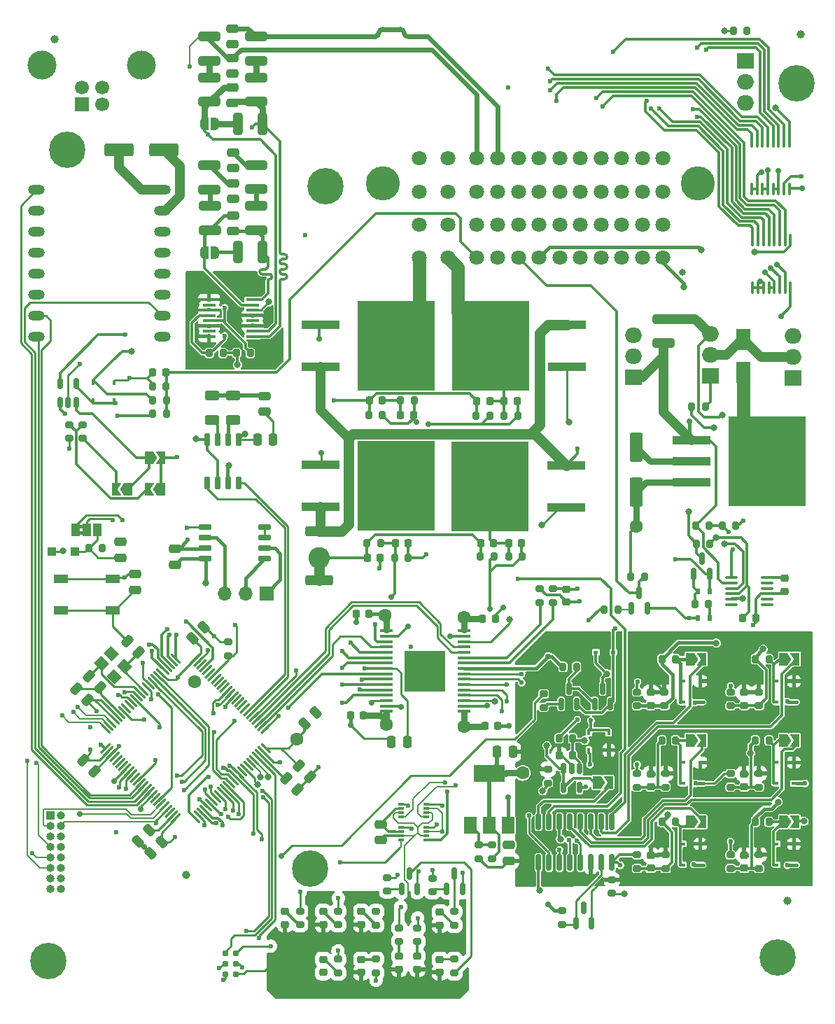
<source format=gtl>
%TF.GenerationSoftware,KiCad,Pcbnew,(6.0.7)*%
%TF.CreationDate,2022-09-29T18:44:06-03:00*%
%TF.ProjectId,uEFI_rev3,75454649-5f72-4657-9633-2e6b69636164,v3.0*%
%TF.SameCoordinates,Original*%
%TF.FileFunction,Copper,L1,Top*%
%TF.FilePolarity,Positive*%
%FSLAX46Y46*%
G04 Gerber Fmt 4.6, Leading zero omitted, Abs format (unit mm)*
G04 Created by KiCad (PCBNEW (6.0.7)) date 2022-09-29 18:44:06*
%MOMM*%
%LPD*%
G01*
G04 APERTURE LIST*
G04 Aperture macros list*
%AMRoundRect*
0 Rectangle with rounded corners*
0 $1 Rounding radius*
0 $2 $3 $4 $5 $6 $7 $8 $9 X,Y pos of 4 corners*
0 Add a 4 corners polygon primitive as box body*
4,1,4,$2,$3,$4,$5,$6,$7,$8,$9,$2,$3,0*
0 Add four circle primitives for the rounded corners*
1,1,$1+$1,$2,$3*
1,1,$1+$1,$4,$5*
1,1,$1+$1,$6,$7*
1,1,$1+$1,$8,$9*
0 Add four rect primitives between the rounded corners*
20,1,$1+$1,$2,$3,$4,$5,0*
20,1,$1+$1,$4,$5,$6,$7,0*
20,1,$1+$1,$6,$7,$8,$9,0*
20,1,$1+$1,$8,$9,$2,$3,0*%
%AMRotRect*
0 Rectangle, with rotation*
0 The origin of the aperture is its center*
0 $1 length*
0 $2 width*
0 $3 Rotation angle, in degrees counterclockwise*
0 Add horizontal line*
21,1,$1,$2,0,0,$3*%
%AMFreePoly0*
4,1,6,1.000000,0.000000,0.500000,-0.750000,-0.500000,-0.750000,-0.500000,0.750000,0.500000,0.750000,1.000000,0.000000,1.000000,0.000000,$1*%
%AMFreePoly1*
4,1,6,0.500000,-0.750000,-0.650000,-0.750000,-0.150000,0.000000,-0.650000,0.750000,0.500000,0.750000,0.500000,-0.750000,0.500000,-0.750000,$1*%
%AMFreePoly2*
4,1,22,0.500000,-0.750000,0.000000,-0.750000,0.000000,-0.745033,-0.079941,-0.743568,-0.215256,-0.701293,-0.333266,-0.622738,-0.424486,-0.514219,-0.481581,-0.384460,-0.499164,-0.250000,-0.500000,-0.250000,-0.500000,0.250000,-0.499164,0.250000,-0.499963,0.256109,-0.478152,0.396186,-0.417904,0.524511,-0.324060,0.630769,-0.204165,0.706417,-0.067858,0.745374,0.000000,0.744959,0.000000,0.750000,
0.500000,0.750000,0.500000,-0.750000,0.500000,-0.750000,$1*%
%AMFreePoly3*
4,1,20,0.000000,0.744959,0.073905,0.744508,0.209726,0.703889,0.328688,0.626782,0.421226,0.519385,0.479903,0.390333,0.500000,0.250000,0.500000,-0.250000,0.499851,-0.262216,0.476331,-0.402017,0.414519,-0.529596,0.319384,-0.634700,0.198574,-0.708877,0.061801,-0.746166,0.000000,-0.745033,0.000000,-0.750000,-0.500000,-0.750000,-0.500000,0.750000,0.000000,0.750000,0.000000,0.744959,
0.000000,0.744959,$1*%
G04 Aperture macros list end*
%TA.AperFunction,SMDPad,CuDef*%
%ADD10R,0.600000X0.450000*%
%TD*%
%TA.AperFunction,SMDPad,CuDef*%
%ADD11R,0.450000X0.600000*%
%TD*%
%TA.AperFunction,SMDPad,CuDef*%
%ADD12RoundRect,0.225000X0.225000X0.250000X-0.225000X0.250000X-0.225000X-0.250000X0.225000X-0.250000X0*%
%TD*%
%TA.AperFunction,SMDPad,CuDef*%
%ADD13RoundRect,0.200000X0.200000X0.275000X-0.200000X0.275000X-0.200000X-0.275000X0.200000X-0.275000X0*%
%TD*%
%TA.AperFunction,SMDPad,CuDef*%
%ADD14RoundRect,0.200000X-0.200000X-0.275000X0.200000X-0.275000X0.200000X0.275000X-0.200000X0.275000X0*%
%TD*%
%TA.AperFunction,SMDPad,CuDef*%
%ADD15RoundRect,0.150000X0.150000X-0.512500X0.150000X0.512500X-0.150000X0.512500X-0.150000X-0.512500X0*%
%TD*%
%TA.AperFunction,SMDPad,CuDef*%
%ADD16FreePoly0,0.000000*%
%TD*%
%TA.AperFunction,SMDPad,CuDef*%
%ADD17FreePoly1,0.000000*%
%TD*%
%TA.AperFunction,SMDPad,CuDef*%
%ADD18FreePoly0,180.000000*%
%TD*%
%TA.AperFunction,SMDPad,CuDef*%
%ADD19FreePoly1,180.000000*%
%TD*%
%TA.AperFunction,SMDPad,CuDef*%
%ADD20RoundRect,0.200000X-0.275000X0.200000X-0.275000X-0.200000X0.275000X-0.200000X0.275000X0.200000X0*%
%TD*%
%TA.AperFunction,SMDPad,CuDef*%
%ADD21RoundRect,0.200000X0.275000X-0.200000X0.275000X0.200000X-0.275000X0.200000X-0.275000X-0.200000X0*%
%TD*%
%TA.AperFunction,SMDPad,CuDef*%
%ADD22R,0.600000X0.700000*%
%TD*%
%TA.AperFunction,SMDPad,CuDef*%
%ADD23RoundRect,0.225000X-0.225000X-0.250000X0.225000X-0.250000X0.225000X0.250000X-0.225000X0.250000X0*%
%TD*%
%TA.AperFunction,SMDPad,CuDef*%
%ADD24RoundRect,0.250000X0.475000X-0.250000X0.475000X0.250000X-0.475000X0.250000X-0.475000X-0.250000X0*%
%TD*%
%TA.AperFunction,SMDPad,CuDef*%
%ADD25RoundRect,0.250000X0.512652X0.159099X0.159099X0.512652X-0.512652X-0.159099X-0.159099X-0.512652X0*%
%TD*%
%TA.AperFunction,SMDPad,CuDef*%
%ADD26RoundRect,0.150000X0.150000X-0.587500X0.150000X0.587500X-0.150000X0.587500X-0.150000X-0.587500X0*%
%TD*%
%TA.AperFunction,ComponentPad*%
%ADD27C,0.700000*%
%TD*%
%TA.AperFunction,ComponentPad*%
%ADD28C,4.400000*%
%TD*%
%TA.AperFunction,SMDPad,CuDef*%
%ADD29RoundRect,0.218750X-0.256250X0.218750X-0.256250X-0.218750X0.256250X-0.218750X0.256250X0.218750X0*%
%TD*%
%TA.AperFunction,SMDPad,CuDef*%
%ADD30RoundRect,0.250000X0.550000X-1.500000X0.550000X1.500000X-0.550000X1.500000X-0.550000X-1.500000X0*%
%TD*%
%TA.AperFunction,SMDPad,CuDef*%
%ADD31FreePoly2,0.000000*%
%TD*%
%TA.AperFunction,SMDPad,CuDef*%
%ADD32FreePoly3,0.000000*%
%TD*%
%TA.AperFunction,SMDPad,CuDef*%
%ADD33RoundRect,0.150000X-0.150000X0.825000X-0.150000X-0.825000X0.150000X-0.825000X0.150000X0.825000X0*%
%TD*%
%TA.AperFunction,SMDPad,CuDef*%
%ADD34RoundRect,0.250000X-0.512652X-0.159099X-0.159099X-0.512652X0.512652X0.159099X0.159099X0.512652X0*%
%TD*%
%TA.AperFunction,SMDPad,CuDef*%
%ADD35RoundRect,0.225000X0.250000X-0.225000X0.250000X0.225000X-0.250000X0.225000X-0.250000X-0.225000X0*%
%TD*%
%TA.AperFunction,SMDPad,CuDef*%
%ADD36RoundRect,0.250000X-0.475000X0.250000X-0.475000X-0.250000X0.475000X-0.250000X0.475000X0.250000X0*%
%TD*%
%TA.AperFunction,SMDPad,CuDef*%
%ADD37C,1.000000*%
%TD*%
%TA.AperFunction,SMDPad,CuDef*%
%ADD38RoundRect,0.100000X0.100000X-0.637500X0.100000X0.637500X-0.100000X0.637500X-0.100000X-0.637500X0*%
%TD*%
%TA.AperFunction,SMDPad,CuDef*%
%ADD39R,1.100000X1.100000*%
%TD*%
%TA.AperFunction,SMDPad,CuDef*%
%ADD40R,0.800000X0.300000*%
%TD*%
%TA.AperFunction,SMDPad,CuDef*%
%ADD41RoundRect,0.100000X-0.625000X-0.100000X0.625000X-0.100000X0.625000X0.100000X-0.625000X0.100000X0*%
%TD*%
%TA.AperFunction,SMDPad,CuDef*%
%ADD42RoundRect,0.250000X-1.075000X0.312500X-1.075000X-0.312500X1.075000X-0.312500X1.075000X0.312500X0*%
%TD*%
%TA.AperFunction,SMDPad,CuDef*%
%ADD43RoundRect,0.075000X-0.565685X0.459619X0.459619X-0.565685X0.565685X-0.459619X-0.459619X0.565685X0*%
%TD*%
%TA.AperFunction,SMDPad,CuDef*%
%ADD44RoundRect,0.075000X-0.565685X-0.459619X-0.459619X-0.565685X0.565685X0.459619X0.459619X0.565685X0*%
%TD*%
%TA.AperFunction,ComponentPad*%
%ADD45R,2.000000X1.905000*%
%TD*%
%TA.AperFunction,ComponentPad*%
%ADD46O,2.000000X1.905000*%
%TD*%
%TA.AperFunction,ComponentPad*%
%ADD47R,1.700000X1.700000*%
%TD*%
%TA.AperFunction,ComponentPad*%
%ADD48O,1.700000X1.700000*%
%TD*%
%TA.AperFunction,SMDPad,CuDef*%
%ADD49R,1.800000X2.500000*%
%TD*%
%TA.AperFunction,SMDPad,CuDef*%
%ADD50RoundRect,0.250000X0.159099X-0.512652X0.512652X-0.159099X-0.159099X0.512652X-0.512652X0.159099X0*%
%TD*%
%TA.AperFunction,SMDPad,CuDef*%
%ADD51RoundRect,0.250000X-0.625000X0.312500X-0.625000X-0.312500X0.625000X-0.312500X0.625000X0.312500X0*%
%TD*%
%TA.AperFunction,SMDPad,CuDef*%
%ADD52R,4.600000X1.100000*%
%TD*%
%TA.AperFunction,SMDPad,CuDef*%
%ADD53R,9.400000X10.800000*%
%TD*%
%TA.AperFunction,SMDPad,CuDef*%
%ADD54RoundRect,0.250000X-0.250000X-0.475000X0.250000X-0.475000X0.250000X0.475000X-0.250000X0.475000X0*%
%TD*%
%TA.AperFunction,SMDPad,CuDef*%
%ADD55RoundRect,0.250000X-0.159099X0.512652X-0.512652X0.159099X0.159099X-0.512652X0.512652X-0.159099X0*%
%TD*%
%TA.AperFunction,SMDPad,CuDef*%
%ADD56R,1.000000X1.500000*%
%TD*%
%TA.AperFunction,SMDPad,CuDef*%
%ADD57RoundRect,0.250000X-1.500000X-0.550000X1.500000X-0.550000X1.500000X0.550000X-1.500000X0.550000X0*%
%TD*%
%TA.AperFunction,ComponentPad*%
%ADD58O,2.000000X1.200000*%
%TD*%
%TA.AperFunction,ConnectorPad*%
%ADD59C,0.787400*%
%TD*%
%TA.AperFunction,SMDPad,CuDef*%
%ADD60RoundRect,0.150000X-0.650000X-0.150000X0.650000X-0.150000X0.650000X0.150000X-0.650000X0.150000X0*%
%TD*%
%TA.AperFunction,ComponentPad*%
%ADD61R,1.000000X1.000000*%
%TD*%
%TA.AperFunction,ComponentPad*%
%ADD62O,1.000000X1.000000*%
%TD*%
%TA.AperFunction,SMDPad,CuDef*%
%ADD63R,1.500000X2.000000*%
%TD*%
%TA.AperFunction,SMDPad,CuDef*%
%ADD64R,3.800000X2.000000*%
%TD*%
%TA.AperFunction,SMDPad,CuDef*%
%ADD65RoundRect,0.250000X-1.425000X0.362500X-1.425000X-0.362500X1.425000X-0.362500X1.425000X0.362500X0*%
%TD*%
%TA.AperFunction,SMDPad,CuDef*%
%ADD66R,1.600200X0.431800*%
%TD*%
%TA.AperFunction,SMDPad,CuDef*%
%ADD67R,4.953000X4.953000*%
%TD*%
%TA.AperFunction,SMDPad,CuDef*%
%ADD68RoundRect,0.250000X0.312500X1.075000X-0.312500X1.075000X-0.312500X-1.075000X0.312500X-1.075000X0*%
%TD*%
%TA.AperFunction,SMDPad,CuDef*%
%ADD69RoundRect,0.150000X-0.150000X0.512500X-0.150000X-0.512500X0.150000X-0.512500X0.150000X0.512500X0*%
%TD*%
%TA.AperFunction,SMDPad,CuDef*%
%ADD70RoundRect,0.225000X-0.250000X0.225000X-0.250000X-0.225000X0.250000X-0.225000X0.250000X0.225000X0*%
%TD*%
%TA.AperFunction,ComponentPad*%
%ADD71C,1.700000*%
%TD*%
%TA.AperFunction,ComponentPad*%
%ADD72C,3.500000*%
%TD*%
%TA.AperFunction,SMDPad,CuDef*%
%ADD73R,1.640000X0.410000*%
%TD*%
%TA.AperFunction,SMDPad,CuDef*%
%ADD74R,1.700000X1.000000*%
%TD*%
%TA.AperFunction,SMDPad,CuDef*%
%ADD75RoundRect,0.250000X0.250000X0.475000X-0.250000X0.475000X-0.250000X-0.475000X0.250000X-0.475000X0*%
%TD*%
%TA.AperFunction,SMDPad,CuDef*%
%ADD76RoundRect,0.250000X1.075000X-0.312500X1.075000X0.312500X-1.075000X0.312500X-1.075000X-0.312500X0*%
%TD*%
%TA.AperFunction,SMDPad,CuDef*%
%ADD77RoundRect,0.150000X0.150000X-0.650000X0.150000X0.650000X-0.150000X0.650000X-0.150000X-0.650000X0*%
%TD*%
%TA.AperFunction,ComponentPad*%
%ADD78C,1.800000*%
%TD*%
%TA.AperFunction,ComponentPad*%
%ADD79C,4.125000*%
%TD*%
%TA.AperFunction,SMDPad,CuDef*%
%ADD80RotRect,1.400000X1.200000X135.000000*%
%TD*%
%TA.AperFunction,ViaPad*%
%ADD81C,0.600000*%
%TD*%
%TA.AperFunction,ViaPad*%
%ADD82C,2.600000*%
%TD*%
%TA.AperFunction,ViaPad*%
%ADD83C,0.800000*%
%TD*%
%TA.AperFunction,ViaPad*%
%ADD84C,0.700000*%
%TD*%
%TA.AperFunction,ViaPad*%
%ADD85C,1.600000*%
%TD*%
%TA.AperFunction,Conductor*%
%ADD86C,0.300000*%
%TD*%
%TA.AperFunction,Conductor*%
%ADD87C,0.350000*%
%TD*%
%TA.AperFunction,Conductor*%
%ADD88C,0.250000*%
%TD*%
%TA.AperFunction,Conductor*%
%ADD89C,1.200000*%
%TD*%
%TA.AperFunction,Conductor*%
%ADD90C,0.800000*%
%TD*%
%TA.AperFunction,Conductor*%
%ADD91C,0.450000*%
%TD*%
%TA.AperFunction,Conductor*%
%ADD92C,0.400000*%
%TD*%
%TA.AperFunction,Conductor*%
%ADD93C,1.600000*%
%TD*%
%TA.AperFunction,Conductor*%
%ADD94C,1.300000*%
%TD*%
%TA.AperFunction,Conductor*%
%ADD95C,0.200000*%
%TD*%
%TA.AperFunction,Conductor*%
%ADD96C,0.600000*%
%TD*%
%TA.AperFunction,Conductor*%
%ADD97C,0.500000*%
%TD*%
G04 APERTURE END LIST*
%TO.C,JP11*%
G36*
X64450000Y-105650000D02*
G01*
X63950000Y-105650000D01*
X63950000Y-105250000D01*
X64450000Y-105250000D01*
X64450000Y-105650000D01*
G37*
G36*
X64450000Y-106450000D02*
G01*
X63950000Y-106450000D01*
X63950000Y-106050000D01*
X64450000Y-106050000D01*
X64450000Y-106450000D01*
G37*
%TD*%
D10*
%TO.P,D30,1,K*%
%TO.N,/Sensores/CH5*%
X148302000Y-143827500D03*
%TO.P,D30,2,A*%
%TO.N,GNDA*%
X150402000Y-143827500D03*
%TD*%
%TO.P,D29,1,K*%
%TO.N,/Sensores/CH4*%
X136999000Y-143827500D03*
%TO.P,D29,2,A*%
%TO.N,GNDA*%
X139099000Y-143827500D03*
%TD*%
D11*
%TO.P,D28,1,K*%
%TO.N,/Sensores/CH7*%
X128016000Y-130395000D03*
%TO.P,D28,2,A*%
%TO.N,GNDA*%
X128016000Y-132495000D03*
%TD*%
D10*
%TO.P,D27,1,K*%
%TO.N,+5C*%
X150402000Y-146367500D03*
%TO.P,D27,2,A*%
%TO.N,/Sensores/CH5*%
X148302000Y-146367500D03*
%TD*%
%TO.P,D26,1,K*%
%TO.N,+5C*%
X139099000Y-146367500D03*
%TO.P,D26,2,A*%
%TO.N,/Sensores/CH4*%
X136999000Y-146367500D03*
%TD*%
D11*
%TO.P,D25,1,K*%
%TO.N,+5C*%
X125603000Y-132495000D03*
%TO.P,D25,2,A*%
%TO.N,/Sensores/CH7*%
X125603000Y-130395000D03*
%TD*%
D10*
%TO.P,D24,1,K*%
%TO.N,/Sensores/CH3*%
X148299000Y-133985000D03*
%TO.P,D24,2,A*%
%TO.N,GNDA*%
X150399000Y-133985000D03*
%TD*%
%TO.P,D23,1,K*%
%TO.N,/Sensores/CH2*%
X136999000Y-133985000D03*
%TO.P,D23,2,A*%
%TO.N,GNDA*%
X139099000Y-133985000D03*
%TD*%
%TO.P,D22,1,K*%
%TO.N,+5C*%
X150399000Y-136525000D03*
%TO.P,D22,2,A*%
%TO.N,/Sensores/CH3*%
X148299000Y-136525000D03*
%TD*%
%TO.P,D21,1,K*%
%TO.N,+5C*%
X139099000Y-136525000D03*
%TO.P,D21,2,A*%
%TO.N,/Sensores/CH2*%
X136999000Y-136525000D03*
%TD*%
D11*
%TO.P,D20,1,K*%
%TO.N,/Sensores/CH6*%
X68199000Y-90204000D03*
%TO.P,D20,2,A*%
%TO.N,GND*%
X68199000Y-88104000D03*
%TD*%
D10*
%TO.P,D19,1,K*%
%TO.N,/Sensores/CH0*%
X136999000Y-124142500D03*
%TO.P,D19,2,A*%
%TO.N,GNDA*%
X139099000Y-124142500D03*
%TD*%
%TO.P,D18,1,K*%
%TO.N,/Sensores/CH1*%
X148302000Y-124142500D03*
%TO.P,D18,2,A*%
%TO.N,GNDA*%
X150402000Y-124142500D03*
%TD*%
D11*
%TO.P,D17,1,K*%
%TO.N,+5VA*%
X65659000Y-88104000D03*
%TO.P,D17,2,A*%
%TO.N,/Sensores/CH6*%
X65659000Y-90204000D03*
%TD*%
D10*
%TO.P,D16,1,K*%
%TO.N,+5C*%
X139099000Y-126682500D03*
%TO.P,D16,2,A*%
%TO.N,/Sensores/CH0*%
X136999000Y-126682500D03*
%TD*%
%TO.P,D15,1,K*%
%TO.N,+5C*%
X150402000Y-126682500D03*
%TO.P,D15,2,A*%
%TO.N,/Sensores/CH1*%
X148302000Y-126682500D03*
%TD*%
D12*
%TO.P,C49,1*%
%TO.N,K1*%
X74409500Y-86804500D03*
%TO.P,C49,2*%
%TO.N,GND*%
X72859500Y-86804500D03*
%TD*%
D13*
%TO.P,R87,1*%
%TO.N,K1*%
X74459500Y-88455500D03*
%TO.P,R87,2*%
%TO.N,GND*%
X72809500Y-88455500D03*
%TD*%
%TO.P,R92,1*%
%TO.N,K1*%
X74485000Y-90170000D03*
%TO.P,R92,2*%
%TO.N,+5VA*%
X72835000Y-90170000D03*
%TD*%
D14*
%TO.P,R97,1*%
%TO.N,Net-(R97-Pad1)*%
X72835000Y-91821000D03*
%TO.P,R97,2*%
%TO.N,K1*%
X74485000Y-91821000D03*
%TD*%
D15*
%TO.P,U31,1,+*%
%TO.N,Net-(R97-Pad1)*%
X61661000Y-90418500D03*
%TO.P,U31,2,V-*%
%TO.N,GND*%
X62611000Y-90418500D03*
%TO.P,U31,3,-*%
%TO.N,Net-(JP15-Pad1)*%
X63561000Y-90418500D03*
%TO.P,U31,4*%
%TO.N,/Sensores/CH6*%
X63561000Y-88143500D03*
%TO.P,U31,5,V+*%
%TO.N,+12V*%
X61661000Y-88143500D03*
%TD*%
D16*
%TO.P,JP15,1,1*%
%TO.N,Net-(JP15-Pad1)*%
X72403600Y-97150800D03*
D17*
%TO.P,JP15,2,2*%
%TO.N,/Sensores/CH6*%
X73853600Y-97150800D03*
%TD*%
D18*
%TO.P,JP17,1,1*%
%TO.N,Net-(JP15-Pad1)*%
X69840400Y-100960800D03*
D19*
%TO.P,JP17,2,2*%
%TO.N,Net-(JP17-Pad2)*%
X68390400Y-100960800D03*
%TD*%
D18*
%TO.P,JP18,1,1*%
%TO.N,/Sensores/CH6*%
X73853600Y-100960800D03*
D19*
%TO.P,JP18,2,2*%
%TO.N,Net-(JP18-Pad2)*%
X72403600Y-100960800D03*
%TD*%
D20*
%TO.P,R108,1*%
%TO.N,Net-(JP18-Pad2)*%
X64389000Y-93125300D03*
%TO.P,R108,2*%
%TO.N,Net-(JP17-Pad2)*%
X64389000Y-94775300D03*
%TD*%
D21*
%TO.P,R109,1*%
%TO.N,GND*%
X62746800Y-94767100D03*
%TO.P,R109,2*%
%TO.N,Net-(JP18-Pad2)*%
X62746800Y-93117100D03*
%TD*%
D14*
%TO.P,R122,1*%
%TO.N,+3V3*%
X82995000Y-84455000D03*
%TO.P,R122,2*%
%TO.N,/CMP*%
X84645000Y-84455000D03*
%TD*%
D22*
%TO.P,D2,1,K*%
%TO.N,Net-(D2-Pad1)*%
X138800000Y-113298000D03*
%TO.P,D2,2,A*%
%TO.N,+12VA*%
X140200000Y-113298000D03*
%TD*%
D23*
%TO.P,C21,1*%
%TO.N,L2*%
X115909000Y-107442000D03*
%TO.P,C21,2*%
%TO.N,/Sheet5FA9324A/FB3*%
X117459000Y-107442000D03*
%TD*%
D20*
%TO.P,R34,1*%
%TO.N,/RPM_OUT*%
X120142000Y-125667000D03*
%TO.P,R34,2*%
%TO.N,Net-(Q11-Pad1)*%
X120142000Y-127317000D03*
%TD*%
D21*
%TO.P,R54,1*%
%TO.N,G1*%
X146177000Y-146811500D03*
%TO.P,R54,2*%
%TO.N,GNDA*%
X146177000Y-145161500D03*
%TD*%
%TO.P,R4,1*%
%TO.N,Net-(D5-Pad1)*%
X95267666Y-159430737D03*
%TO.P,R4,2*%
%TO.N,GND*%
X95267666Y-157780737D03*
%TD*%
D24*
%TO.P,C14,1*%
%TO.N,+3V3*%
X100400000Y-143350000D03*
%TO.P,C14,2*%
%TO.N,GND*%
X100400000Y-141450000D03*
%TD*%
D25*
%TO.P,C11,1*%
%TO.N,+3V3*%
X64921751Y-126421751D03*
%TO.P,C11,2*%
%TO.N,GND*%
X63578249Y-125078249D03*
%TD*%
D24*
%TO.P,C9,1*%
%TO.N,GND*%
X70699000Y-113101600D03*
%TO.P,C9,2*%
%TO.N,/NRST*%
X70699000Y-111201600D03*
%TD*%
D26*
%TO.P,U8,1,K*%
%TO.N,+5VL*%
X124018000Y-153464500D03*
%TO.P,U8,2,A*%
%TO.N,GNDA*%
X125918000Y-153464500D03*
%TO.P,U8,3*%
%TO.N,N/C*%
X124968000Y-151589500D03*
%TD*%
D16*
%TO.P,JP7,1,1*%
%TO.N,/Sensores/CH2*%
X137832000Y-131318000D03*
D17*
%TO.P,JP7,2,2*%
%TO.N,Net-(JP7-Pad2)*%
X139282000Y-131318000D03*
%TD*%
D21*
%TO.P,R27,1*%
%TO.N,Net-(D10-Pad1)*%
X99867666Y-153655737D03*
%TO.P,R27,2*%
%TO.N,/LED2*%
X99867666Y-152005737D03*
%TD*%
D26*
%TO.P,Q5,1,B*%
%TO.N,Net-(D2-Pad1)*%
X138300000Y-111187500D03*
%TO.P,Q5,2,E*%
%TO.N,+12VA*%
X140200000Y-111187500D03*
%TO.P,Q5,3,C*%
%TO.N,Net-(Q5-Pad3)*%
X139250000Y-109312500D03*
%TD*%
D14*
%TO.P,R60,1*%
%TO.N,Net-(C41-Pad1)*%
X65100000Y-108050000D03*
%TO.P,R60,2*%
%TO.N,CKP+*%
X66750000Y-108050000D03*
%TD*%
%TO.P,R11,1*%
%TO.N,GND*%
X111982000Y-92070000D03*
%TO.P,R11,2*%
%TO.N,/Sheet5FA9324A/FB2*%
X113632000Y-92070000D03*
%TD*%
D21*
%TO.P,R41,1*%
%TO.N,C1*%
X146177000Y-127126500D03*
%TO.P,R41,2*%
%TO.N,GNDA*%
X146177000Y-125476500D03*
%TD*%
%TO.P,R24,1*%
%TO.N,Net-(D7-Pad1)*%
X102667666Y-155630737D03*
%TO.P,R24,2*%
%TO.N,/LED_CAN_RX*%
X102667666Y-153980737D03*
%TD*%
D14*
%TO.P,R12,1*%
%TO.N,GND*%
X112459000Y-109042000D03*
%TO.P,R12,2*%
%TO.N,/Sheet5FA9324A/FB3*%
X114109000Y-109042000D03*
%TD*%
D27*
%TO.P,H9,1*%
%TO.N,N/C*%
X62500000Y-61550000D03*
X61333274Y-58733274D03*
D28*
X62500000Y-59900000D03*
D27*
X62500000Y-58250000D03*
X64150000Y-59900000D03*
X63666726Y-58733274D03*
X60850000Y-59900000D03*
X63666726Y-61066726D03*
X61333274Y-61066726D03*
%TD*%
D12*
%TO.P,C27,1*%
%TO.N,GND*%
X114567000Y-129590800D03*
%TO.P,C27,2*%
%TO.N,L3*%
X113017000Y-129590800D03*
%TD*%
%TO.P,C23,1*%
%TO.N,L1*%
X113607000Y-90270000D03*
%TO.P,C23,2*%
%TO.N,GND*%
X112057000Y-90270000D03*
%TD*%
D23*
%TO.P,C33,1*%
%TO.N,Net-(C33-Pad1)*%
X144225000Y-116500000D03*
%TO.P,C33,2*%
%TO.N,GND*%
X145775000Y-116500000D03*
%TD*%
D29*
%TO.P,D7,1,K*%
%TO.N,Net-(D7-Pad1)*%
X102667666Y-157418237D03*
%TO.P,D7,2,A*%
%TO.N,+3V3*%
X102667666Y-158993237D03*
%TD*%
D30*
%TO.P,C31,1*%
%TO.N,+3V3*%
X131318000Y-101252000D03*
%TO.P,C31,2*%
%TO.N,GND*%
X131318000Y-95852000D03*
%TD*%
D31*
%TO.P,JP24,1,A*%
%TO.N,/CKP/CMP_sensors/IN2+*%
X79060600Y-56753400D03*
D32*
%TO.P,JP24,2,B*%
%TO.N,Net-(JP24-Pad2)*%
X80360600Y-56753400D03*
%TD*%
D29*
%TO.P,D1,1,K*%
%TO.N,Net-(D1-Pad1)*%
X98067666Y-157818237D03*
%TO.P,D1,2,A*%
%TO.N,+3V3*%
X98067666Y-159393237D03*
%TD*%
D25*
%TO.P,C13,1*%
%TO.N,+3V3*%
X65771751Y-135071751D03*
%TO.P,C13,2*%
%TO.N,GND*%
X64428249Y-133728249D03*
%TD*%
D12*
%TO.P,C25,1*%
%TO.N,M1*%
X100632000Y-90170000D03*
%TO.P,C25,2*%
%TO.N,GND*%
X99082000Y-90170000D03*
%TD*%
D21*
%TO.P,R25,1*%
%TO.N,Net-(D8-Pad1)*%
X90667666Y-153630737D03*
%TO.P,R25,2*%
%TO.N,/LED0*%
X90667666Y-151980737D03*
%TD*%
D28*
%TO.P,H10,1*%
%TO.N,N/C*%
X91900000Y-146800000D03*
%TD*%
D33*
%TO.P,U2,1,CH0*%
%TO.N,Net-(JP5-Pad2)*%
X128397000Y-141136600D03*
%TO.P,U2,2,CH1*%
%TO.N,Net-(JP6-Pad2)*%
X127127000Y-141136600D03*
%TO.P,U2,3,CH2*%
%TO.N,Net-(JP7-Pad2)*%
X125857000Y-141136600D03*
%TO.P,U2,4,CH3*%
%TO.N,Net-(JP8-Pad2)*%
X124587000Y-141136600D03*
%TO.P,U2,5,CH4*%
%TO.N,Net-(JP9-Pad2)*%
X123317000Y-141136600D03*
%TO.P,U2,6,CH5*%
%TO.N,Net-(JP10-Pad2)*%
X122047000Y-141136600D03*
%TO.P,U2,7,CH6*%
%TO.N,/Sensores/CH6*%
X120777000Y-141136600D03*
%TO.P,U2,8,CH7*%
%TO.N,Net-(JP12-Pad2)*%
X119507000Y-141136600D03*
%TO.P,U2,9,DGND*%
%TO.N,GND*%
X119507000Y-146086600D03*
%TO.P,U2,10,~{CS}/SHDN*%
%TO.N,/Sensores/CS*%
X120777000Y-146086600D03*
%TO.P,U2,11,Din*%
%TO.N,/Sensores/DIN*%
X122047000Y-146086600D03*
%TO.P,U2,12,Dout*%
%TO.N,/Sensores/DOUT*%
X123317000Y-146086600D03*
%TO.P,U2,13,CLK*%
%TO.N,/Sensores/CLK*%
X124587000Y-146086600D03*
%TO.P,U2,14,AGND*%
%TO.N,GNDA*%
X125857000Y-146086600D03*
%TO.P,U2,15,Vref*%
%TO.N,+5VL*%
X127127000Y-146086600D03*
%TO.P,U2,16,Vdd*%
%TO.N,+5C*%
X128397000Y-146086600D03*
%TD*%
D34*
%TO.P,C3,1*%
%TO.N,OSC_OUT*%
X65151000Y-123571000D03*
%TO.P,C3,2*%
%TO.N,GND*%
X66494502Y-124914502D03*
%TD*%
D21*
%TO.P,R43,1*%
%TO.N,E1*%
X142745000Y-136969000D03*
%TO.P,R43,2*%
%TO.N,+5C*%
X142745000Y-135319000D03*
%TD*%
D14*
%TO.P,R14,1*%
%TO.N,/Sheet5FA9324A/FB1*%
X102118000Y-109220000D03*
%TO.P,R14,2*%
%TO.N,M2*%
X103768000Y-109220000D03*
%TD*%
D21*
%TO.P,R48,1*%
%TO.N,E1*%
X146174000Y-136969000D03*
%TO.P,R48,2*%
%TO.N,GNDA*%
X146174000Y-135319000D03*
%TD*%
D35*
%TO.P,C1,1*%
%TO.N,B1*%
X133096000Y-127076500D03*
%TO.P,C1,2*%
%TO.N,GNDA*%
X133096000Y-125526500D03*
%TD*%
D24*
%TO.P,C54,1*%
%TO.N,/CKP/CMP_sensors/IN1+*%
X82542400Y-69704000D03*
%TO.P,C54,2*%
%TO.N,/CKP/CMP_sensors/IN1-*%
X82542400Y-67804000D03*
%TD*%
D36*
%TO.P,C39,1*%
%TO.N,Net-(C39-Pad1)*%
X115951000Y-143957000D03*
%TO.P,C39,2*%
%TO.N,GNDA*%
X115951000Y-145857000D03*
%TD*%
D13*
%TO.P,R44,1*%
%TO.N,/Sensores/CH2*%
X136080000Y-131318000D03*
%TO.P,R44,2*%
%TO.N,D1*%
X134430000Y-131318000D03*
%TD*%
D37*
%TO.P,H5,1*%
%TO.N,N/C*%
X149606000Y-150749000D03*
%TD*%
D13*
%TO.P,R15,1*%
%TO.N,/Sheet5FA9324A/FB2*%
X116982000Y-92070000D03*
%TO.P,R15,2*%
%TO.N,L1*%
X115332000Y-92070000D03*
%TD*%
D38*
%TO.P,U20,1,IN1*%
%TO.N,/TIM9_CH1*%
X145426000Y-76522500D03*
%TO.P,U20,2,IN2*%
X146076000Y-76522500D03*
%TO.P,U20,3,IN3*%
X146726000Y-76522500D03*
%TO.P,U20,4,IN4*%
%TO.N,/TIM9_CH2*%
X147376000Y-76522500D03*
%TO.P,U20,5,IN5*%
X148026000Y-76522500D03*
%TO.P,U20,6,IN6*%
%TO.N,/CHK_OUT*%
X148676000Y-76522500D03*
%TO.P,U20,7,IN7*%
%TO.N,/MIL_OUT*%
X149326000Y-76522500D03*
%TO.P,U20,8,GND*%
%TO.N,GND*%
X149976000Y-76522500D03*
%TO.P,U20,9,COM*%
%TO.N,+12V*%
X149976000Y-70797500D03*
%TO.P,U20,10,OUT7*%
%TO.N,/PWM/Relays/MIL_OUT*%
X149326000Y-70797500D03*
%TO.P,U20,11,OUT6*%
%TO.N,/PWM/Relays/CHECK_ENGINE*%
X148676000Y-70797500D03*
%TO.P,U20,12,OUT5*%
%TO.N,Net-(F10-Pad1)*%
X148026000Y-70797500D03*
%TO.P,U20,13,OUT4*%
%TO.N,Net-(F11-Pad1)*%
X147376000Y-70797500D03*
%TO.P,U20,14,OUT3*%
%TO.N,Net-(F5-Pad1)*%
X146726000Y-70797500D03*
%TO.P,U20,15,OUT2*%
%TO.N,Net-(F7-Pad1)*%
X146076000Y-70797500D03*
%TO.P,U20,16,OUT1*%
%TO.N,Net-(F8-Pad1)*%
X145426000Y-70797500D03*
%TD*%
D29*
%TO.P,D6,1,K*%
%TO.N,Net-(D6-Pad1)*%
X104867666Y-157418237D03*
%TO.P,D6,2,A*%
%TO.N,+3V3*%
X104867666Y-158993237D03*
%TD*%
D39*
%TO.P,D14,1,K*%
%TO.N,+3V3*%
X60650000Y-108500000D03*
%TO.P,D14,2,A*%
%TO.N,Net-(C41-Pad1)*%
X63450000Y-108500000D03*
%TD*%
D21*
%TO.P,R57,1*%
%TO.N,GNDA*%
X112268000Y-145605000D03*
%TO.P,R57,2*%
%TO.N,Net-(C39-Pad1)*%
X112268000Y-143955000D03*
%TD*%
D38*
%TO.P,U22,1,IN1*%
%TO.N,/R_AAC*%
X145299000Y-64584500D03*
%TO.P,U22,2,IN2*%
X145949000Y-64584500D03*
%TO.P,U22,3,IN3*%
%TO.N,/R_GNC_GLP*%
X146599000Y-64584500D03*
%TO.P,U22,4,IN4*%
X147249000Y-64584500D03*
%TO.P,U22,5,IN5*%
%TO.N,/R_ECN_INY*%
X147899000Y-64584500D03*
%TO.P,U22,6,IN6*%
X148549000Y-64584500D03*
%TO.P,U22,7,IN7*%
%TO.N,/R_LMB*%
X149199000Y-64584500D03*
%TO.P,U22,8,GND*%
%TO.N,GND*%
X149849000Y-64584500D03*
%TO.P,U22,9,COM*%
%TO.N,+12V*%
X149849000Y-58859500D03*
%TO.P,U22,10,OUT7*%
%TO.N,/PWM/Relays/R3_OUT*%
X149199000Y-58859500D03*
%TO.P,U22,11,OUT6*%
%TO.N,Net-(F2-Pad1)*%
X148549000Y-58859500D03*
%TO.P,U22,12,OUT5*%
%TO.N,Net-(F4-Pad1)*%
X147899000Y-58859500D03*
%TO.P,U22,13,OUT4*%
%TO.N,Net-(F6-Pad1)*%
X147249000Y-58859500D03*
%TO.P,U22,14,OUT3*%
%TO.N,Net-(F9-Pad1)*%
X146599000Y-58859500D03*
%TO.P,U22,15,OUT2*%
%TO.N,Net-(F1-Pad1)*%
X145949000Y-58859500D03*
%TO.P,U22,16,OUT1*%
%TO.N,Net-(F3-Pad1)*%
X145299000Y-58859500D03*
%TD*%
D29*
%TO.P,D10,1,K*%
%TO.N,Net-(D10-Pad1)*%
X98067666Y-152005737D03*
%TO.P,D10,2,A*%
%TO.N,+3V3*%
X98067666Y-153580737D03*
%TD*%
D40*
%TO.P,U11,1,B2*%
%TO.N,/Sensores/CS*%
X102844000Y-141871000D03*
%TO.P,U11,2,GND*%
%TO.N,GND*%
X102844000Y-142371000D03*
%TO.P,U11,3,VCCA*%
%TO.N,+3V3*%
X102844000Y-142871000D03*
%TO.P,U11,4,A2*%
%TO.N,/ADC_CS*%
X102844000Y-143371000D03*
%TO.P,U11,5,A1*%
%TO.N,/SPI2_MOSI*%
X105944000Y-143371000D03*
%TO.P,U11,6,OE*%
%TO.N,+3V3*%
X105944000Y-142871000D03*
%TO.P,U11,7,VCCB*%
%TO.N,+5V*%
X105944000Y-142371000D03*
%TO.P,U11,8,B1*%
%TO.N,/Sensores/DIN*%
X105944000Y-141871000D03*
%TD*%
D21*
%TO.P,R50,1*%
%TO.N,G1*%
X142748000Y-146811500D03*
%TO.P,R50,2*%
%TO.N,+5C*%
X142748000Y-145161500D03*
%TD*%
D20*
%TO.P,R7,1*%
%TO.N,Net-(C22-Pad2)*%
X121285000Y-112967000D03*
%TO.P,R7,2*%
%TO.N,/RSP*%
X121285000Y-114617000D03*
%TD*%
D41*
%TO.P,U6,1,FB*%
%TO.N,Net-(R22-Pad2)*%
X142850000Y-111625000D03*
%TO.P,U6,2,OUT*%
%TO.N,+12V*%
X142850000Y-112275000D03*
%TO.P,U6,3,SNS*%
%TO.N,Net-(Q7-Pad3)*%
X142850000Y-112925000D03*
%TO.P,U6,4,GATE*%
%TO.N,Net-(C33-Pad1)*%
X142850000Y-113575000D03*
%TO.P,U6,5,VCC*%
%TO.N,Net-(D4-Pad1)*%
X142850000Y-114225000D03*
%TO.P,U6,6,SHDN*%
%TO.N,unconnected-(U6-Pad6)*%
X142850000Y-114875000D03*
%TO.P,U6,7,GND*%
%TO.N,unconnected-(U6-Pad7)*%
X147150000Y-114875000D03*
%TO.P,U6,8,UV*%
%TO.N,unconnected-(U6-Pad8)*%
X147150000Y-114225000D03*
%TO.P,U6,9,GND*%
%TO.N,GND*%
X147150000Y-113575000D03*
%TO.P,U6,10,FLT*%
%TO.N,unconnected-(U6-Pad10)*%
X147150000Y-112925000D03*
%TO.P,U6,11,ENOUT*%
%TO.N,unconnected-(U6-Pad11)*%
X147150000Y-112275000D03*
%TO.P,U6,12,TMR*%
%TO.N,Net-(C36-Pad1)*%
X147150000Y-111625000D03*
%TD*%
D42*
%TO.P,R116,1*%
%TO.N,CKP-*%
X85328000Y-46172700D03*
%TO.P,R116,2*%
%TO.N,Net-(R116-Pad2)*%
X85328000Y-49097700D03*
%TD*%
D26*
%TO.P,Q8,1,B*%
%TO.N,Net-(Q8-Pad1)*%
X108397000Y-149273500D03*
%TO.P,Q8,2,E*%
%TO.N,GND*%
X110297000Y-149273500D03*
%TO.P,Q8,3,C*%
%TO.N,/MIL*%
X109347000Y-147398500D03*
%TD*%
D14*
%TO.P,R58,1*%
%TO.N,/ACC_DET*%
X127475000Y-115500000D03*
%TO.P,R58,2*%
%TO.N,Net-(Q13-Pad1)*%
X129125000Y-115500000D03*
%TD*%
D20*
%TO.P,R31,1*%
%TO.N,/MIL_OUT*%
X106680000Y-147970500D03*
%TO.P,R31,2*%
%TO.N,Net-(Q8-Pad1)*%
X106680000Y-149620500D03*
%TD*%
D43*
%TO.P,U3,1,PE2*%
%TO.N,/R_ECN_INY*%
X75650596Y-121394315D03*
%TO.P,U3,2,PE3*%
%TO.N,/R_GNC_GLP*%
X75297043Y-121747868D03*
%TO.P,U3,3,PE4*%
%TO.N,/R_AAC*%
X74943489Y-122101422D03*
%TO.P,U3,4,PE5*%
%TO.N,/TIM9_CH1*%
X74589936Y-122454975D03*
%TO.P,U3,5,PE6*%
%TO.N,/TIM9_CH2*%
X74236383Y-122808528D03*
%TO.P,U3,6,VBAT*%
%TO.N,+3V3*%
X73882829Y-123162082D03*
%TO.P,U3,7,PC13*%
%TO.N,/LED0*%
X73529276Y-123515635D03*
%TO.P,U3,8,PC14*%
%TO.N,/LED1*%
X73175722Y-123869189D03*
%TO.P,U3,9,PC15*%
%TO.N,/LED2*%
X72822169Y-124222742D03*
%TO.P,U3,10,VSS*%
%TO.N,GND*%
X72468616Y-124576295D03*
%TO.P,U3,11,VDD*%
%TO.N,+3V3*%
X72115062Y-124929849D03*
%TO.P,U3,12,PH0*%
%TO.N,OSC_IN*%
X71761509Y-125283402D03*
%TO.P,U3,13,PH1*%
%TO.N,OSC_OUT*%
X71407955Y-125636955D03*
%TO.P,U3,14,NRST*%
%TO.N,/NRST*%
X71054402Y-125990509D03*
%TO.P,U3,15,PC0*%
%TO.N,/ADC_CS*%
X70700849Y-126344062D03*
%TO.P,U3,16,PC1*%
%TO.N,5V_ENABLE*%
X70347295Y-126697616D03*
%TO.P,U3,17,PC2*%
%TO.N,unconnected-(U3-Pad17)*%
X69993742Y-127051169D03*
%TO.P,U3,18,PC3*%
%TO.N,unconnected-(U3-Pad18)*%
X69640189Y-127404722D03*
%TO.P,U3,19,VDD*%
%TO.N,+3V3*%
X69286635Y-127758276D03*
%TO.P,U3,20,VSSA*%
%TO.N,GND*%
X68933082Y-128111829D03*
%TO.P,U3,21,VREF+*%
%TO.N,+3V3*%
X68579528Y-128465383D03*
%TO.P,U3,22,VDDA*%
X68225975Y-128818936D03*
%TO.P,U3,23,PA0*%
%TO.N,/AUX_IN_1*%
X67872422Y-129172489D03*
%TO.P,U3,24,PA1*%
%TO.N,/AUX_IN_2*%
X67518868Y-129526043D03*
%TO.P,U3,25,PA2*%
%TO.N,/AUX_IN_3*%
X67165315Y-129879596D03*
D44*
%TO.P,U3,26,PA3*%
%TO.N,/AUX_IN_4*%
X67165315Y-132248404D03*
%TO.P,U3,27,VSS*%
%TO.N,GND*%
X67518868Y-132601957D03*
%TO.P,U3,28,VDD*%
%TO.N,+3V3*%
X67872422Y-132955511D03*
%TO.P,U3,29,PA4*%
%TO.N,/PA4*%
X68225975Y-133309064D03*
%TO.P,U3,30,PA5*%
%TO.N,/PA5*%
X68579528Y-133662617D03*
%TO.P,U3,31,PA6*%
%TO.N,/PA6*%
X68933082Y-134016171D03*
%TO.P,U3,32,PA7*%
%TO.N,/PA7*%
X69286635Y-134369724D03*
%TO.P,U3,33,PC4*%
%TO.N,/AUX_OUT_1*%
X69640189Y-134723278D03*
%TO.P,U3,34,PC5*%
%TO.N,/AUX_OUT_2*%
X69993742Y-135076831D03*
%TO.P,U3,35,PB0*%
%TO.N,/AUX_OUT_3*%
X70347295Y-135430384D03*
%TO.P,U3,36,PB1*%
%TO.N,unconnected-(U3-Pad36)*%
X70700849Y-135783938D03*
%TO.P,U3,37,PB2*%
%TO.N,Net-(TP2-Pad1)*%
X71054402Y-136137491D03*
%TO.P,U3,38,PE7*%
%TO.N,/MTR_STEP*%
X71407955Y-136491045D03*
%TO.P,U3,39,PE8*%
%TO.N,/MTR_DIR*%
X71761509Y-136844598D03*
%TO.P,U3,40,PE9*%
%TO.N,/MTR_FAULT*%
X72115062Y-137198151D03*
%TO.P,U3,41,PE10*%
%TO.N,/MTR_ENABLE*%
X72468616Y-137551705D03*
%TO.P,U3,42,PE11*%
%TO.N,/RPM_OUT*%
X72822169Y-137905258D03*
%TO.P,U3,43,PE12*%
%TO.N,unconnected-(U3-Pad43)*%
X73175722Y-138258811D03*
%TO.P,U3,44,PE13*%
%TO.N,/MEMORY_CS*%
X73529276Y-138612365D03*
%TO.P,U3,45,PE14*%
%TO.N,/AUX_CS_1*%
X73882829Y-138965918D03*
%TO.P,U3,46,PE15*%
%TO.N,/AUX_CS_2*%
X74236383Y-139319472D03*
%TO.P,U3,47,PB10*%
%TO.N,/SPI2_SCK*%
X74589936Y-139673025D03*
%TO.P,U3,48,PB11*%
%TO.N,/GNC_GLP*%
X74943489Y-140026578D03*
%TO.P,U3,49,VCAP_1*%
%TO.N,Net-(C7-Pad1)*%
X75297043Y-140380132D03*
%TO.P,U3,50,VDD*%
%TO.N,+3V3*%
X75650596Y-140733685D03*
D43*
%TO.P,U3,51,PB12*%
%TO.N,/PMIC_ENABLE*%
X78019404Y-140733685D03*
%TO.P,U3,52,PB13*%
%TO.N,/PMIC_SPARK*%
X78372957Y-140380132D03*
%TO.P,U3,53,PB14*%
%TO.N,/SPI2_MISO*%
X78726511Y-140026578D03*
%TO.P,U3,54,PB15*%
%TO.N,/SPI2_MOSI*%
X79080064Y-139673025D03*
%TO.P,U3,55,PD8*%
%TO.N,/INY1*%
X79433617Y-139319472D03*
%TO.P,U3,56,PD9*%
%TO.N,/INY2*%
X79787171Y-138965918D03*
%TO.P,U3,57,PD10*%
%TO.N,/INY3*%
X80140724Y-138612365D03*
%TO.P,U3,58,PD11*%
%TO.N,/INY4*%
X80494278Y-138258811D03*
%TO.P,U3,59,PD12*%
%TO.N,/ECN1*%
X80847831Y-137905258D03*
%TO.P,U3,60,PD13*%
%TO.N,/ECN2*%
X81201384Y-137551705D03*
%TO.P,U3,61,PD14*%
%TO.N,/ECN3*%
X81554938Y-137198151D03*
%TO.P,U3,62,PD15*%
%TO.N,/ECN4*%
X81908491Y-136844598D03*
%TO.P,U3,63,PC6*%
%TO.N,/CKP*%
X82262045Y-136491045D03*
%TO.P,U3,64,PC7*%
%TO.N,/CMP*%
X82615598Y-136137491D03*
%TO.P,U3,65,PC8*%
%TO.N,/MIL_OUT*%
X82969151Y-135783938D03*
%TO.P,U3,66,PC9*%
%TO.N,/CHK_OUT*%
X83322705Y-135430384D03*
%TO.P,U3,67,PA8*%
%TO.N,unconnected-(U3-Pad67)*%
X83676258Y-135076831D03*
%TO.P,U3,68,PA9*%
%TO.N,/VBUS*%
X84029811Y-134723278D03*
%TO.P,U3,69,PA10*%
%TO.N,/AUX_OUT_4*%
X84383365Y-134369724D03*
%TO.P,U3,70,PA11*%
%TO.N,/USB_D-*%
X84736918Y-134016171D03*
%TO.P,U3,71,PA12*%
%TO.N,/USB_D+*%
X85090472Y-133662617D03*
%TO.P,U3,72,PA13*%
%TO.N,/SYS_SWDIO*%
X85444025Y-133309064D03*
%TO.P,U3,73,VCAP_2*%
%TO.N,Net-(C8-Pad1)*%
X85797578Y-132955511D03*
%TO.P,U3,74,VSS*%
%TO.N,GND*%
X86151132Y-132601957D03*
%TO.P,U3,75,VDD*%
%TO.N,+3V3*%
X86504685Y-132248404D03*
D44*
%TO.P,U3,76,PA14*%
%TO.N,/SYS_SWCLK*%
X86504685Y-129879596D03*
%TO.P,U3,77,PA15*%
%TO.N,/PMIC_CS*%
X86151132Y-129526043D03*
%TO.P,U3,78,PC10*%
%TO.N,/PMIC_NOMI*%
X85797578Y-129172489D03*
%TO.P,U3,79,PC11*%
%TO.N,/PMIC_MAXI*%
X85444025Y-128818936D03*
%TO.P,U3,80,PC12*%
%TO.N,/ACC_DET*%
X85090472Y-128465383D03*
%TO.P,U3,81,PD0*%
%TO.N,/CAN1_RX*%
X84736918Y-128111829D03*
%TO.P,U3,82,PD1*%
%TO.N,/CAN1_TX*%
X84383365Y-127758276D03*
%TO.P,U3,83,PD2*%
%TO.N,unconnected-(U3-Pad83)*%
X84029811Y-127404722D03*
%TO.P,U3,84,PD3*%
%TO.N,unconnected-(U3-Pad84)*%
X83676258Y-127051169D03*
%TO.P,U3,85,PD4*%
%TO.N,unconnected-(U3-Pad85)*%
X83322705Y-126697616D03*
%TO.P,U3,86,PD5*%
%TO.N,unconnected-(U3-Pad86)*%
X82969151Y-126344062D03*
%TO.P,U3,87,PD6*%
%TO.N,/LED_CAN_RX*%
X82615598Y-125990509D03*
%TO.P,U3,88,PD7*%
%TO.N,/LED_CAN_TX*%
X82262045Y-125636955D03*
%TO.P,U3,89,PB3*%
%TO.N,/SYS_SWO*%
X81908491Y-125283402D03*
%TO.P,U3,90,PB4*%
%TO.N,unconnected-(U3-Pad90)*%
X81554938Y-124929849D03*
%TO.P,U3,91,PB5*%
%TO.N,unconnected-(U3-Pad91)*%
X81201384Y-124576295D03*
%TO.P,U3,92,PB6*%
%TO.N,unconnected-(U3-Pad92)*%
X80847831Y-124222742D03*
%TO.P,U3,93,PB7*%
%TO.N,unconnected-(U3-Pad93)*%
X80494278Y-123869189D03*
%TO.P,U3,94,BOOT0*%
%TO.N,Net-(R2-Pad1)*%
X80140724Y-123515635D03*
%TO.P,U3,95,PB8*%
%TO.N,unconnected-(U3-Pad95)*%
X79787171Y-123162082D03*
%TO.P,U3,96,PB9*%
%TO.N,unconnected-(U3-Pad96)*%
X79433617Y-122808528D03*
%TO.P,U3,97,PE0*%
%TO.N,/R_LMB*%
X79080064Y-122454975D03*
%TO.P,U3,98,PE1*%
%TO.N,unconnected-(U3-Pad98)*%
X78726511Y-122101422D03*
%TO.P,U3,99,VSS*%
%TO.N,GND*%
X78372957Y-121747868D03*
%TO.P,U3,100,VDD*%
%TO.N,+3V3*%
X78019404Y-121394315D03*
%TD*%
D16*
%TO.P,JP9,1,1*%
%TO.N,/Sensores/CH4*%
X137832000Y-141160500D03*
D17*
%TO.P,JP9,2,2*%
%TO.N,Net-(JP9-Pad2)*%
X139282000Y-141160500D03*
%TD*%
D21*
%TO.P,R42,1*%
%TO.N,D1*%
X131445000Y-136969000D03*
%TO.P,R42,2*%
%TO.N,+5C*%
X131445000Y-135319000D03*
%TD*%
%TO.P,R53,1*%
%TO.N,F1*%
X134874000Y-146811500D03*
%TO.P,R53,2*%
%TO.N,GNDA*%
X134874000Y-145161500D03*
%TD*%
%TO.P,R26,1*%
%TO.N,Net-(D9-Pad1)*%
X95267666Y-153605737D03*
%TO.P,R26,2*%
%TO.N,/LED1*%
X95267666Y-151955737D03*
%TD*%
D45*
%TO.P,U5,1,IN*%
%TO.N,+12V*%
X130993000Y-87376000D03*
D46*
%TO.P,U5,2,GND*%
%TO.N,GND*%
X130993000Y-84836000D03*
%TO.P,U5,3,OUT*%
%TO.N,+5V*%
X130993000Y-82296000D03*
%TD*%
D29*
%TO.P,D12,1,K*%
%TO.N,Net-(D12-Pad1)*%
X107567666Y-152068237D03*
%TO.P,D12,2,A*%
%TO.N,+3V3*%
X107567666Y-153643237D03*
%TD*%
D47*
%TO.P,J5,1,Pin_1*%
%TO.N,/SPI2_SCK*%
X86614000Y-113538000D03*
D48*
%TO.P,J5,2,Pin_2*%
%TO.N,/SPI2_MOSI*%
X84074000Y-113538000D03*
%TO.P,J5,3,Pin_3*%
%TO.N,/SPI2_MISO*%
X81534000Y-113538000D03*
%TD*%
D35*
%TO.P,C35,1*%
%TO.N,E1*%
X144396000Y-136919000D03*
%TO.P,C35,2*%
%TO.N,GNDA*%
X144396000Y-135369000D03*
%TD*%
D16*
%TO.P,JP12,1,1*%
%TO.N,/Sensores/CH7*%
X126566000Y-136398000D03*
D17*
%TO.P,JP12,2,2*%
%TO.N,Net-(JP12-Pad2)*%
X128016000Y-136398000D03*
%TD*%
D49*
%TO.P,D4,1,A1*%
%TO.N,Net-(D4-Pad1)*%
X144272000Y-82836000D03*
%TO.P,D4,2,A2*%
%TO.N,GND*%
X144272000Y-86836000D03*
%TD*%
D34*
%TO.P,C16,1*%
%TO.N,+3V3*%
X90506498Y-134406498D03*
%TO.P,C16,2*%
%TO.N,GND*%
X91850000Y-135750000D03*
%TD*%
D12*
%TO.P,C26,1*%
%TO.N,M2*%
X100343000Y-109220000D03*
%TO.P,C26,2*%
%TO.N,GND*%
X98793000Y-109220000D03*
%TD*%
D29*
%TO.P,D8,1,K*%
%TO.N,Net-(D8-Pad1)*%
X88867666Y-152018237D03*
%TO.P,D8,2,A*%
%TO.N,+3V3*%
X88867666Y-153593237D03*
%TD*%
D50*
%TO.P,C15,1*%
%TO.N,+3V3*%
X77650000Y-118950000D03*
%TO.P,C15,2*%
%TO.N,GND*%
X78993502Y-117606498D03*
%TD*%
D51*
%TO.P,R1,1*%
%TO.N,Net-(C34-Pad1)*%
X80012000Y-89603900D03*
%TO.P,R1,2*%
%TO.N,CAN+*%
X80012000Y-92528900D03*
%TD*%
D10*
%TO.P,D11,1,K*%
%TO.N,A1*%
X126458000Y-120650000D03*
%TO.P,D11,2,A*%
%TO.N,GND*%
X128558000Y-120650000D03*
%TD*%
D42*
%TO.P,R112,1*%
%TO.N,CMP-*%
X79692400Y-61733200D03*
%TO.P,R112,2*%
%TO.N,Net-(R112-Pad2)*%
X79692400Y-64658200D03*
%TD*%
D13*
%TO.P,R51,1*%
%TO.N,/Sensores/CH4*%
X136080000Y-141160500D03*
%TO.P,R51,2*%
%TO.N,F1*%
X134430000Y-141160500D03*
%TD*%
D24*
%TO.P,C57,1*%
%TO.N,/CKP/CMP_sensors/IN2-*%
X82513000Y-54210000D03*
%TO.P,C57,2*%
%TO.N,/CKP/CMP_sensors/IN2+*%
X82513000Y-52310000D03*
%TD*%
D26*
%TO.P,Q11,1,B*%
%TO.N,Net-(Q11-Pad1)*%
X122240000Y-126921500D03*
%TO.P,Q11,2,E*%
%TO.N,GND*%
X124140000Y-126921500D03*
%TO.P,Q11,3,C*%
%TO.N,Net-(Q11-Pad3)*%
X123190000Y-125046500D03*
%TD*%
D52*
%TO.P,Q1,1,G*%
%TO.N,/Sheet5FA9324A/GD1*%
X93161000Y-98013000D03*
D53*
%TO.P,Q1,2,C*%
%TO.N,M2*%
X102311000Y-100553000D03*
D52*
%TO.P,Q1,3,E*%
%TO.N,Net-(C22-Pad2)*%
X93161000Y-103093000D03*
%TD*%
D54*
%TO.P,C40,1*%
%TO.N,+5C*%
X114493000Y-132715000D03*
%TO.P,C40,2*%
%TO.N,GNDA*%
X116393000Y-132715000D03*
%TD*%
D20*
%TO.P,R46,1*%
%TO.N,GNDA*%
X128397000Y-148146000D03*
%TO.P,R46,2*%
%TO.N,GND*%
X128397000Y-149796000D03*
%TD*%
D55*
%TO.P,C7,1*%
%TO.N,Net-(C7-Pad1)*%
X72426751Y-142203249D03*
%TO.P,C7,2*%
%TO.N,GND*%
X71083249Y-143546751D03*
%TD*%
D20*
%TO.P,R6,1*%
%TO.N,GND*%
X119685000Y-112967000D03*
%TO.P,R6,2*%
%TO.N,/RSN*%
X119685000Y-114617000D03*
%TD*%
D42*
%TO.P,R119,1*%
%TO.N,Net-(R117-Pad2)*%
X79713000Y-51143000D03*
%TO.P,R119,2*%
%TO.N,/CKP/CMP_sensors/IN2+*%
X79713000Y-54068000D03*
%TD*%
D56*
%TO.P,JP11,1,A*%
%TO.N,/CKP/CMP_sensors/CKP_VR*%
X63550000Y-105850000D03*
%TO.P,JP11,2,C*%
%TO.N,/CKP*%
X64850000Y-105850000D03*
%TO.P,JP11,3,B*%
%TO.N,Net-(C41-Pad1)*%
X66150000Y-105850000D03*
%TD*%
D35*
%TO.P,C37,1*%
%TO.N,F1*%
X133096000Y-146761500D03*
%TO.P,C37,2*%
%TO.N,GNDA*%
X133096000Y-145211500D03*
%TD*%
D34*
%TO.P,C8,1*%
%TO.N,Net-(C8-Pad1)*%
X88978249Y-135878249D03*
%TO.P,C8,2*%
%TO.N,GND*%
X90321751Y-137221751D03*
%TD*%
D45*
%TO.P,Q7,1,G*%
%TO.N,Net-(Q7-Pad1)*%
X140314800Y-87249000D03*
D46*
%TO.P,Q7,2,D*%
%TO.N,Net-(D4-Pad1)*%
X140314800Y-84709000D03*
%TO.P,Q7,3,S*%
%TO.N,Net-(Q7-Pad3)*%
X140314800Y-82169000D03*
%TD*%
D57*
%TO.P,C42,1*%
%TO.N,+12V*%
X68800000Y-59900000D03*
%TO.P,C42,2*%
%TO.N,GND*%
X74200000Y-59900000D03*
%TD*%
D27*
%TO.P,H1,1*%
%TO.N,N/C*%
X59007548Y-156845000D03*
X61341000Y-156845000D03*
X59007548Y-159178452D03*
X61824274Y-158011726D03*
D28*
X60174274Y-158011726D03*
D27*
X60174274Y-159661726D03*
X60174274Y-156361726D03*
X58524274Y-158011726D03*
X61341000Y-159178452D03*
%TD*%
D23*
%TO.P,C18,1*%
%TO.N,M1*%
X102832000Y-91970000D03*
%TO.P,C18,2*%
%TO.N,/Sheet5FA9324A/FB0*%
X104382000Y-91970000D03*
%TD*%
D37*
%TO.P,H7,1*%
%TO.N,N/C*%
X60960000Y-46482000D03*
%TD*%
D58*
%TO.P,U23,1,ENABLE*%
%TO.N,/MTR_ENABLE*%
X58800000Y-64710000D03*
%TO.P,U23,2,M0*%
%TO.N,Net-(JP2-Pad2)*%
X58800000Y-67250000D03*
%TO.P,U23,3,M1*%
%TO.N,Net-(JP1-Pad2)*%
X58800000Y-69790000D03*
%TO.P,U23,4,M2*%
%TO.N,Net-(JP3-Pad2)*%
X58800000Y-72330000D03*
%TO.P,U23,5,RESET*%
%TO.N,+3V3*%
X58800000Y-74870000D03*
%TO.P,U23,6,SLEEP*%
X58800000Y-77410000D03*
%TO.P,U23,7,STEP*%
%TO.N,/MTR_STEP*%
X58800000Y-79950000D03*
%TO.P,U23,8,DIR*%
%TO.N,/MTR_DIR*%
X58800000Y-82490000D03*
%TO.P,U23,9,GND*%
%TO.N,GND*%
X74000000Y-82490000D03*
%TO.P,U23,10,FAULT*%
%TO.N,/MTR_FAULT*%
X74000000Y-79950000D03*
%TO.P,U23,11,A2*%
%TO.N,H4*%
X74000000Y-77410000D03*
%TO.P,U23,12,A1*%
%TO.N,G4*%
X74000000Y-74870000D03*
%TO.P,U23,13,B1*%
%TO.N,F4*%
X74000000Y-72330000D03*
%TO.P,U23,14,B2*%
%TO.N,E4*%
X74000000Y-69790000D03*
%TO.P,U23,15,GND*%
%TO.N,GND*%
X74000000Y-67250000D03*
%TO.P,U23,16,VMOT*%
%TO.N,+12V*%
X74000000Y-64710000D03*
%TD*%
D59*
%TO.P,J2,1,Pin_1*%
%TO.N,+3V3*%
X82935000Y-159570000D03*
%TO.P,J2,2,Pin_2*%
%TO.N,/SYS_SWDIO*%
X81665000Y-159570000D03*
%TO.P,J2,3,Pin_3*%
%TO.N,/NRST*%
X82935000Y-158300000D03*
%TO.P,J2,4,Pin_4*%
%TO.N,/SYS_SWCLK*%
X81665000Y-158300000D03*
%TO.P,J2,5,Pin_5*%
%TO.N,GND*%
X82935000Y-157030000D03*
%TO.P,J2,6,Pin_6*%
%TO.N,/SYS_SWO*%
X81665000Y-157030000D03*
%TD*%
D27*
%TO.P,H4,1*%
%TO.N,N/C*%
X149629726Y-156440274D03*
X146813000Y-157607000D03*
D28*
X148463000Y-157607000D03*
D27*
X148463000Y-159257000D03*
X147296274Y-158773726D03*
X149629726Y-158773726D03*
X150113000Y-157607000D03*
X148463000Y-155957000D03*
X147296274Y-156440274D03*
%TD*%
D60*
%TO.P,U7,1,~{CS}*%
%TO.N,/MEMORY_CS*%
X79204000Y-105537000D03*
%TO.P,U7,2,MISO*%
%TO.N,/SPI2_MISO*%
X79204000Y-106807000D03*
%TO.P,U7,3,~{WP}*%
%TO.N,+3V3*%
X79204000Y-108077000D03*
%TO.P,U7,4,GND*%
%TO.N,GND*%
X79204000Y-109347000D03*
%TO.P,U7,5,MOSI*%
%TO.N,/SPI2_MOSI*%
X86404000Y-109347000D03*
%TO.P,U7,6,SCK*%
%TO.N,/SPI2_SCK*%
X86404000Y-108077000D03*
%TO.P,U7,7,~{HOLD}*%
%TO.N,+3V3*%
X86404000Y-106807000D03*
%TO.P,U7,8,VCC*%
X86404000Y-105537000D03*
%TD*%
D14*
%TO.P,R22,1*%
%TO.N,+12V*%
X138511000Y-105360000D03*
%TO.P,R22,2*%
%TO.N,Net-(R22-Pad2)*%
X140161000Y-105360000D03*
%TD*%
D61*
%TO.P,J4,1,Pin_1*%
%TO.N,+3V3*%
X60430000Y-140350000D03*
D62*
%TO.P,J4,2,Pin_2*%
%TO.N,+5V*%
X61700000Y-140350000D03*
%TO.P,J4,3,Pin_3*%
%TO.N,/AUX_CS_1*%
X60430000Y-141620000D03*
%TO.P,J4,4,Pin_4*%
%TO.N,/SPI2_SCK*%
X61700000Y-141620000D03*
%TO.P,J4,5,Pin_5*%
%TO.N,/AUX_CS_2*%
X60430000Y-142890000D03*
%TO.P,J4,6,Pin_6*%
%TO.N,/SPI2_MISO*%
X61700000Y-142890000D03*
%TO.P,J4,7,Pin_7*%
%TO.N,/AUX_IN_1*%
X60430000Y-144160000D03*
%TO.P,J4,8,Pin_8*%
%TO.N,/SPI2_MOSI*%
X61700000Y-144160000D03*
%TO.P,J4,9,Pin_9*%
%TO.N,/AUX_IN_2*%
X60430000Y-145430000D03*
%TO.P,J4,10,Pin_10*%
%TO.N,/AUX_OUT_1*%
X61700000Y-145430000D03*
%TO.P,J4,11,Pin_11*%
%TO.N,/AUX_IN_3*%
X60430000Y-146700000D03*
%TO.P,J4,12,Pin_12*%
%TO.N,/AUX_OUT_2*%
X61700000Y-146700000D03*
%TO.P,J4,13,Pin_13*%
%TO.N,/AUX_IN_4*%
X60430000Y-147970000D03*
%TO.P,J4,14,Pin_14*%
%TO.N,/AUX_OUT_3*%
X61700000Y-147970000D03*
%TO.P,J4,15,Pin_15*%
%TO.N,GND*%
X60430000Y-149240000D03*
%TO.P,J4,16,Pin_16*%
X61700000Y-149240000D03*
%TD*%
D63*
%TO.P,U9,1,ADJ*%
%TO.N,Net-(C39-Pad1)*%
X111238000Y-141580000D03*
D64*
%TO.P,U9,2,VO*%
%TO.N,+5C*%
X113538000Y-135280000D03*
D63*
X113538000Y-141580000D03*
%TO.P,U9,3,VI*%
%TO.N,+12V*%
X115838000Y-141580000D03*
%TD*%
D54*
%TO.P,C5,1*%
%TO.N,+3V3*%
X85500000Y-94950000D03*
%TO.P,C5,2*%
%TO.N,GND*%
X87400000Y-94950000D03*
%TD*%
D65*
%TO.P,R8,1*%
%TO.N,Net-(C22-Pad2)*%
X92964000Y-106003500D03*
%TO.P,R8,2*%
%TO.N,GND*%
X92964000Y-111928500D03*
%TD*%
D14*
%TO.P,R33,1*%
%TO.N,5V_ENABLE*%
X143066000Y-45466000D03*
%TO.P,R33,2*%
%TO.N,Net-(Q10-Pad1)*%
X144716000Y-45466000D03*
%TD*%
%TO.P,R10,1*%
%TO.N,GND*%
X98743000Y-107420000D03*
%TO.P,R10,2*%
%TO.N,/Sheet5FA9324A/FB1*%
X100393000Y-107420000D03*
%TD*%
%TO.P,R59,1*%
%TO.N,+3V3*%
X130675000Y-111500000D03*
%TO.P,R59,2*%
%TO.N,H1*%
X132325000Y-111500000D03*
%TD*%
D66*
%TO.P,U1,1,OUT0*%
%TO.N,M4*%
X101092000Y-118059200D03*
%TO.P,U1,2,FB0*%
%TO.N,/Sheet5FA9324A/FB0*%
X101092000Y-118719600D03*
%TO.P,U1,3,GD0*%
%TO.N,/Sheet5FA9324A/GD0*%
X101092000Y-119354600D03*
%TO.P,U1,4,~{CS}*%
%TO.N,/PMIC_CS*%
X101092000Y-120015000D03*
%TO.P,U1,5,SCLK*%
%TO.N,/SPI2_SCK*%
X101092000Y-120650000D03*
%TO.P,U1,6,SI*%
%TO.N,/SPI2_MOSI*%
X101092000Y-121310400D03*
%TO.P,U1,7,SO*%
%TO.N,/SPI2_MISO*%
X101092000Y-121970800D03*
%TO.P,U1,8,VDD*%
%TO.N,+3V3*%
X101092000Y-122605800D03*
%TO.P,U1,9,~{OUTEN}*%
%TO.N,/PMIC_ENABLE*%
X101092000Y-123266200D03*
%TO.P,U1,10,DIN0*%
%TO.N,/INY1*%
X101092000Y-123901200D03*
%TO.P,U1,11,DIN1*%
%TO.N,/INY2*%
X101092000Y-124561600D03*
%TO.P,U1,12,DIN2*%
%TO.N,/INY3*%
X101092000Y-125222000D03*
%TO.P,U1,13,DIN3*%
%TO.N,/INY4*%
X101092000Y-125857000D03*
%TO.P,U1,14,GD1*%
%TO.N,/Sheet5FA9324A/GD1*%
X101092000Y-126517400D03*
%TO.P,U1,15,FB1*%
%TO.N,/Sheet5FA9324A/FB1*%
X101092000Y-127152400D03*
%TO.P,U1,16,OUT1*%
%TO.N,M3*%
X101092000Y-127812800D03*
%TO.P,U1,17,OUT3*%
%TO.N,L3*%
X110490000Y-127812800D03*
%TO.P,U1,18,FB3*%
%TO.N,/Sheet5FA9324A/FB3*%
X110490000Y-127152400D03*
%TO.P,U1,19,GD3*%
%TO.N,/Sheet5FA9324A/GD3*%
X110490000Y-126517400D03*
%TO.P,U1,20,~{SPKDUR}*%
%TO.N,/PMIC_SPARK*%
X110490000Y-125857000D03*
%TO.P,U1,21,GIN3*%
%TO.N,/ECN4*%
X110490000Y-125222000D03*
%TO.P,U1,22,GIN2*%
%TO.N,/ECN3*%
X110490000Y-124561600D03*
%TO.P,U1,23,GIN1*%
%TO.N,/ECN2*%
X110490000Y-123901200D03*
%TO.P,U1,24,GIN0*%
%TO.N,/ECN1*%
X110490000Y-123266200D03*
%TO.P,U1,25,VPWR*%
%TO.N,+12V*%
X110490000Y-122605800D03*
%TO.P,U1,26,RSP*%
%TO.N,/RSP*%
X110490000Y-121970800D03*
%TO.P,U1,27,RSN*%
%TO.N,/RSN*%
X110490000Y-121310400D03*
%TO.P,U1,28,NOMI*%
%TO.N,/PMIC_NOMI*%
X110490000Y-120650000D03*
%TO.P,U1,29,MAXI*%
%TO.N,/PMIC_MAXI*%
X110490000Y-120015000D03*
%TO.P,U1,30,GD2*%
%TO.N,/Sheet5FA9324A/GD2*%
X110490000Y-119354600D03*
%TO.P,U1,31,FB2*%
%TO.N,/Sheet5FA9324A/FB2*%
X110490000Y-118719600D03*
%TO.P,U1,32,OUT2*%
%TO.N,L4*%
X110490000Y-118059200D03*
D67*
%TO.P,U1,33,GND*%
%TO.N,GND*%
X105791000Y-122936000D03*
%TD*%
D29*
%TO.P,D5,1,K*%
%TO.N,Net-(D5-Pad1)*%
X93467666Y-157818237D03*
%TO.P,D5,2,A*%
%TO.N,+5V*%
X93467666Y-159393237D03*
%TD*%
D42*
%TO.P,R117,1*%
%TO.N,CKP+*%
X79663000Y-46193000D03*
%TO.P,R117,2*%
%TO.N,Net-(R117-Pad2)*%
X79663000Y-49118000D03*
%TD*%
%TO.P,R118,1*%
%TO.N,Net-(R116-Pad2)*%
X85328000Y-51111000D03*
%TO.P,R118,2*%
%TO.N,/CKP/CMP_sensors/IN2-*%
X85328000Y-54036000D03*
%TD*%
D45*
%TO.P,Q10,1,G*%
%TO.N,Net-(Q10-Pad1)*%
X144526000Y-49149000D03*
D46*
%TO.P,Q10,2,D*%
%TO.N,+5VA*%
X144526000Y-51689000D03*
%TO.P,Q10,3,S*%
%TO.N,+5V*%
X144526000Y-54229000D03*
%TD*%
D52*
%TO.P,Q4,1,G*%
%TO.N,/Sheet5FA9324A/GD3*%
X122827000Y-103105000D03*
D53*
%TO.P,Q4,2,C*%
%TO.N,L2*%
X113677000Y-100565000D03*
D52*
%TO.P,Q4,3,E*%
%TO.N,Net-(C22-Pad2)*%
X122827000Y-98025000D03*
%TD*%
D68*
%TO.P,R120,1*%
%TO.N,/CKP/CMP_sensors/IN2-*%
X86090000Y-56728400D03*
%TO.P,R120,2*%
%TO.N,Net-(JP24-Pad2)*%
X83165000Y-56728400D03*
%TD*%
D26*
%TO.P,Q13,1,G*%
%TO.N,Net-(Q13-Pad1)*%
X130750000Y-115337500D03*
%TO.P,Q13,2,S*%
%TO.N,GND*%
X132650000Y-115337500D03*
%TO.P,Q13,3,D*%
%TO.N,H1*%
X131700000Y-113462500D03*
%TD*%
D13*
%TO.P,R39,1*%
%TO.N,/Sensores/CH1*%
X147383000Y-121475500D03*
%TO.P,R39,2*%
%TO.N,C1*%
X145733000Y-121475500D03*
%TD*%
D21*
%TO.P,R56,1*%
%TO.N,+5C*%
X113919000Y-145605000D03*
%TO.P,R56,2*%
%TO.N,Net-(C39-Pad1)*%
X113919000Y-143955000D03*
%TD*%
D35*
%TO.P,C4,1*%
%TO.N,C1*%
X144399000Y-127076500D03*
%TO.P,C4,2*%
%TO.N,GNDA*%
X144399000Y-125526500D03*
%TD*%
D45*
%TO.P,Q6,1,G*%
%TO.N,Net-(Q6-Pad1)*%
X150317200Y-87477600D03*
D46*
%TO.P,Q6,2,D*%
%TO.N,Net-(D4-Pad1)*%
X150317200Y-84937600D03*
%TO.P,Q6,3,S*%
%TO.N,+12VA*%
X150317200Y-82397600D03*
%TD*%
D68*
%TO.P,R115,1*%
%TO.N,/CKP/CMP_sensors/IN1+*%
X86119400Y-72268600D03*
%TO.P,R115,2*%
%TO.N,Net-(JP23-Pad2)*%
X83194400Y-72268600D03*
%TD*%
D16*
%TO.P,JP5,1,1*%
%TO.N,/Sensores/CH0*%
X137832000Y-121475500D03*
D17*
%TO.P,JP5,2,2*%
%TO.N,Net-(JP5-Pad2)*%
X139282000Y-121475500D03*
%TD*%
D26*
%TO.P,Q12,1,G*%
%TO.N,Net-(Q11-Pad3)*%
X126304000Y-126921500D03*
%TO.P,Q12,2,S*%
%TO.N,GND*%
X128204000Y-126921500D03*
%TO.P,Q12,3,D*%
%TO.N,A1*%
X127254000Y-125046500D03*
%TD*%
D16*
%TO.P,JP10,1,1*%
%TO.N,/Sensores/CH5*%
X149135000Y-141160500D03*
D17*
%TO.P,JP10,2,2*%
%TO.N,Net-(JP10-Pad2)*%
X150585000Y-141160500D03*
%TD*%
D40*
%TO.P,U10,1,B2*%
%TO.N,/Sensores/DOUT*%
X102844000Y-139077000D03*
%TO.P,U10,2,GND*%
%TO.N,GND*%
X102844000Y-139577000D03*
%TO.P,U10,3,VCCA*%
%TO.N,+3V3*%
X102844000Y-140077000D03*
%TO.P,U10,4,A2*%
%TO.N,/SPI2_MISO*%
X102844000Y-140577000D03*
%TO.P,U10,5,A1*%
%TO.N,/SPI2_SCK*%
X105944000Y-140577000D03*
%TO.P,U10,6,OE*%
%TO.N,+3V3*%
X105944000Y-140077000D03*
%TO.P,U10,7,VCCB*%
%TO.N,+5V*%
X105944000Y-139577000D03*
%TO.P,U10,8,B1*%
%TO.N,/Sensores/CLK*%
X105944000Y-139077000D03*
%TD*%
D16*
%TO.P,JP6,1,1*%
%TO.N,/Sensores/CH1*%
X149135000Y-121475500D03*
D17*
%TO.P,JP6,2,2*%
%TO.N,Net-(JP6-Pad2)*%
X150585000Y-121475500D03*
%TD*%
D13*
%TO.P,R52,1*%
%TO.N,/Sensores/CH5*%
X147383000Y-141160500D03*
%TO.P,R52,2*%
%TO.N,G1*%
X145733000Y-141160500D03*
%TD*%
D14*
%TO.P,R35,1*%
%TO.N,+12V*%
X122468500Y-122428000D03*
%TO.P,R35,2*%
%TO.N,Net-(Q11-Pad3)*%
X124118500Y-122428000D03*
%TD*%
D27*
%TO.P,H3,1*%
%TO.N,N/C*%
X92559274Y-65428726D03*
X95376000Y-64262000D03*
X94892726Y-65428726D03*
X92076000Y-64262000D03*
D28*
X93726000Y-64262000D03*
D27*
X93726000Y-62612000D03*
X93726000Y-65912000D03*
X92559274Y-63095274D03*
X94892726Y-63095274D03*
%TD*%
D13*
%TO.P,R121,1*%
%TO.N,+3V3*%
X81343000Y-84455000D03*
%TO.P,R121,2*%
%TO.N,/CKP/CMP_sensors/CKP_VR*%
X79693000Y-84455000D03*
%TD*%
D20*
%TO.P,R3,1*%
%TO.N,Net-(D1-Pad1)*%
X99867666Y-157780737D03*
%TO.P,R3,2*%
%TO.N,GND*%
X99867666Y-159430737D03*
%TD*%
D29*
%TO.P,D13,1,K*%
%TO.N,Net-(D13-Pad1)*%
X107567666Y-157818237D03*
%TO.P,D13,2,A*%
%TO.N,+3V3*%
X107567666Y-159393237D03*
%TD*%
D52*
%TO.P,U4,1,IN*%
%TO.N,+12V*%
X137989000Y-94996000D03*
%TO.P,U4,2,GND*%
%TO.N,GND*%
X137989000Y-97536000D03*
D53*
X147139000Y-97536000D03*
D52*
%TO.P,U4,3,OUT*%
%TO.N,+3V3*%
X137989000Y-100076000D03*
%TD*%
D29*
%TO.P,D9,1,K*%
%TO.N,Net-(D9-Pad1)*%
X93467666Y-152030737D03*
%TO.P,D9,2,A*%
%TO.N,+3V3*%
X93467666Y-153605737D03*
%TD*%
D50*
%TO.P,C12,1*%
%TO.N,+3V3*%
X91228249Y-129322751D03*
%TO.P,C12,2*%
%TO.N,GND*%
X92571751Y-127979249D03*
%TD*%
D69*
%TO.P,U27,1,+*%
%TO.N,Net-(C51-Pad1)*%
X124460000Y-134752500D03*
%TO.P,U27,2,V-*%
%TO.N,GNDA*%
X123510000Y-134752500D03*
%TO.P,U27,3,-*%
%TO.N,/Sensores/CH7*%
X122560000Y-134752500D03*
%TO.P,U27,4*%
X122560000Y-137027500D03*
%TO.P,U27,5,V+*%
%TO.N,+5C*%
X124460000Y-137027500D03*
%TD*%
D13*
%TO.P,R45,1*%
%TO.N,/Sensores/CH3*%
X147380000Y-131318000D03*
%TO.P,R45,2*%
%TO.N,E1*%
X145730000Y-131318000D03*
%TD*%
D37*
%TO.P,H6,1*%
%TO.N,N/C*%
X151240000Y-45918400D03*
%TD*%
D12*
%TO.P,C24,1*%
%TO.N,L2*%
X114059000Y-107442000D03*
%TO.P,C24,2*%
%TO.N,GND*%
X112509000Y-107442000D03*
%TD*%
D70*
%TO.P,C36,1*%
%TO.N,Net-(C36-Pad1)*%
X149250000Y-111725000D03*
%TO.P,C36,2*%
%TO.N,GND*%
X149250000Y-113275000D03*
%TD*%
D21*
%TO.P,R49,1*%
%TO.N,F1*%
X131445000Y-146811500D03*
%TO.P,R49,2*%
%TO.N,+5C*%
X131445000Y-145161500D03*
%TD*%
D36*
%TO.P,C55,1*%
%TO.N,CKP+*%
X82513000Y-48754000D03*
%TO.P,C55,2*%
%TO.N,GND*%
X82513000Y-50654000D03*
%TD*%
D13*
%TO.P,R19,1*%
%TO.N,Net-(C33-Pad1)*%
X140253000Y-107500000D03*
%TO.P,R19,2*%
%TO.N,Net-(Q5-Pad3)*%
X138603000Y-107500000D03*
%TD*%
%TO.P,R38,1*%
%TO.N,/Sensores/CH0*%
X136080000Y-121475500D03*
%TO.P,R38,2*%
%TO.N,B1*%
X134430000Y-121475500D03*
%TD*%
%TO.P,R82,1*%
%TO.N,Net-(C51-Pad1)*%
X123634000Y-131064000D03*
%TO.P,R82,2*%
%TO.N,+12VA*%
X121984000Y-131064000D03*
%TD*%
D36*
%TO.P,C52,1*%
%TO.N,CMP-*%
X82542400Y-63928000D03*
%TO.P,C52,2*%
%TO.N,GND*%
X82542400Y-65828000D03*
%TD*%
D21*
%TO.P,R36,1*%
%TO.N,B1*%
X131445000Y-127126500D03*
%TO.P,R36,2*%
%TO.N,+5C*%
X131445000Y-125476500D03*
%TD*%
D55*
%TO.P,C6,1*%
%TO.N,+3V3*%
X73914000Y-143637000D03*
%TO.P,C6,2*%
%TO.N,GND*%
X72570498Y-144980502D03*
%TD*%
D21*
%TO.P,R2,1*%
%TO.N,Net-(R2-Pad1)*%
X82000000Y-121050000D03*
%TO.P,R2,2*%
%TO.N,GND*%
X82000000Y-119400000D03*
%TD*%
D23*
%TO.P,C20,1*%
%TO.N,L1*%
X115357000Y-90270000D03*
%TO.P,C20,2*%
%TO.N,/Sheet5FA9324A/FB2*%
X116907000Y-90270000D03*
%TD*%
%TO.P,C29,1*%
%TO.N,GND*%
X96786400Y-128270000D03*
%TO.P,C29,2*%
%TO.N,M3*%
X98336400Y-128270000D03*
%TD*%
D42*
%TO.P,R114,1*%
%TO.N,Net-(R112-Pad2)*%
X79742400Y-66683200D03*
%TO.P,R114,2*%
%TO.N,/CKP/CMP_sensors/IN1-*%
X79742400Y-69608200D03*
%TD*%
D52*
%TO.P,Q2,1,G*%
%TO.N,/Sheet5FA9324A/GD0*%
X93111000Y-81050600D03*
D53*
%TO.P,Q2,2,C*%
%TO.N,M1*%
X102261000Y-83590600D03*
D52*
%TO.P,Q2,3,E*%
%TO.N,Net-(C22-Pad2)*%
X93111000Y-86130600D03*
%TD*%
D22*
%TO.P,D3,1,K*%
%TO.N,Net-(D3-Pad1)*%
X140200000Y-116500000D03*
%TO.P,D3,2,A*%
%TO.N,GND*%
X138800000Y-116500000D03*
%TD*%
D16*
%TO.P,JP8,1,1*%
%TO.N,/Sensores/CH3*%
X149132000Y-131318000D03*
D17*
%TO.P,JP8,2,2*%
%TO.N,Net-(JP8-Pad2)*%
X150582000Y-131318000D03*
%TD*%
D13*
%TO.P,R16,1*%
%TO.N,/Sheet5FA9324A/FB3*%
X117534000Y-109042000D03*
%TO.P,R16,2*%
%TO.N,L2*%
X115884000Y-109042000D03*
%TD*%
%TO.P,R23,1*%
%TO.N,GND*%
X143361000Y-105360000D03*
%TO.P,R23,2*%
%TO.N,Net-(R22-Pad2)*%
X141711000Y-105360000D03*
%TD*%
D52*
%TO.P,Q3,1,G*%
%TO.N,/Sheet5FA9324A/GD2*%
X122907000Y-86111600D03*
D53*
%TO.P,Q3,2,C*%
%TO.N,L1*%
X113757000Y-83571600D03*
D52*
%TO.P,Q3,3,E*%
%TO.N,Net-(C22-Pad2)*%
X122907000Y-81031600D03*
%TD*%
D21*
%TO.P,R37,1*%
%TO.N,C1*%
X142748000Y-127126500D03*
%TO.P,R37,2*%
%TO.N,+5C*%
X142748000Y-125476500D03*
%TD*%
D37*
%TO.P,H8,1*%
%TO.N,N/C*%
X76900000Y-147600000D03*
%TD*%
D14*
%TO.P,R9,1*%
%TO.N,GND*%
X98982000Y-91970000D03*
%TO.P,R9,2*%
%TO.N,/Sheet5FA9324A/FB0*%
X100632000Y-91970000D03*
%TD*%
D21*
%TO.P,R83,1*%
%TO.N,Net-(C51-Pad1)*%
X120650000Y-136461000D03*
%TO.P,R83,2*%
%TO.N,GNDA*%
X120650000Y-134811000D03*
%TD*%
D12*
%TO.P,C28,1*%
%TO.N,GND*%
X114287600Y-116636800D03*
%TO.P,C28,2*%
%TO.N,L4*%
X112737600Y-116636800D03*
%TD*%
D21*
%TO.P,R47,1*%
%TO.N,D1*%
X134874000Y-136969000D03*
%TO.P,R47,2*%
%TO.N,GNDA*%
X134874000Y-135319000D03*
%TD*%
D35*
%TO.P,C22,1*%
%TO.N,GND*%
X122885000Y-114567000D03*
%TO.P,C22,2*%
%TO.N,Net-(C22-Pad2)*%
X122885000Y-113017000D03*
%TD*%
D13*
%TO.P,R20,1*%
%TO.N,Net-(Q7-Pad1)*%
X139700000Y-90932000D03*
%TO.P,R20,2*%
%TO.N,Net-(C33-Pad1)*%
X138050000Y-90932000D03*
%TD*%
D12*
%TO.P,C51,1*%
%TO.N,Net-(C51-Pad1)*%
X123584000Y-133096000D03*
%TO.P,C51,2*%
%TO.N,GNDA*%
X122034000Y-133096000D03*
%TD*%
D42*
%TO.P,R81,1*%
%TO.N,CMP+*%
X85357400Y-61712900D03*
%TO.P,R81,2*%
%TO.N,Net-(R113-Pad1)*%
X85357400Y-64637900D03*
%TD*%
D47*
%TO.P,J1,1,VBUS*%
%TO.N,/VBUS*%
X64240000Y-54377500D03*
D71*
%TO.P,J1,2,D-*%
%TO.N,/USB_D-*%
X66740000Y-54377500D03*
%TO.P,J1,3,D+*%
%TO.N,/USB_D+*%
X66740000Y-52377500D03*
%TO.P,J1,4,GND*%
%TO.N,GND*%
X64240000Y-52377500D03*
D72*
%TO.P,J1,5,Shield*%
X71510000Y-49667500D03*
X59470000Y-49667500D03*
%TD*%
D73*
%TO.P,U36,1,INT_THRS1*%
%TO.N,GND*%
X79655000Y-77990700D03*
%TO.P,U36,2,EXT1*%
%TO.N,unconnected-(U36-Pad2)*%
X79655000Y-78625700D03*
%TO.P,U36,3,BIAS1*%
%TO.N,GND*%
X79655000Y-79260700D03*
%TO.P,U36,4,COUT1*%
%TO.N,/CKP/CMP_sensors/CKP_VR*%
X79655000Y-79895700D03*
%TO.P,U36,5,COUT2*%
%TO.N,/CMP*%
X79655000Y-80530700D03*
%TO.P,U36,6,BIAS2*%
%TO.N,GND*%
X79655000Y-81165700D03*
%TO.P,U36,7,EXT2*%
%TO.N,unconnected-(U36-Pad7)*%
X79655000Y-81800700D03*
%TO.P,U36,8,INT_THRS2*%
%TO.N,GND*%
X79655000Y-82435700D03*
%TO.P,U36,9,IN2+*%
%TO.N,/CKP/CMP_sensors/IN2-*%
X84925000Y-82435700D03*
%TO.P,U36,10,IN2-*%
%TO.N,/CKP/CMP_sensors/IN2+*%
X84925000Y-81800700D03*
%TO.P,U36,11,GND*%
%TO.N,GND*%
X84925000Y-81165700D03*
%TO.P,U36,12,DIRN*%
%TO.N,unconnected-(U36-Pad12)*%
X84925000Y-80530700D03*
%TO.P,U36,13,ZERO_EN*%
%TO.N,GND*%
X84925000Y-79895700D03*
%TO.P,U36,14,VCC*%
%TO.N,+5V*%
X84925000Y-79260700D03*
%TO.P,U36,15,IN1-*%
%TO.N,/CKP/CMP_sensors/IN1-*%
X84925000Y-78625700D03*
%TO.P,U36,16,IN1+*%
%TO.N,/CKP/CMP_sensors/IN1+*%
X84925000Y-77990700D03*
%TD*%
D26*
%TO.P,Q9,1,B*%
%TO.N,Net-(Q9-Pad1)*%
X102936000Y-149273500D03*
%TO.P,Q9,2,E*%
%TO.N,GND*%
X104836000Y-149273500D03*
%TO.P,Q9,3,C*%
%TO.N,/CHK*%
X103886000Y-147398500D03*
%TD*%
D25*
%TO.P,C2,1*%
%TO.N,OSC_IN*%
X71156751Y-120686751D03*
%TO.P,C2,2*%
%TO.N,GND*%
X69813249Y-119343249D03*
%TD*%
D51*
%TO.P,R28,1*%
%TO.N,Net-(C34-Pad1)*%
X82552000Y-89603900D03*
%TO.P,R28,2*%
%TO.N,CAN-*%
X82552000Y-92528900D03*
%TD*%
D74*
%TO.P,SW1,1,1*%
%TO.N,/NRST*%
X61700000Y-111800000D03*
X68000000Y-111800000D03*
%TO.P,SW1,2,2*%
%TO.N,GND*%
X68000000Y-115600000D03*
X61700000Y-115600000D03*
%TD*%
D42*
%TO.P,R113,1*%
%TO.N,Net-(R113-Pad1)*%
X85357400Y-66651200D03*
%TO.P,R113,2*%
%TO.N,/CKP/CMP_sensors/IN1+*%
X85357400Y-69576200D03*
%TD*%
D35*
%TO.P,C38,1*%
%TO.N,G1*%
X144399000Y-146761500D03*
%TO.P,C38,2*%
%TO.N,GNDA*%
X144399000Y-145211500D03*
%TD*%
D31*
%TO.P,JP23,1,A*%
%TO.N,/CKP/CMP_sensors/IN1-*%
X79090000Y-72293600D03*
D32*
%TO.P,JP23,2,B*%
%TO.N,Net-(JP23-Pad2)*%
X80390000Y-72293600D03*
%TD*%
D75*
%TO.P,C10,1*%
%TO.N,+3V3*%
X103616800Y-131521200D03*
%TO.P,C10,2*%
%TO.N,GND*%
X101716800Y-131521200D03*
%TD*%
D36*
%TO.P,C17,1*%
%TO.N,+3V3*%
X75565000Y-108143000D03*
%TO.P,C17,2*%
%TO.N,GND*%
X75565000Y-110043000D03*
%TD*%
%TO.P,C34,1*%
%TO.N,Net-(C34-Pad1)*%
X86362000Y-89674400D03*
%TO.P,C34,2*%
%TO.N,GND*%
X86362000Y-91574400D03*
%TD*%
D12*
%TO.P,C19,1*%
%TO.N,M2*%
X103743000Y-107420000D03*
%TO.P,C19,2*%
%TO.N,/Sheet5FA9324A/FB1*%
X102193000Y-107420000D03*
%TD*%
D76*
%TO.P,R21,1*%
%TO.N,+12V*%
X134620000Y-83250500D03*
%TO.P,R21,2*%
%TO.N,Net-(Q7-Pad3)*%
X134620000Y-80325500D03*
%TD*%
D21*
%TO.P,R55,1*%
%TO.N,+5VL*%
X122314000Y-153594000D03*
%TO.P,R55,2*%
%TO.N,+12V*%
X122314000Y-151944000D03*
%TD*%
D14*
%TO.P,R17,1*%
%TO.N,Net-(D2-Pad1)*%
X138425000Y-114822000D03*
%TO.P,R17,2*%
%TO.N,Net-(D3-Pad1)*%
X140075000Y-114822000D03*
%TD*%
D77*
%TO.P,U15,1,TXD*%
%TO.N,/CAN1_TX*%
X79425800Y-100186000D03*
%TO.P,U15,2,GND*%
%TO.N,GND*%
X80695800Y-100186000D03*
%TO.P,U15,3,VCC*%
%TO.N,+5V*%
X81965800Y-100186000D03*
%TO.P,U15,4,RXD*%
%TO.N,/CAN1_RX*%
X83235800Y-100186000D03*
%TO.P,U15,5,VIO*%
%TO.N,+3V3*%
X83235800Y-94886000D03*
%TO.P,U15,6,CANL*%
%TO.N,CAN-*%
X81965800Y-94886000D03*
%TO.P,U15,7,CANH*%
%TO.N,CAN+*%
X80695800Y-94886000D03*
%TO.P,U15,8,STB*%
%TO.N,GND*%
X79425800Y-94886000D03*
%TD*%
D21*
%TO.P,R5,1*%
%TO.N,Net-(D6-Pad1)*%
X104867666Y-155630737D03*
%TO.P,R5,2*%
%TO.N,/LED_CAN_TX*%
X104867666Y-153980737D03*
%TD*%
D78*
%TO.P,J3,A1,A1*%
%TO.N,A1*%
X134565000Y-72910000D03*
%TO.P,J3,A2,A2*%
%TO.N,+5VA*%
X134565000Y-68910000D03*
%TO.P,J3,A3,A3*%
%TO.N,GND*%
X134565000Y-64910000D03*
%TO.P,J3,A4,A4*%
%TO.N,+12VA*%
X134565000Y-60910000D03*
%TO.P,J3,B1,B1*%
%TO.N,B1*%
X132065000Y-72910000D03*
%TO.P,J3,B2,B2*%
%TO.N,+5VA*%
X132065000Y-68910000D03*
%TO.P,J3,B3,B3*%
%TO.N,GND*%
X132065000Y-64910000D03*
%TO.P,J3,B4,B4*%
%TO.N,B4*%
X132065000Y-60910000D03*
%TO.P,J3,C1,C1*%
%TO.N,C1*%
X129565000Y-72910000D03*
%TO.P,J3,C2,C2*%
%TO.N,+5VA*%
X129565000Y-68910000D03*
%TO.P,J3,C3,C3*%
%TO.N,GND*%
X129565000Y-64910000D03*
%TO.P,J3,C4,C4*%
%TO.N,C4*%
X129565000Y-60910000D03*
%TO.P,J3,D1,D1*%
%TO.N,D1*%
X127065000Y-72910000D03*
%TO.P,J3,D2,D2*%
%TO.N,+5VA*%
X127065000Y-68910000D03*
%TO.P,J3,D3,D3*%
%TO.N,D3*%
X127065000Y-64910000D03*
%TO.P,J3,D4,D4*%
%TO.N,D4*%
X127065000Y-60910000D03*
%TO.P,J3,E1,E1*%
%TO.N,E1*%
X124565000Y-72910000D03*
%TO.P,J3,E2,E2*%
%TO.N,+5VA*%
X124565000Y-68910000D03*
%TO.P,J3,E3,E3*%
%TO.N,E3*%
X124565000Y-64910000D03*
%TO.P,J3,E4,E4*%
%TO.N,E4*%
X124565000Y-60910000D03*
%TO.P,J3,F1,F1*%
%TO.N,F1*%
X122065000Y-72910000D03*
%TO.P,J3,F2,F2*%
%TO.N,+5VA*%
X122065000Y-68910000D03*
%TO.P,J3,F3,F3*%
%TO.N,F3*%
X122065000Y-64910000D03*
%TO.P,J3,F4,F4*%
%TO.N,F4*%
X122065000Y-60910000D03*
%TO.P,J3,G1,G1*%
%TO.N,G1*%
X119565000Y-72910000D03*
%TO.P,J3,G2,G2*%
%TO.N,GND*%
X119565000Y-68910000D03*
%TO.P,J3,G3,G3*%
%TO.N,G3*%
X119565000Y-64910000D03*
%TO.P,J3,G4,G4*%
%TO.N,G4*%
X119565000Y-60910000D03*
%TO.P,J3,H1,H1*%
%TO.N,H1*%
X117065000Y-72910000D03*
%TO.P,J3,H2,H2*%
%TO.N,GND*%
X117065000Y-68910000D03*
%TO.P,J3,H3,H3*%
%TO.N,H3*%
X117065000Y-64910000D03*
%TO.P,J3,H4,H4*%
%TO.N,H4*%
X117065000Y-60910000D03*
%TO.P,J3,J1,J1*%
%TO.N,J1*%
X114565000Y-72910000D03*
%TO.P,J3,J2,J2*%
%TO.N,CAN+*%
X114565000Y-68910000D03*
%TO.P,J3,J3,J3*%
%TO.N,CMP-*%
X114565000Y-64910000D03*
%TO.P,J3,J4,J4*%
%TO.N,CKP-*%
X114565000Y-60910000D03*
%TO.P,J3,K1,K1*%
%TO.N,K1*%
X112065000Y-72910000D03*
%TO.P,J3,K2,K2*%
%TO.N,CAN-*%
X112065000Y-68910000D03*
%TO.P,J3,K3,K3*%
%TO.N,CMP+*%
X112065000Y-64910000D03*
%TO.P,J3,K4,K4*%
%TO.N,CKP+*%
X112065000Y-60910000D03*
%TO.P,J3,L1,L1*%
%TO.N,L1*%
X108565000Y-72910000D03*
%TO.P,J3,L2,L2*%
%TO.N,L2*%
X108565000Y-68910000D03*
%TO.P,J3,L3,L3*%
%TO.N,L3*%
X108565000Y-64910000D03*
%TO.P,J3,L4,L4*%
%TO.N,L4*%
X108565000Y-60910000D03*
%TO.P,J3,M1,M1*%
%TO.N,M1*%
X105065000Y-72910000D03*
%TO.P,J3,M2,M2*%
%TO.N,M2*%
X105065000Y-68910000D03*
%TO.P,J3,M3,M3*%
%TO.N,M3*%
X105065000Y-64910000D03*
%TO.P,J3,M4,M4*%
%TO.N,M4*%
X105065000Y-60910000D03*
D79*
%TO.P,J3,MH1,MH1*%
%TO.N,GND*%
X138765000Y-63910000D03*
%TO.P,J3,MH2,MH2*%
X100665000Y-63910000D03*
%TD*%
D20*
%TO.P,R30,1*%
%TO.N,Net-(D13-Pad1)*%
X109317666Y-157780737D03*
%TO.P,R30,2*%
%TO.N,/CHK*%
X109317666Y-159430737D03*
%TD*%
D21*
%TO.P,R40,1*%
%TO.N,B1*%
X134747000Y-127126500D03*
%TO.P,R40,2*%
%TO.N,GNDA*%
X134747000Y-125476500D03*
%TD*%
D24*
%TO.P,C41,1*%
%TO.N,Net-(C41-Pad1)*%
X68900000Y-109200000D03*
%TO.P,C41,2*%
%TO.N,GND*%
X68900000Y-107300000D03*
%TD*%
D21*
%TO.P,R29,1*%
%TO.N,Net-(D12-Pad1)*%
X109317666Y-153680737D03*
%TO.P,R29,2*%
%TO.N,/MIL*%
X109317666Y-152030737D03*
%TD*%
D36*
%TO.P,C56,1*%
%TO.N,CKP-*%
X82513000Y-45198000D03*
%TO.P,C56,2*%
%TO.N,GND*%
X82513000Y-47098000D03*
%TD*%
%TO.P,C53,1*%
%TO.N,CMP+*%
X82542400Y-60184000D03*
%TO.P,C53,2*%
%TO.N,GND*%
X82542400Y-62084000D03*
%TD*%
D80*
%TO.P,Y1,1,1*%
%TO.N,OSC_IN*%
X69397000Y-122388200D03*
%TO.P,Y1,2,2*%
%TO.N,GND*%
X67841365Y-120832565D03*
%TO.P,Y1,3,3*%
%TO.N,OSC_OUT*%
X66639284Y-122034646D03*
%TO.P,Y1,4,4*%
%TO.N,GND*%
X68194919Y-123590281D03*
%TD*%
D13*
%TO.P,R13,1*%
%TO.N,/Sheet5FA9324A/FB0*%
X104457000Y-90170000D03*
%TO.P,R13,2*%
%TO.N,M1*%
X102807000Y-90170000D03*
%TD*%
D23*
%TO.P,C30,1*%
%TO.N,GND*%
X97475000Y-116000000D03*
%TO.P,C30,2*%
%TO.N,M4*%
X99025000Y-116000000D03*
%TD*%
D35*
%TO.P,C32,1*%
%TO.N,D1*%
X133096000Y-136919000D03*
%TO.P,C32,2*%
%TO.N,GNDA*%
X133096000Y-135369000D03*
%TD*%
D20*
%TO.P,R32,1*%
%TO.N,/CHK_OUT*%
X101219000Y-147892000D03*
%TO.P,R32,2*%
%TO.N,Net-(Q9-Pad1)*%
X101219000Y-149542000D03*
%TD*%
D27*
%TO.P,H2,1*%
%TO.N,N/C*%
X151915726Y-50649274D03*
X150749000Y-53466000D03*
X152399000Y-51816000D03*
X151915726Y-52982726D03*
D28*
X150749000Y-51816000D03*
D27*
X149582274Y-52982726D03*
X150749000Y-50166000D03*
X149099000Y-51816000D03*
X149582274Y-50649274D03*
%TD*%
D81*
%TO.N,GND*%
X145450000Y-117350000D03*
X67818000Y-120904000D03*
X64000000Y-85750000D03*
D82*
X92964000Y-109220000D03*
D81*
X86360000Y-91694000D03*
X82499200Y-62128400D03*
X110363000Y-147320000D03*
D83*
X68650000Y-107300000D03*
D84*
X92600000Y-128000000D03*
D81*
X62750000Y-96000000D03*
X95250000Y-156750000D03*
X80300000Y-118700000D03*
D85*
X107315000Y-121412000D03*
X104267000Y-124333000D03*
D83*
X78105000Y-94869000D03*
D81*
X92850000Y-134550000D03*
D82*
X150368000Y-93726000D03*
D85*
X107315000Y-124333000D03*
D81*
X66548000Y-124550000D03*
D83*
X129921000Y-149860000D03*
D84*
X82550000Y-50673000D03*
D81*
X65300000Y-132400000D03*
X144250000Y-104750000D03*
X78250000Y-81250000D03*
D84*
X71794998Y-144205002D03*
D81*
X78000000Y-79250000D03*
D84*
X115214400Y-115214400D03*
X97500000Y-117000000D03*
D81*
X70000000Y-87500000D03*
X88250000Y-133950000D03*
D84*
X82550000Y-47117000D03*
D81*
X69850000Y-119380000D03*
D83*
X119634000Y-149479000D03*
D81*
X137800000Y-116500000D03*
X71650000Y-121950000D03*
X128750000Y-117750000D03*
D83*
X79248000Y-112268000D03*
D81*
X79535500Y-120427825D03*
X86741000Y-80899000D03*
X124500000Y-114500000D03*
D84*
X148844000Y-80010000D03*
D81*
X100600000Y-141600000D03*
D84*
X151398500Y-64516000D03*
X96799400Y-129463800D03*
D82*
X150368000Y-101346000D03*
D81*
X82499200Y-65938400D03*
D84*
X115951000Y-129514600D03*
D81*
X94742000Y-90170000D03*
X87100000Y-156200000D03*
X85471000Y-76581000D03*
D85*
X104140000Y-121412000D03*
D81*
X68199000Y-123698000D03*
D85*
X131318000Y-95852000D03*
D81*
X99850000Y-160350000D03*
X105029000Y-147193000D03*
%TO.N,/INY3*%
X97917000Y-125163100D03*
X79189500Y-137287000D03*
%TO.N,/INY4*%
X95758000Y-126746000D03*
X79862247Y-136952085D03*
%TO.N,/INY2*%
X81153000Y-140208000D03*
X95758000Y-124587000D03*
%TO.N,/INY1*%
X78486000Y-138430000D03*
X98171000Y-123952000D03*
D84*
%TO.N,+5V*%
X93500000Y-159400000D03*
D81*
X68400000Y-142400000D03*
X107856500Y-142367000D03*
D83*
X86893400Y-78282800D03*
X82042000Y-98044000D03*
D81*
%TO.N,+3V3*%
X66050000Y-127750000D03*
X104063800Y-119995540D03*
D85*
X131292600Y-105460800D03*
D81*
X68800000Y-132000000D03*
D83*
X84000000Y-94250000D03*
D85*
X77900000Y-124200000D03*
D81*
X75901569Y-123698431D03*
D84*
X100400000Y-143350000D03*
D83*
X83108800Y-85877400D03*
D81*
X71850000Y-128750000D03*
X72650000Y-126350000D03*
X75500000Y-143000000D03*
D85*
X90297000Y-131191000D03*
D83*
X62000000Y-108350000D03*
D81*
X98500000Y-122572300D03*
X77089000Y-107061000D03*
X86404000Y-106807000D03*
%TO.N,/NRST*%
X83700000Y-158800000D03*
X69469000Y-125476000D03*
X65300000Y-129700000D03*
X69429000Y-111643600D03*
D83*
%TO.N,/USB_D+*%
X86824104Y-135751402D03*
%TO.N,/USB_D-*%
X85872633Y-135743739D03*
D81*
%TO.N,/SYS_SWO*%
X86100000Y-137400000D03*
X80201569Y-127998431D03*
%TO.N,/SYS_SWCLK*%
X86192352Y-138207648D03*
X80900000Y-158823500D03*
X88096235Y-128396235D03*
X84200000Y-154323500D03*
%TO.N,/SYS_SWDIO*%
X81400000Y-160300000D03*
X85707648Y-155207648D03*
%TO.N,Net-(R2-Pad1)*%
X82800000Y-117400000D03*
%TO.N,Net-(TP2-Pad1)*%
X73200000Y-133700000D03*
%TO.N,/ECN2*%
X82550000Y-139827000D03*
X117475000Y-124333000D03*
%TO.N,/ECN3*%
X83197754Y-140208011D03*
X115697000Y-124587000D03*
%TO.N,/ECN4*%
X115697000Y-126619000D03*
X81997567Y-140518480D03*
D84*
%TO.N,/RPM_OUT*%
X88400000Y-145300000D03*
X71400000Y-139600000D03*
%TO.N,/AUX_CS_2*%
X64000000Y-140199989D03*
%TO.N,/Sheet5FA9324A/FB0*%
X103734179Y-117509665D03*
X104775000Y-92837000D03*
%TO.N,/Sheet5FA9324A/FB1*%
X102870000Y-127254000D03*
X101714500Y-113971980D03*
%TO.N,/Sheet5FA9324A/FB2*%
X106172000Y-93082500D03*
X108839000Y-118745000D03*
D81*
%TO.N,/AUX_IN_1*%
X58800000Y-134000000D03*
X63800000Y-127300000D03*
%TO.N,/AUX_IN_2*%
X63248500Y-127900000D03*
X58300000Y-145000000D03*
%TO.N,/AUX_IN_3*%
X61900000Y-128300000D03*
X57696989Y-133800000D03*
%TO.N,/AUX_IN_4*%
X66600000Y-131800000D03*
%TO.N,/LED_CAN_RX*%
X102857648Y-151442352D03*
X81600000Y-127300000D03*
%TO.N,/LED_CAN_TX*%
X104900000Y-152800000D03*
X80700000Y-127000000D03*
D83*
%TO.N,/VBUS*%
X85497897Y-136623500D03*
D84*
%TO.N,/Sheet5FA9324A/FB3*%
X113665000Y-115443000D03*
X113284000Y-127127000D03*
D81*
%TO.N,/R_LMB*%
X76903500Y-116967000D03*
X151348500Y-63100000D03*
%TO.N,GNDA*%
X134000000Y-124000000D03*
X140462000Y-142748000D03*
X134874000Y-143383000D03*
X125476000Y-148082000D03*
X128000000Y-131500000D03*
X129540000Y-147955000D03*
D84*
%TO.N,/Sheet5FA9324A/GD1*%
X99339400Y-126746000D03*
X93250000Y-96500000D03*
D81*
%TO.N,/ECN1*%
X117475000Y-123282300D03*
X81603902Y-139606798D03*
%TO.N,/Sheet5FA9324A/GD0*%
X99750000Y-117250000D03*
D84*
X93000000Y-82750000D03*
D83*
%TO.N,/Sheet5FA9324A/GD2*%
X115976400Y-116713000D03*
X123190000Y-92837000D03*
D81*
%TO.N,/MEMORY_CS*%
X73492352Y-125707648D03*
X77000000Y-105600000D03*
D83*
%TO.N,/Sheet5FA9324A/GD3*%
X114222989Y-126559288D03*
X119888000Y-105283000D03*
D81*
%TO.N,/MIL_OUT*%
X81407675Y-134657675D03*
X106700000Y-147000000D03*
D84*
X148370738Y-73773870D03*
D81*
X85000000Y-142624520D03*
%TO.N,/CHK_OUT*%
X102500000Y-147600000D03*
X82169000Y-134366000D03*
X86000000Y-143276500D03*
D84*
X147603918Y-74144065D03*
D81*
%TO.N,/PMIC_ENABLE*%
X89250000Y-127322500D03*
X79576500Y-135750000D03*
%TO.N,/PMIC_SPARK*%
X79121316Y-141561662D03*
X115062000Y-127762000D03*
%TO.N,/SPI2_MISO*%
X80518000Y-141351000D03*
X95758000Y-122555000D03*
X108178842Y-136372842D03*
%TO.N,/SPI2_SCK*%
X73279000Y-141300000D03*
X109444562Y-136752438D03*
X96750000Y-119500000D03*
%TO.N,/SPI2_MOSI*%
X108458000Y-137475853D03*
X81280000Y-141571500D03*
X95758000Y-120523000D03*
%TO.N,Net-(C22-Pad2)*%
X124250000Y-96000000D03*
X124250000Y-113000000D03*
%TO.N,/Sensores/CH7*%
X125857000Y-128905000D03*
D83*
X120523000Y-131953000D03*
D81*
%TO.N,M1*%
X101092000Y-83820000D03*
X100500000Y-90250000D03*
%TO.N,M2*%
X100250000Y-110500000D03*
D82*
X99314000Y-96774000D03*
D81*
X105918000Y-108839000D03*
X98171000Y-104775000D03*
D82*
%TO.N,L2*%
X115697000Y-97155000D03*
D81*
%TO.N,CMP-*%
X79502000Y-61722000D03*
%TO.N,CMP+*%
X85344000Y-61722000D03*
%TO.N,CKP+*%
X77300000Y-49800000D03*
X66700000Y-108100000D03*
%TO.N,G3*%
X115824000Y-52324000D03*
D85*
%TO.N,L4*%
X110490000Y-116459000D03*
%TO.N,L3*%
X110490000Y-129667000D03*
D81*
%TO.N,+12VA*%
X124206000Y-128778000D03*
X136102500Y-109400000D03*
D84*
%TO.N,+12V*%
X120650000Y-151130000D03*
X115824000Y-141732000D03*
D83*
X148144220Y-54766280D03*
D84*
X120650000Y-121158000D03*
D83*
X145677500Y-72263000D03*
D84*
X137795000Y-92710000D03*
D81*
X69500000Y-82250000D03*
D84*
X115824000Y-138176000D03*
D81*
%TO.N,Net-(R97-Pad1)*%
X68580000Y-92075000D03*
X62230000Y-91821000D03*
D84*
%TO.N,/AUX_OUT_1*%
X68200000Y-136200000D03*
D81*
%TO.N,/AUX_OUT_2*%
X68776500Y-137000000D03*
%TO.N,/AUX_OUT_3*%
X69600000Y-137200000D03*
D83*
%TO.N,Net-(C33-Pad1)*%
X141000000Y-106750000D03*
X140716000Y-93472000D03*
%TO.N,Net-(D4-Pad1)*%
X144181431Y-114181431D03*
%TO.N,Net-(Q7-Pad3)*%
X142000000Y-107500000D03*
X141732000Y-91948000D03*
D81*
%TO.N,Net-(R22-Pad2)*%
X142500000Y-106123500D03*
X143000000Y-108250000D03*
D83*
%TO.N,Net-(C51-Pad1)*%
X120015000Y-137414000D03*
X125095000Y-131318000D03*
D81*
%TO.N,+5VA*%
X91300000Y-70200000D03*
D83*
X70281800Y-84251800D03*
D81*
%TO.N,/CKP*%
X68000000Y-104700000D03*
X80250000Y-130350000D03*
%TO.N,/CMP*%
X82748457Y-128966188D03*
X81540000Y-78968400D03*
%TO.N,/CKP/CMP_sensors/IN1+*%
X86156800Y-72237600D03*
%TO.N,/CKP/CMP_sensors/IN1-*%
X79756000Y-69545200D03*
%TO.N,/CKP/CMP_sensors/IN2-*%
X84836000Y-57150000D03*
%TO.N,/CKP/CMP_sensors/IN2+*%
X79502000Y-58039000D03*
%TO.N,/R_ECN_INY*%
X75691720Y-118585582D03*
D84*
X148500000Y-62450000D03*
%TO.N,/R_GNC_GLP*%
X147250000Y-62300000D03*
D81*
X74847710Y-118578942D03*
D84*
%TO.N,/R_AAC*%
X146450000Y-62600000D03*
D81*
X74642500Y-117856000D03*
D84*
%TO.N,/TIM9_CH1*%
X146287511Y-75819000D03*
D81*
X72416408Y-119735805D03*
%TO.N,/TIM9_CH2*%
X72771000Y-120523000D03*
D84*
X146939011Y-74676000D03*
D81*
%TO.N,/LED0*%
X90700000Y-149600000D03*
X76600000Y-137300000D03*
%TO.N,/LED1*%
X76400000Y-136300000D03*
X95300000Y-150400000D03*
%TO.N,/LED2*%
X99900000Y-152000000D03*
X75800000Y-135600000D03*
D85*
%TO.N,M4*%
X100965000Y-116205000D03*
%TO.N,M3*%
X101092000Y-129413000D03*
D81*
%TO.N,CAN+*%
X80010000Y-92583000D03*
%TO.N,CAN-*%
X82550000Y-92456000D03*
D83*
%TO.N,Net-(Q5-Pad3)*%
X137668000Y-103632000D03*
D84*
%TO.N,Net-(Q10-Pad1)*%
X144780000Y-45339000D03*
D81*
%TO.N,5V_ENABLE*%
X68707000Y-125857000D03*
D83*
X141986000Y-45466000D03*
%TO.N,F1*%
X135128000Y-140335000D03*
%TO.N,E1*%
X145161000Y-132842000D03*
%TO.N,D1*%
X136883569Y-74698431D03*
X133096000Y-136919000D03*
%TO.N,C1*%
X146685000Y-120269000D03*
%TO.N,B1*%
X141011069Y-119548069D03*
%TO.N,A1*%
X137107736Y-76446970D03*
X127750000Y-123250000D03*
%TO.N,G1*%
X139200000Y-72000000D03*
X148500000Y-138750000D03*
D81*
%TO.N,Net-(F1-Pad1)*%
X120904000Y-52705000D03*
%TO.N,Net-(F2-Pad1)*%
X138684000Y-47498000D03*
%TO.N,Net-(F3-Pad1)*%
X121666000Y-53975000D03*
%TO.N,Net-(F4-Pad1)*%
X139827000Y-47752000D03*
%TO.N,Net-(F5-Pad1)*%
X134112000Y-54864000D03*
%TO.N,Net-(F6-Pad1)*%
X120650000Y-50038000D03*
%TO.N,Net-(F7-Pad1)*%
X133096000Y-54864000D03*
%TO.N,Net-(F8-Pad1)*%
X132588000Y-53966500D03*
%TO.N,Net-(F9-Pad1)*%
X120904000Y-51562000D03*
%TO.N,Net-(F10-Pad1)*%
X138176000Y-54991000D03*
%TO.N,Net-(F11-Pad1)*%
X138684000Y-55880000D03*
%TO.N,/PWM/Relays/R3_OUT*%
X128524000Y-48006000D03*
%TO.N,/PWM/Relays/MIL_OUT*%
X126492000Y-53594000D03*
%TO.N,/PWM/Relays/CHECK_ENGINE*%
X127254000Y-54610000D03*
D83*
%TO.N,Net-(JP10-Pad2)*%
X122174000Y-143256000D03*
X151638000Y-141097000D03*
D81*
%TO.N,/Sensores/CH6*%
X117000000Y-111750000D03*
X73853600Y-100960800D03*
X75819000Y-97028000D03*
X68326000Y-90551000D03*
%TO.N,/ADC_CS*%
X95500000Y-146100000D03*
X73700000Y-129700000D03*
%TO.N,Net-(C39-Pad1)*%
X111238000Y-141580000D03*
X115951000Y-144018000D03*
D85*
%TO.N,+5C*%
X117602000Y-135255000D03*
D81*
X131500000Y-124250000D03*
X125730000Y-134239000D03*
X138303000Y-146304000D03*
X142748000Y-143543500D03*
X129413000Y-146431000D03*
X131445000Y-134239000D03*
X149606000Y-146431000D03*
X149606000Y-126619000D03*
X138430000Y-126746000D03*
X125222000Y-136906000D03*
X151765000Y-136525000D03*
X142748000Y-124714000D03*
X138557000Y-136525000D03*
%TO.N,/Sensores/CS*%
X104140000Y-141986000D03*
X118364000Y-140426989D03*
%TO.N,/Sensores/DIN*%
X107188000Y-141478000D03*
X122047000Y-144526000D03*
%TO.N,/Sensores/DOUT*%
X123190000Y-143383000D03*
X103759000Y-139192000D03*
%TO.N,/Sensores/CLK*%
X107856500Y-139229980D03*
X124159902Y-143429098D03*
%TO.N,/ACC_DET*%
X125600000Y-116800000D03*
X90150000Y-122900000D03*
%TO.N,/CKP/CMP_sensors/CKP_VR*%
X81540000Y-82368400D03*
X69150000Y-104650000D03*
X79693000Y-84455000D03*
%TD*%
D86*
%TO.N,GND*%
X125179020Y-127960520D02*
X127164980Y-127960520D01*
D87*
X80695800Y-97459800D02*
X80695800Y-100186000D01*
D88*
X90321751Y-137221751D02*
X90378249Y-137221751D01*
D86*
X137800000Y-116500000D02*
X137250000Y-116500000D01*
D88*
X72468616Y-124576295D02*
X71650000Y-123757679D01*
D86*
X137250000Y-116500000D02*
X136087500Y-115337500D01*
D87*
X99883520Y-89368480D02*
X99082000Y-90170000D01*
D86*
X128558000Y-126567500D02*
X128558000Y-120650000D01*
D87*
X99082000Y-90170000D02*
X99082000Y-91870000D01*
D88*
X63578249Y-125078249D02*
X66330755Y-125078249D01*
X78585000Y-82435700D02*
X78250000Y-82100700D01*
X64428249Y-133671751D02*
X65300000Y-132800000D01*
X64428249Y-133728249D02*
X64428249Y-133671751D01*
D86*
X71083249Y-143546751D02*
X71136747Y-143546751D01*
D88*
X88250000Y-133950000D02*
X87499175Y-133950000D01*
D86*
X101371000Y-142371000D02*
X100600000Y-141600000D01*
D89*
X74200000Y-59900000D02*
X76100000Y-61800000D01*
D88*
X66548000Y-124550000D02*
X66548000Y-125726747D01*
X87400000Y-92734000D02*
X86360000Y-91694000D01*
D86*
X102240978Y-142371000D02*
X101371000Y-142371000D01*
D88*
X65300000Y-132800000D02*
X65300000Y-132400000D01*
D90*
X133002000Y-97536000D02*
X131318000Y-95852000D01*
D87*
X79425800Y-96189800D02*
X80695800Y-97459800D01*
D88*
X87100000Y-156200000D02*
X83765000Y-156200000D01*
D89*
X76100000Y-61800000D02*
X76100000Y-65500000D01*
D86*
X92571751Y-127979249D02*
X92579249Y-127979249D01*
D88*
X96799400Y-129463800D02*
X98399600Y-131064000D01*
D87*
X112509000Y-108992000D02*
X112459000Y-109042000D01*
X99082000Y-91870000D02*
X98982000Y-91970000D01*
D88*
X62611000Y-90418500D02*
X62611000Y-87139000D01*
D91*
X97475000Y-116975000D02*
X97500000Y-117000000D01*
D88*
X66392576Y-133728249D02*
X64428249Y-133728249D01*
X72809500Y-88145500D02*
X72164000Y-87500000D01*
D87*
X122885000Y-114567000D02*
X124433000Y-114567000D01*
D88*
X66548000Y-125726747D02*
X68933082Y-128111829D01*
D86*
X128750000Y-117750000D02*
X128558000Y-117942000D01*
D88*
X78010700Y-79260700D02*
X78000000Y-79250000D01*
D87*
X79425800Y-94886000D02*
X78122000Y-94886000D01*
D88*
X86145700Y-79895700D02*
X86741000Y-80491000D01*
D87*
X143361000Y-105360000D02*
X143640000Y-105360000D01*
D88*
X79655000Y-82435700D02*
X78585000Y-82435700D01*
D87*
X120468000Y-113750000D02*
X122068000Y-113750000D01*
X119685000Y-112967000D02*
X120468000Y-113750000D01*
X137800000Y-116500000D02*
X138800000Y-116500000D01*
D88*
X62611000Y-87139000D02*
X64000000Y-85750000D01*
X72164000Y-87500000D02*
X72859500Y-86804500D01*
X68199000Y-87754000D02*
X69746000Y-87754000D01*
D91*
X114643200Y-129514600D02*
X114567000Y-129590800D01*
D92*
X79204000Y-109347000D02*
X76261000Y-109347000D01*
D91*
X79248000Y-109391000D02*
X79204000Y-109347000D01*
D86*
X100450000Y-141450000D02*
X100400000Y-141450000D01*
D88*
X79655000Y-77990700D02*
X78585000Y-77990700D01*
D90*
X137989000Y-97536000D02*
X133002000Y-97536000D01*
D86*
X127164980Y-127960520D02*
X128204000Y-126921500D01*
D88*
X91850000Y-135750000D02*
X91850000Y-135550000D01*
D91*
X96799400Y-129463800D02*
X96799400Y-128613200D01*
D87*
X115214400Y-115214400D02*
X114287600Y-116141200D01*
X111155480Y-89368480D02*
X99883520Y-89368480D01*
D86*
X92579249Y-127979249D02*
X92600000Y-128000000D01*
D88*
X81000000Y-119400000D02*
X80300000Y-118700000D01*
D87*
X78122000Y-94886000D02*
X78105000Y-94869000D01*
X146425000Y-113575000D02*
X147150000Y-113575000D01*
D88*
X100600000Y-141600000D02*
X100600000Y-141188520D01*
D86*
X71136747Y-143546751D02*
X71794998Y-144205002D01*
D87*
X122068000Y-113750000D02*
X122885000Y-114567000D01*
D88*
X104836000Y-149273500D02*
X104836000Y-147386000D01*
D86*
X119507000Y-149352000D02*
X119634000Y-149479000D01*
X149917500Y-64516000D02*
X149849000Y-64584500D01*
D88*
X128397000Y-149796000D02*
X128461000Y-149860000D01*
D87*
X99737000Y-106426000D02*
X98743000Y-107420000D01*
D88*
X82000000Y-119400000D02*
X81000000Y-119400000D01*
X83765000Y-156200000D02*
X82935000Y-157030000D01*
X68200600Y-115600000D02*
X70699000Y-113101600D01*
D87*
X148950000Y-113575000D02*
X149250000Y-113275000D01*
D86*
X128558000Y-117942000D02*
X128558000Y-120650000D01*
D88*
X78334300Y-81165700D02*
X78250000Y-81250000D01*
X110297000Y-147386000D02*
X110363000Y-147320000D01*
D87*
X145775000Y-117025000D02*
X145775000Y-116500000D01*
D88*
X78250000Y-82100700D02*
X78250000Y-81250000D01*
X101259600Y-131064000D02*
X101716800Y-131521200D01*
D86*
X151398500Y-64516000D02*
X149917500Y-64516000D01*
D88*
X110297000Y-149273500D02*
X110297000Y-147386000D01*
X68000000Y-117530000D02*
X69813249Y-119343249D01*
D93*
X143764000Y-93726000D02*
X144272000Y-93218000D01*
D88*
X99867666Y-159430737D02*
X99867666Y-160332334D01*
D93*
X144272000Y-93218000D02*
X144272000Y-86836000D01*
D86*
X124140000Y-126921500D02*
X125179020Y-127960520D01*
D88*
X79655000Y-79260700D02*
X78010700Y-79260700D01*
D91*
X96786400Y-128600200D02*
X96786400Y-128270000D01*
D87*
X143640000Y-105360000D02*
X144250000Y-104750000D01*
D88*
X95267666Y-156767666D02*
X95250000Y-156750000D01*
D91*
X115951000Y-129514600D02*
X114643200Y-129514600D01*
D88*
X86741000Y-80491000D02*
X86741000Y-80899000D01*
D91*
X96799400Y-128613200D02*
X96786400Y-128600200D01*
D88*
X69746000Y-87754000D02*
X70000000Y-87500000D01*
D87*
X98743000Y-109170000D02*
X98793000Y-109220000D01*
D88*
X67518868Y-132601957D02*
X66392576Y-133728249D01*
D87*
X145775000Y-116500000D02*
X145775000Y-114225000D01*
X145775000Y-114225000D02*
X146425000Y-113575000D01*
D86*
X136087500Y-115337500D02*
X132650000Y-115337500D01*
D88*
X84925000Y-79895700D02*
X86145700Y-79895700D01*
D87*
X98743000Y-107420000D02*
X98743000Y-109170000D01*
X112057000Y-91995000D02*
X111982000Y-92070000D01*
D86*
X119507000Y-146086600D02*
X119507000Y-149352000D01*
D87*
X145450000Y-117350000D02*
X145775000Y-117025000D01*
X98793000Y-109220000D02*
X92964000Y-109220000D01*
D88*
X79535500Y-120585325D02*
X78372957Y-121747868D01*
X62746800Y-94767100D02*
X62746800Y-95996800D01*
D87*
X114287600Y-116141200D02*
X114287600Y-116636800D01*
X124433000Y-114567000D02*
X124500000Y-114500000D01*
D88*
X61700000Y-115600000D02*
X68000000Y-115600000D01*
X66330755Y-125078249D02*
X66494502Y-124914502D01*
X104836000Y-147386000D02*
X105029000Y-147193000D01*
D87*
X147150000Y-113575000D02*
X148950000Y-113575000D01*
X112509000Y-107442000D02*
X111493000Y-106426000D01*
D89*
X76100000Y-65500000D02*
X74350000Y-67250000D01*
D88*
X102211520Y-139577000D02*
X102844000Y-139577000D01*
X62746800Y-95996800D02*
X62750000Y-96000000D01*
X84925000Y-81165700D02*
X86474300Y-81165700D01*
D87*
X112057000Y-90270000D02*
X111155480Y-89368480D01*
D88*
X86474300Y-81165700D02*
X86741000Y-80899000D01*
X79655000Y-81165700D02*
X78334300Y-81165700D01*
D91*
X79248000Y-112268000D02*
X79248000Y-109391000D01*
D87*
X112509000Y-107442000D02*
X112509000Y-108992000D01*
X79425800Y-94886000D02*
X79425800Y-96189800D01*
D86*
X72570498Y-144980502D02*
X71794998Y-144205002D01*
D88*
X78000000Y-78575700D02*
X78000000Y-79250000D01*
D89*
X74350000Y-67250000D02*
X74000000Y-67250000D01*
D87*
X112057000Y-90270000D02*
X112057000Y-91995000D01*
D92*
X76261000Y-109347000D02*
X75565000Y-110043000D01*
D88*
X87400000Y-94950000D02*
X87400000Y-92734000D01*
D86*
X128204000Y-126921500D02*
X128558000Y-126567500D01*
D88*
X98399600Y-131064000D02*
X101259600Y-131064000D01*
X95267666Y-157780737D02*
X95267666Y-156767666D01*
X100600000Y-141188520D02*
X102211520Y-139577000D01*
X91850000Y-135550000D02*
X92850000Y-134550000D01*
D87*
X111493000Y-106426000D02*
X99737000Y-106426000D01*
D88*
X70000000Y-87500000D02*
X72164000Y-87500000D01*
X90378249Y-137221751D02*
X91850000Y-135750000D01*
D91*
X97475000Y-116000000D02*
X97475000Y-116975000D01*
D88*
X99867666Y-160332334D02*
X99850000Y-160350000D01*
X78585000Y-77990700D02*
X78000000Y-78575700D01*
X71650000Y-123757679D02*
X71650000Y-121950000D01*
D94*
X92964000Y-111928500D02*
X92964000Y-109220000D01*
D86*
X148844000Y-80010000D02*
X149976000Y-78878000D01*
D88*
X128461000Y-149860000D02*
X129921000Y-149860000D01*
D86*
X149976000Y-78878000D02*
X149976000Y-76522500D01*
D88*
X102240978Y-142371000D02*
X102844000Y-142371000D01*
X68000000Y-115600000D02*
X68000000Y-117530000D01*
X87499175Y-133950000D02*
X86151132Y-132601957D01*
D86*
X100600000Y-141600000D02*
X100450000Y-141450000D01*
D88*
X72809500Y-88455500D02*
X72809500Y-88145500D01*
X79206498Y-117606498D02*
X80300000Y-118700000D01*
X78993502Y-117606498D02*
X79206498Y-117606498D01*
D87*
X99082000Y-90170000D02*
X94742000Y-90170000D01*
D88*
X79535500Y-120427825D02*
X79535500Y-120585325D01*
%TO.N,/INY3*%
X79189500Y-137287000D02*
X79189500Y-137661141D01*
D86*
X97975900Y-125222000D02*
X97917000Y-125163100D01*
X101092000Y-125222000D02*
X97975900Y-125222000D01*
D88*
X79189500Y-137661141D02*
X80140724Y-138612365D01*
D86*
%TO.N,/INY4*%
X96266000Y-126746000D02*
X95758000Y-126746000D01*
X101092000Y-125857000D02*
X97155000Y-125857000D01*
D88*
X79862247Y-137626780D02*
X80494278Y-138258811D01*
X79862247Y-136952085D02*
X79862247Y-137626780D01*
D86*
X97155000Y-125857000D02*
X96266000Y-126746000D01*
%TO.N,/INY2*%
X101092000Y-124561600D02*
X95783400Y-124561600D01*
D88*
X81153000Y-140208000D02*
X81029253Y-140208000D01*
X81029253Y-140208000D02*
X79787171Y-138965918D01*
D86*
X95783400Y-124561600D02*
X95758000Y-124587000D01*
D88*
%TO.N,/INY1*%
X79433617Y-139319472D02*
X79375472Y-139319472D01*
X79375472Y-139319472D02*
X78486000Y-138430000D01*
D86*
X98221800Y-123901200D02*
X101092000Y-123901200D01*
X98171000Y-123952000D02*
X98221800Y-123901200D01*
D95*
%TO.N,+5V*%
X105944000Y-142371000D02*
X107852500Y-142371000D01*
X107823000Y-140081000D02*
X107856500Y-140114500D01*
X107856500Y-140114500D02*
X107856500Y-142367000D01*
D92*
X81915000Y-98171000D02*
X81915000Y-100135200D01*
X82042000Y-98044000D02*
X81915000Y-98171000D01*
D95*
X107852500Y-142371000D02*
X107856500Y-142367000D01*
X107319000Y-139577000D02*
X107823000Y-140081000D01*
D88*
X84925000Y-79260700D02*
X85915500Y-79260700D01*
D92*
X81915000Y-100135200D02*
X81965800Y-100186000D01*
D88*
X85915500Y-79260700D02*
X86893400Y-78282800D01*
D95*
X105944000Y-139577000D02*
X107319000Y-139577000D01*
D88*
%TO.N,OSC_IN*%
X69397000Y-122918893D02*
X71761509Y-125283402D01*
X69397000Y-122388200D02*
X69455302Y-122388200D01*
X69455302Y-122388200D02*
X71156751Y-120686751D01*
X69397000Y-122388200D02*
X69397000Y-122918893D01*
%TO.N,OSC_OUT*%
X66639284Y-123274232D02*
X66639284Y-122034646D01*
X68151092Y-124786040D02*
X66639284Y-123274232D01*
X70557040Y-124786040D02*
X68151092Y-124786040D01*
X65151000Y-123522930D02*
X66639284Y-122034646D01*
X71407955Y-125636955D02*
X70557040Y-124786040D01*
X65151000Y-123571000D02*
X65151000Y-123522930D01*
%TO.N,+3V3*%
X67872422Y-132955511D02*
X67872422Y-132927578D01*
D92*
X76007000Y-108143000D02*
X77089000Y-107061000D01*
D88*
X78650000Y-119950000D02*
X78650000Y-120763719D01*
D95*
X106544000Y-140077000D02*
X106680000Y-140213000D01*
D86*
X83108800Y-85877400D02*
X83108800Y-84568800D01*
D95*
X106680000Y-140894022D02*
X106223022Y-141351000D01*
X101981000Y-140767022D02*
X102564978Y-141351000D01*
X103759000Y-148576835D02*
X103334480Y-148152315D01*
X101981000Y-140340000D02*
X101981000Y-140767022D01*
D88*
X84200000Y-159200000D02*
X86400000Y-159200000D01*
D86*
X100879000Y-142871000D02*
X100400000Y-143350000D01*
D88*
X68225975Y-128818936D02*
X65828790Y-126421751D01*
X72678714Y-125493501D02*
X72115062Y-124929849D01*
D86*
X91228249Y-130259751D02*
X90297000Y-131191000D01*
D88*
X102305800Y-122605800D02*
X101092000Y-122605800D01*
X85500000Y-94950000D02*
X83299800Y-94950000D01*
D95*
X102564978Y-141351000D02*
X104393022Y-141351000D01*
D87*
X84000000Y-94250000D02*
X83871800Y-94250000D01*
D88*
X75901569Y-123512150D02*
X75901569Y-123698431D01*
D92*
X79138000Y-108143000D02*
X79204000Y-108077000D01*
D95*
X103334480Y-144061520D02*
X104525000Y-142871000D01*
D88*
X103616800Y-126516800D02*
X102850000Y-125750000D01*
X72650000Y-126350000D02*
X72678714Y-126321286D01*
D90*
X132494000Y-100076000D02*
X131318000Y-101252000D01*
D88*
X103616800Y-131521200D02*
X103616800Y-126516800D01*
X83299800Y-94950000D02*
X83235800Y-94886000D01*
X65771751Y-135071751D02*
X65771751Y-135056182D01*
X64921751Y-126621751D02*
X66050000Y-127750000D01*
X73882829Y-123162082D02*
X74670747Y-123950000D01*
X82977471Y-159527529D02*
X83872471Y-159527529D01*
X89239596Y-132248404D02*
X90297000Y-131191000D01*
X102850000Y-123150000D02*
X102305800Y-122605800D01*
X60650000Y-108500000D02*
X61850000Y-108500000D01*
D95*
X105944000Y-140077000D02*
X106544000Y-140077000D01*
D88*
X69286635Y-127758276D02*
X70278359Y-128750000D01*
D86*
X102844000Y-142871000D02*
X100879000Y-142871000D01*
D88*
X64921751Y-126421751D02*
X66535896Y-126421751D01*
X77650000Y-118950000D02*
X78650000Y-119950000D01*
X73914000Y-142470281D02*
X75650596Y-140733685D01*
D86*
X98533500Y-122605800D02*
X101092000Y-122605800D01*
D88*
X86400000Y-159200000D02*
X88867666Y-156732334D01*
D95*
X103759000Y-150241000D02*
X103759000Y-148576835D01*
D88*
X72678714Y-126321286D02*
X72678714Y-125493501D01*
X82935000Y-159570000D02*
X82977471Y-159527529D01*
X66535896Y-126421751D02*
X68579528Y-128465383D01*
D92*
X75565000Y-108143000D02*
X79138000Y-108143000D01*
D90*
X131292600Y-105460800D02*
X131292600Y-101277400D01*
D88*
X75650000Y-123950000D02*
X75901569Y-123698431D01*
D86*
X130675000Y-106078400D02*
X131292600Y-105460800D01*
D95*
X102844000Y-140077000D02*
X102244000Y-140077000D01*
D90*
X137989000Y-100076000D02*
X132494000Y-100076000D01*
D88*
X73914000Y-143637000D02*
X73914000Y-142470281D01*
D95*
X104525000Y-142871000D02*
X104902000Y-142494000D01*
D88*
X74670747Y-123950000D02*
X75650000Y-123950000D01*
D86*
X83108800Y-84568800D02*
X82995000Y-84455000D01*
D87*
X83871800Y-94250000D02*
X83235800Y-94886000D01*
D86*
X82995000Y-84455000D02*
X81343000Y-84455000D01*
D88*
X102850000Y-125750000D02*
X102850000Y-123150000D01*
D86*
X98500000Y-122572300D02*
X98533500Y-122605800D01*
D88*
X67872422Y-132927578D02*
X68800000Y-132000000D01*
X86404000Y-105537000D02*
X86404000Y-106807000D01*
D95*
X106680000Y-140213000D02*
X106680000Y-140894022D01*
D88*
X61850000Y-108500000D02*
X62000000Y-108350000D01*
D95*
X106223022Y-141351000D02*
X105410978Y-141351000D01*
X103334480Y-148152315D02*
X103334480Y-144061520D01*
D88*
X78019404Y-121394315D02*
X75901569Y-123512150D01*
D86*
X91228249Y-129322751D02*
X91228249Y-130259751D01*
D88*
X74863000Y-143637000D02*
X75500000Y-143000000D01*
D95*
X104902000Y-141859978D02*
X104902000Y-142494000D01*
X102244000Y-140077000D02*
X101981000Y-140340000D01*
D88*
X70278359Y-128750000D02*
X71850000Y-128750000D01*
D95*
X105410978Y-141351000D02*
X104902000Y-141859978D01*
X102844000Y-142871000D02*
X104525000Y-142871000D01*
X105279000Y-142871000D02*
X105944000Y-142871000D01*
D88*
X88867666Y-156732334D02*
X88867666Y-153593237D01*
D95*
X104393022Y-141351000D02*
X104902000Y-141859978D01*
D90*
X131292600Y-101277400D02*
X131318000Y-101252000D01*
D88*
X90506498Y-134406498D02*
X88348404Y-132248404D01*
X86504685Y-132248404D02*
X89239596Y-132248404D01*
X64921751Y-126421751D02*
X64921751Y-126621751D01*
D86*
X130675000Y-111500000D02*
X130675000Y-106078400D01*
D88*
X65771751Y-135056182D02*
X67872422Y-132955511D01*
X83872471Y-159527529D02*
X84200000Y-159200000D01*
X78650000Y-120763719D02*
X78019404Y-121394315D01*
D95*
X104902000Y-142494000D02*
X105279000Y-142871000D01*
D88*
X73914000Y-143637000D02*
X74863000Y-143637000D01*
%TO.N,Net-(C7-Pad1)*%
X73473926Y-142203249D02*
X75297043Y-140380132D01*
X72426751Y-142203249D02*
X73473926Y-142203249D01*
%TO.N,Net-(C8-Pad1)*%
X85797578Y-132955511D02*
X88720316Y-135878249D01*
X88720316Y-135878249D02*
X88978249Y-135878249D01*
%TO.N,/NRST*%
X69518143Y-125426857D02*
X70490750Y-125426857D01*
X69469000Y-125476000D02*
X69518143Y-125426857D01*
X69429000Y-111643600D02*
X69871000Y-111201600D01*
X69871000Y-111201600D02*
X70699000Y-111201600D01*
X70490750Y-125426857D02*
X71054402Y-125990509D01*
X61700000Y-111800000D02*
X68000000Y-111800000D01*
X69429000Y-111643600D02*
X68156400Y-111643600D01*
X82935000Y-158300000D02*
X83200000Y-158300000D01*
X83200000Y-158300000D02*
X83700000Y-158800000D01*
D95*
%TO.N,/USB_D+*%
X86824104Y-135396249D02*
X85090472Y-133662617D01*
X86824104Y-135751402D02*
X86824104Y-135396249D01*
%TO.N,/USB_D-*%
X85872633Y-135151886D02*
X84736918Y-134016171D01*
X85872633Y-135743739D02*
X85872633Y-135151886D01*
D88*
%TO.N,/SYS_SWO*%
X86100000Y-137400000D02*
X86200015Y-137400000D01*
X85200000Y-154900000D02*
X82700000Y-154900000D01*
X80461200Y-126423489D02*
X80768404Y-126423489D01*
X80123489Y-127920351D02*
X80123489Y-126761200D01*
X86200015Y-137400000D02*
X87248480Y-138448465D01*
X80768404Y-126423489D02*
X81908491Y-125283402D01*
X87248480Y-138448465D02*
X87248480Y-152851520D01*
X80123489Y-126761200D02*
X80461200Y-126423489D01*
X82300000Y-156200000D02*
X81665000Y-156835000D01*
X81665000Y-156835000D02*
X81665000Y-157030000D01*
X87248480Y-152851520D02*
X85200000Y-154900000D01*
X82700000Y-154900000D02*
X82300000Y-155300000D01*
X80201569Y-127998431D02*
X80123489Y-127920351D01*
X82300000Y-155300000D02*
X82300000Y-156200000D01*
%TO.N,/SYS_SWCLK*%
X87988046Y-128396235D02*
X86504685Y-129879596D01*
X81423500Y-158300000D02*
X80900000Y-158823500D01*
X86846960Y-138862256D02*
X86846960Y-152553040D01*
X85076500Y-154323500D02*
X84200000Y-154323500D01*
X86192352Y-138207648D02*
X86846960Y-138862256D01*
X88096235Y-128396235D02*
X87988046Y-128396235D01*
X81665000Y-158300000D02*
X81423500Y-158300000D01*
X86846960Y-152553040D02*
X85076500Y-154323500D01*
%TO.N,/SYS_SWDIO*%
X85707648Y-154960188D02*
X87650000Y-153017835D01*
X87650000Y-135515039D02*
X85444025Y-133309064D01*
X81400000Y-160300000D02*
X81500000Y-160300000D01*
X81500000Y-160300000D02*
X81665000Y-160135000D01*
X87650000Y-153017835D02*
X87650000Y-135515039D01*
X85707648Y-155207648D02*
X85707648Y-154960188D01*
X81665000Y-160135000D02*
X81665000Y-159570000D01*
%TO.N,Net-(R2-Pad1)*%
X83000000Y-117600000D02*
X82800000Y-117400000D01*
X82550000Y-121050000D02*
X83000000Y-120600000D01*
X80140724Y-123515635D02*
X80140724Y-123484276D01*
X82000000Y-121625000D02*
X82000000Y-121050000D01*
X80140724Y-123484276D02*
X82000000Y-121625000D01*
X82000000Y-121050000D02*
X82550000Y-121050000D01*
X83000000Y-120600000D02*
X83000000Y-117600000D01*
%TO.N,Net-(TP2-Pad1)*%
X73200000Y-134000000D02*
X73200000Y-133700000D01*
X71054402Y-136137491D02*
X71062509Y-136137491D01*
X71062509Y-136137491D02*
X73200000Y-134000000D01*
D87*
%TO.N,Net-(D1-Pad1)*%
X98067666Y-157818237D02*
X99830166Y-157818237D01*
X99830166Y-157818237D02*
X99867666Y-157780737D01*
D88*
%TO.N,/MTR_STEP*%
X70003560Y-137895440D02*
X71407955Y-136491045D01*
X59400000Y-84100000D02*
X59400000Y-131964330D01*
X65331109Y-137895440D02*
X70003560Y-137895440D01*
X60500000Y-80500000D02*
X60500000Y-83000000D01*
X60500000Y-83000000D02*
X59400000Y-84100000D01*
X58800000Y-79950000D02*
X59950000Y-79950000D01*
X59400000Y-131964330D02*
X65331109Y-137895440D01*
X59950000Y-79950000D02*
X60500000Y-80500000D01*
%TO.N,/MTR_DIR*%
X70309147Y-138296960D02*
X65164794Y-138296960D01*
X58998480Y-132130645D02*
X58998480Y-82688480D01*
X65164794Y-138296960D02*
X58998480Y-132130645D01*
X71761509Y-136844598D02*
X70309147Y-138296960D01*
X58998480Y-82688480D02*
X58800000Y-82490000D01*
%TO.N,/MTR_FAULT*%
X58000000Y-78300000D02*
X72350000Y-78300000D01*
X58596960Y-84396960D02*
X57300000Y-83100000D01*
X72350000Y-78300000D02*
X74000000Y-79950000D01*
X72115062Y-137198151D02*
X70614733Y-138698480D01*
X64998479Y-138698480D02*
X58596960Y-132296960D01*
X70614733Y-138698480D02*
X64998479Y-138698480D01*
X57300000Y-83100000D02*
X57300000Y-79000000D01*
X58596960Y-132296960D02*
X58596960Y-84396960D01*
X57300000Y-79000000D02*
X58000000Y-78300000D01*
%TO.N,/ECN2*%
X82550000Y-138900321D02*
X82550000Y-139827000D01*
X110490000Y-123901200D02*
X117043200Y-123901200D01*
X81201384Y-137551705D02*
X82550000Y-138900321D01*
X117043200Y-123901200D02*
X117475000Y-124333000D01*
%TO.N,/ECN3*%
X115671600Y-124561600D02*
X115697000Y-124587000D01*
X83197754Y-138840967D02*
X81554938Y-137198151D01*
X83197754Y-140208011D02*
X83197754Y-138840967D01*
X110490000Y-124561600D02*
X115671600Y-124561600D01*
%TO.N,/ECN4*%
X82263598Y-140784511D02*
X83436565Y-140784511D01*
X83820000Y-138756107D02*
X81908491Y-136844598D01*
X115697000Y-125857000D02*
X115697000Y-126619000D01*
X110490000Y-125222000D02*
X115062000Y-125222000D01*
X83436565Y-140784511D02*
X83820000Y-140401076D01*
X115062000Y-125222000D02*
X115697000Y-125857000D01*
X81997567Y-140518480D02*
X82263598Y-140784511D01*
X83820000Y-140401076D02*
X83820000Y-138756107D01*
%TO.N,/MTR_ENABLE*%
X56898480Y-66611520D02*
X58800000Y-64710000D01*
X58195440Y-84563276D02*
X56898480Y-83266315D01*
X70920321Y-139100000D02*
X64832164Y-139100000D01*
X64832164Y-139100000D02*
X58195440Y-132463275D01*
X72468616Y-137551705D02*
X70920321Y-139100000D01*
X56898480Y-83266315D02*
X56898480Y-66611520D01*
X58195440Y-132463275D02*
X58195440Y-84563276D01*
%TO.N,/RPM_OUT*%
X108700000Y-135600000D02*
X104100000Y-135600000D01*
X116627800Y-131200000D02*
X113100000Y-131200000D01*
X95700000Y-144000000D02*
X89700000Y-144000000D01*
X89700000Y-144000000D02*
X88400000Y-145300000D01*
X119049800Y-128778000D02*
X116627800Y-131200000D01*
X71400000Y-139327427D02*
X72822169Y-137905258D01*
X113100000Y-131200000D02*
X108700000Y-135600000D01*
X104100000Y-135600000D02*
X95700000Y-144000000D01*
X71400000Y-139600000D02*
X71400000Y-139327427D01*
X120142000Y-125667000D02*
X119049800Y-126759200D01*
X119049800Y-126759200D02*
X119049800Y-128778000D01*
D95*
%TO.N,/AUX_CS_1*%
X72548747Y-140300000D02*
X70300000Y-140300000D01*
X59722894Y-141620000D02*
X60430000Y-141620000D01*
X59678489Y-139598489D02*
X59600000Y-139676978D01*
X59600000Y-141497106D02*
X59722894Y-141620000D01*
X59600000Y-139676978D02*
X59600000Y-141497106D01*
X69598489Y-139598489D02*
X59678489Y-139598489D01*
X70300000Y-140300000D02*
X69598489Y-139598489D01*
X73882829Y-138965918D02*
X72548747Y-140300000D01*
%TO.N,/AUX_CS_2*%
X69702865Y-140199989D02*
X64000000Y-140199989D01*
X72900000Y-140700000D02*
X70202876Y-140700000D01*
X74236383Y-139363617D02*
X72900000Y-140700000D01*
X70202876Y-140700000D02*
X69702865Y-140199989D01*
X74236383Y-139319472D02*
X74236383Y-139363617D01*
D87*
%TO.N,/Sheet5FA9324A/FB0*%
X103764000Y-92964000D02*
X104382000Y-92346000D01*
X100632000Y-91970000D02*
X101626000Y-92964000D01*
X104457000Y-91895000D02*
X104382000Y-91970000D01*
X104382000Y-91970000D02*
X104382000Y-92444000D01*
X102524244Y-118719600D02*
X101092000Y-118719600D01*
X104382000Y-92444000D02*
X104775000Y-92837000D01*
X103734179Y-117509665D02*
X102524244Y-118719600D01*
X104457000Y-90170000D02*
X104457000Y-91895000D01*
X101626000Y-92964000D02*
X103764000Y-92964000D01*
%TO.N,/Sheet5FA9324A/FB1*%
X100393000Y-107420000D02*
X102193000Y-107420000D01*
X102118000Y-113568480D02*
X102118000Y-109220000D01*
X102768400Y-127152400D02*
X101092000Y-127152400D01*
X102193000Y-107420000D02*
X102193000Y-109145000D01*
X101714500Y-113971980D02*
X102118000Y-113568480D01*
X102193000Y-109145000D02*
X102118000Y-109220000D01*
X102870000Y-127254000D02*
X102768400Y-127152400D01*
%TO.N,/Sheet5FA9324A/FB2*%
X116982000Y-92070000D02*
X116982000Y-90345000D01*
X112619500Y-93082500D02*
X115969500Y-93082500D01*
X112619500Y-93082500D02*
X106172000Y-93082500D01*
X108839000Y-118745000D02*
X110464600Y-118745000D01*
X115969500Y-93082500D02*
X116982000Y-92070000D01*
X110464600Y-118745000D02*
X110490000Y-118719600D01*
X116982000Y-90345000D02*
X116907000Y-90270000D01*
X113632000Y-92070000D02*
X112619500Y-93082500D01*
D88*
%TO.N,/CAN1_RX*%
X89201520Y-105433684D02*
X83953836Y-100186000D01*
X84736918Y-128063082D02*
X89201520Y-123598480D01*
X84736918Y-128111829D02*
X84736918Y-128063082D01*
X83953836Y-100186000D02*
X83235800Y-100186000D01*
X89201520Y-123598480D02*
X89201520Y-105433684D01*
%TO.N,/CAN1_TX*%
X88800000Y-123300000D02*
X88800000Y-105600000D01*
X79425800Y-100825800D02*
X79425800Y-100186000D01*
X84383365Y-127758276D02*
X84383365Y-127716635D01*
X84383365Y-127716635D02*
X88800000Y-123300000D01*
X85300000Y-102100000D02*
X80700000Y-102100000D01*
X88800000Y-105600000D02*
X85300000Y-102100000D01*
X80700000Y-102100000D02*
X79425800Y-100825800D01*
D95*
%TO.N,/AUX_IN_1*%
X59000000Y-142730000D02*
X59000000Y-134200000D01*
X66999933Y-128300000D02*
X67872422Y-129172489D01*
X64801511Y-128301511D02*
X66598489Y-128301511D01*
X60430000Y-144160000D02*
X59000000Y-142730000D01*
X66598489Y-128301511D02*
X66600000Y-128300000D01*
X59000000Y-134200000D02*
X58800000Y-134000000D01*
X63800000Y-127300000D02*
X64801511Y-128301511D01*
X66600000Y-128300000D02*
X66999933Y-128300000D01*
%TO.N,/AUX_IN_2*%
X58300000Y-145000000D02*
X58730000Y-145430000D01*
X64048500Y-128700000D02*
X63248500Y-127900000D01*
X67518868Y-129526043D02*
X66692825Y-128700000D01*
X64048500Y-128700000D02*
X66692825Y-128700000D01*
X58730000Y-145430000D02*
X60430000Y-145430000D01*
%TO.N,/AUX_IN_3*%
X61900000Y-128300000D02*
X62700000Y-129100000D01*
X59220045Y-146700000D02*
X57696989Y-145176944D01*
X62700000Y-129100000D02*
X66385719Y-129100000D01*
X66385719Y-129100000D02*
X67165315Y-129879596D01*
X60430000Y-146700000D02*
X59220045Y-146700000D01*
X57696989Y-145176944D02*
X57696989Y-133800000D01*
D86*
%TO.N,/AUX_IN_4*%
X67165315Y-132248404D02*
X67048404Y-132248404D01*
X67048404Y-132248404D02*
X66600000Y-131800000D01*
D88*
%TO.N,/LED_CAN_RX*%
X82300000Y-126300000D02*
X81600000Y-127000000D01*
X82609491Y-125990509D02*
X82300000Y-126300000D01*
X102667666Y-151632334D02*
X102667666Y-153980737D01*
X82615598Y-125990509D02*
X82609491Y-125990509D01*
X102857648Y-151442352D02*
X102667666Y-151632334D01*
X81600000Y-127000000D02*
X81600000Y-127300000D01*
%TO.N,/LED_CAN_TX*%
X104900000Y-152800000D02*
X104900000Y-153948403D01*
X82100000Y-125800000D02*
X80900000Y-127000000D01*
X82262045Y-125636955D02*
X82262045Y-125637955D01*
X82262045Y-125637955D02*
X82100000Y-125800000D01*
X80900000Y-127000000D02*
X80700000Y-127000000D01*
X104900000Y-153948403D02*
X104867666Y-153980737D01*
%TO.N,/VBUS*%
X85196122Y-135889589D02*
X84029811Y-134723278D01*
X85497897Y-136623500D02*
X85196122Y-136321725D01*
X85196122Y-136321725D02*
X85196122Y-135889589D01*
D87*
%TO.N,/Sheet5FA9324A/FB3*%
X114400000Y-110150000D02*
X116426000Y-110150000D01*
X113665000Y-111015000D02*
X113665000Y-110885000D01*
X113258600Y-127152400D02*
X110490000Y-127152400D01*
X113665000Y-115443000D02*
X113665000Y-111015000D01*
X113665000Y-111015000D02*
X113665000Y-109486000D01*
X113665000Y-109486000D02*
X114109000Y-109042000D01*
X113665000Y-110885000D02*
X114400000Y-110150000D01*
X117459000Y-107442000D02*
X117459000Y-108967000D01*
X117459000Y-108967000D02*
X117534000Y-109042000D01*
X113284000Y-127127000D02*
X113258600Y-127152400D01*
X116426000Y-110150000D02*
X117534000Y-109042000D01*
D86*
%TO.N,/R_LMB*%
X80137000Y-121398039D02*
X79080064Y-122454975D01*
X76962000Y-116967000D02*
X80137000Y-120142000D01*
X149199000Y-63929165D02*
X149199000Y-64584500D01*
X150028165Y-63100000D02*
X149199000Y-63929165D01*
X76903500Y-116967000D02*
X76962000Y-116967000D01*
X80137000Y-120142000D02*
X80137000Y-121398039D01*
X151348500Y-63100000D02*
X150028165Y-63100000D01*
%TO.N,GNDA*%
X140462000Y-142814500D02*
X139449000Y-143827500D01*
D88*
X125476000Y-148082000D02*
X125857000Y-147701000D01*
X122034000Y-133096000D02*
X122235095Y-133096000D01*
D86*
X115123000Y-146685000D02*
X115951000Y-145857000D01*
D87*
X128016000Y-132845000D02*
X128016000Y-131516000D01*
X128016000Y-131516000D02*
X128000000Y-131500000D01*
D86*
X112268000Y-145605000D02*
X113348000Y-146685000D01*
D88*
X128397000Y-148146000D02*
X129349000Y-148146000D01*
D86*
X140462000Y-142748000D02*
X140462000Y-142814500D01*
D87*
X117856000Y-132715000D02*
X119952000Y-134811000D01*
X134000000Y-124000000D02*
X134000000Y-124729500D01*
D86*
X117541000Y-145857000D02*
X115951000Y-145857000D01*
X113348000Y-146685000D02*
X115123000Y-146685000D01*
D88*
X123510000Y-134370905D02*
X123510000Y-134752500D01*
X128392489Y-148150511D02*
X128397000Y-148146000D01*
X127312489Y-148150511D02*
X128392489Y-148150511D01*
D86*
X134874000Y-145161500D02*
X134874000Y-143383000D01*
D88*
X122235095Y-133096000D02*
X123510000Y-134370905D01*
X125857000Y-147701000D02*
X125857000Y-146086600D01*
D86*
X134874000Y-145161500D02*
X133146000Y-145161500D01*
D88*
X125918000Y-149545000D02*
X127312489Y-148150511D01*
X125918000Y-153464500D02*
X125918000Y-149545000D01*
D86*
X133146000Y-145161500D02*
X133096000Y-145211500D01*
D87*
X119952000Y-134811000D02*
X120650000Y-134811000D01*
D86*
X117602000Y-145796000D02*
X117541000Y-145857000D01*
D88*
X129349000Y-148146000D02*
X129540000Y-147955000D01*
D87*
X134000000Y-124729500D02*
X134747000Y-125476500D01*
X116393000Y-132715000D02*
X117856000Y-132715000D01*
D88*
%TO.N,/Sheet5FA9324A/GD1*%
X99568000Y-126517400D02*
X101092000Y-126517400D01*
X93250000Y-96500000D02*
X93250000Y-97924000D01*
X93250000Y-97924000D02*
X93161000Y-98013000D01*
X99339400Y-126746000D02*
X99568000Y-126517400D01*
%TO.N,/ECN1*%
X80847831Y-137905258D02*
X81603902Y-138661329D01*
X117458900Y-123266200D02*
X117475000Y-123282300D01*
X110490000Y-123266200D02*
X117458900Y-123266200D01*
X81603902Y-138661329D02*
X81603902Y-139606798D01*
D86*
%TO.N,/Sheet5FA9324A/GD0*%
X99750000Y-119112700D02*
X99991900Y-119354600D01*
X99750000Y-117250000D02*
X99750000Y-119112700D01*
X93000000Y-81161600D02*
X93111000Y-81050600D01*
X99991900Y-119354600D02*
X101092000Y-119354600D01*
X93000000Y-82750000D02*
X93000000Y-81161600D01*
D88*
%TO.N,/Sheet5FA9324A/GD2*%
X115976400Y-116713000D02*
X115976400Y-117065621D01*
X113687421Y-119354600D02*
X110490000Y-119354600D01*
X123190000Y-92837000D02*
X122907000Y-92554000D01*
X122907000Y-92554000D02*
X122907000Y-86111600D01*
X115976400Y-117065621D02*
X113687421Y-119354600D01*
%TO.N,/MEMORY_CS*%
X75100000Y-127315296D02*
X73492352Y-125707648D01*
X77063000Y-105537000D02*
X77000000Y-105600000D01*
X79204000Y-105537000D02*
X77063000Y-105537000D01*
X73529276Y-138612365D02*
X75100000Y-137041641D01*
X75100000Y-137041641D02*
X75100000Y-127315296D01*
%TO.N,/Sheet5FA9324A/GD3*%
X114222989Y-126559288D02*
X114164190Y-126500489D01*
X122066000Y-103105000D02*
X119888000Y-105283000D01*
X110506911Y-126500489D02*
X110490000Y-126517400D01*
X114164190Y-126500489D02*
X110506911Y-126500489D01*
X122827000Y-103105000D02*
X122066000Y-103105000D01*
D86*
%TO.N,Net-(Q11-Pad3)*%
X126304000Y-126921500D02*
X124429000Y-125046500D01*
X124429000Y-125046500D02*
X123190000Y-125046500D01*
X123190000Y-123888500D02*
X124206000Y-122872500D01*
X123190000Y-125046500D02*
X123190000Y-123888500D01*
X124206000Y-122872500D02*
X124206000Y-122428000D01*
%TO.N,Net-(Q11-Pad1)*%
X122240000Y-126921500D02*
X120537500Y-126921500D01*
X120537500Y-126921500D02*
X120142000Y-127317000D01*
D88*
%TO.N,Net-(Q8-Pad1)*%
X108397000Y-149273500D02*
X107027000Y-149273500D01*
X107027000Y-149273500D02*
X106680000Y-149620500D01*
%TO.N,Net-(Q9-Pad1)*%
X102936000Y-149273500D02*
X101487500Y-149273500D01*
X101487500Y-149273500D02*
X101219000Y-149542000D01*
%TO.N,/MIL_OUT*%
X82969151Y-135799758D02*
X82969151Y-135783938D01*
D86*
X81610009Y-134657675D02*
X81919845Y-134967511D01*
D88*
X85000000Y-137830607D02*
X82969151Y-135799758D01*
D86*
X81407675Y-134657675D02*
X81610009Y-134657675D01*
X148370738Y-73773870D02*
X149326000Y-74729132D01*
X81919845Y-134967511D02*
X82152724Y-134967511D01*
X82152724Y-134967511D02*
X82969151Y-135783938D01*
X149326000Y-74729132D02*
X149326000Y-76522500D01*
D88*
X106680000Y-147970500D02*
X106680000Y-147020000D01*
X85000000Y-142624520D02*
X85000000Y-137830607D01*
X106680000Y-147020000D02*
X106700000Y-147000000D01*
%TO.N,/CHK_OUT*%
X85401520Y-137601520D02*
X85401520Y-142101520D01*
X102208000Y-147892000D02*
X102500000Y-147600000D01*
X85401520Y-142101520D02*
X86000000Y-142700000D01*
X101219000Y-147892000D02*
X102208000Y-147892000D01*
X86000000Y-142700000D02*
X86000000Y-143276500D01*
D86*
X147603918Y-74144065D02*
X148676000Y-75216147D01*
D88*
X83322705Y-135522705D02*
X85401520Y-137601520D01*
X83322705Y-135430384D02*
X83322705Y-135522705D01*
D86*
X82169000Y-134366000D02*
X82258321Y-134366000D01*
X82258321Y-134366000D02*
X83322705Y-135430384D01*
X148676000Y-75216147D02*
X148676000Y-76522500D01*
%TO.N,/PMIC_ENABLE*%
X79576500Y-135750000D02*
X79464684Y-135750000D01*
X89250000Y-127322500D02*
X93306300Y-123266200D01*
X77250000Y-137964684D02*
X77250000Y-139964281D01*
X93306300Y-123266200D02*
X101092000Y-123266200D01*
X77250000Y-139964281D02*
X78019404Y-140733685D01*
X79464684Y-135750000D02*
X77250000Y-137964684D01*
D88*
%TO.N,/PMIC_MAXI*%
X107651520Y-118443541D02*
X107651520Y-117151520D01*
X93750000Y-117750000D02*
X93750000Y-120512961D01*
X110490000Y-120015000D02*
X109222979Y-120015000D01*
X109222979Y-120015000D02*
X107651520Y-118443541D01*
X105098480Y-114598480D02*
X96901521Y-114598480D01*
X107651520Y-117151520D02*
X105098480Y-114598480D01*
X96901521Y-114598480D02*
X93750000Y-117750000D01*
X93750000Y-120512961D02*
X85444025Y-128818936D01*
%TO.N,/PMIC_NOMI*%
X104750000Y-115000000D02*
X97067836Y-115000000D01*
X110490000Y-120650000D02*
X109011022Y-120650000D01*
X94151520Y-117916316D02*
X94151520Y-120818547D01*
X97067836Y-115000000D02*
X94151520Y-117916316D01*
X109011022Y-120650000D02*
X107250000Y-118888978D01*
X94151520Y-120818547D02*
X85797578Y-129172489D01*
X107250000Y-118888978D02*
X107250000Y-117500000D01*
X107250000Y-117500000D02*
X104750000Y-115000000D01*
%TO.N,/PMIC_SPARK*%
X110490000Y-125857000D02*
X114477433Y-125857000D01*
X79121316Y-141128491D02*
X78372957Y-140380132D01*
X79121316Y-141561662D02*
X79121316Y-141128491D01*
X115062000Y-126441567D02*
X115062000Y-127762000D01*
X114477433Y-125857000D02*
X115062000Y-126441567D01*
D95*
%TO.N,/SPI2_MISO*%
X104310511Y-138386489D02*
X104310511Y-139663511D01*
D86*
X96342200Y-121970800D02*
X95758000Y-122555000D01*
D92*
X81534000Y-107823000D02*
X81534000Y-113538000D01*
X79204000Y-106807000D02*
X80518000Y-106807000D01*
D95*
X108178842Y-136372842D02*
X106324158Y-136372842D01*
D86*
X78726511Y-140026578D02*
X80050933Y-141351000D01*
D95*
X106324158Y-136372842D02*
X104310511Y-138386489D01*
X104310511Y-139663511D02*
X103397022Y-140577000D01*
D92*
X80518000Y-106807000D02*
X81534000Y-107823000D01*
D86*
X80050933Y-141351000D02*
X80518000Y-141351000D01*
X101092000Y-121970800D02*
X96342200Y-121970800D01*
D95*
X103397022Y-140577000D02*
X102844000Y-140577000D01*
%TO.N,/SPI2_SCK*%
X61700000Y-141620000D02*
X62199999Y-141120001D01*
X109272647Y-136924353D02*
X107169647Y-136924353D01*
X107169647Y-136924353D02*
X104902000Y-139192000D01*
D86*
X96767000Y-119500000D02*
X97917000Y-120650000D01*
X96750000Y-119500000D02*
X96767000Y-119500000D01*
D92*
X87630000Y-108077000D02*
X88265000Y-108712000D01*
D95*
X73099001Y-141120001D02*
X73279000Y-141300000D01*
D92*
X88265000Y-111887000D02*
X86614000Y-113538000D01*
D88*
X73279000Y-141300000D02*
X73279000Y-140983961D01*
D95*
X104902000Y-139192000D02*
X104902000Y-140135000D01*
D88*
X73279000Y-140983961D02*
X74589936Y-139673025D01*
D95*
X109444562Y-136752438D02*
X109272647Y-136924353D01*
D86*
X73361521Y-141217479D02*
X73361521Y-140970000D01*
D92*
X88265000Y-108712000D02*
X88265000Y-111887000D01*
D86*
X73279000Y-141300000D02*
X73361521Y-141217479D01*
D95*
X104902000Y-140135000D02*
X105344000Y-140577000D01*
X62199999Y-141120001D02*
X73099001Y-141120001D01*
D92*
X86404000Y-108077000D02*
X87630000Y-108077000D01*
D86*
X97917000Y-120650000D02*
X101092000Y-120650000D01*
D95*
X105344000Y-140577000D02*
X105944000Y-140577000D01*
D88*
%TO.N,/PMIC_CS*%
X99265000Y-120015000D02*
X98000000Y-118750000D01*
X94553040Y-121124135D02*
X86151132Y-129526043D01*
X95500000Y-118750000D02*
X94553040Y-119696960D01*
X94553040Y-119696960D02*
X94553040Y-121124135D01*
X98000000Y-118750000D02*
X95500000Y-118750000D01*
X101092000Y-120015000D02*
X99265000Y-120015000D01*
D86*
%TO.N,/SPI2_MOSI*%
X80733666Y-140716000D02*
X81280000Y-141262334D01*
X80123039Y-140716000D02*
X80733666Y-140716000D01*
X79080064Y-139673025D02*
X80123039Y-140716000D01*
X81280000Y-141262334D02*
X81280000Y-141571500D01*
D92*
X84074000Y-113538000D02*
X84074000Y-111677000D01*
D86*
X108458000Y-142621000D02*
X107708000Y-143371000D01*
D92*
X84074000Y-111677000D02*
X86404000Y-109347000D01*
D86*
X96545400Y-121310400D02*
X95758000Y-120523000D01*
X108458000Y-137475853D02*
X108458000Y-142621000D01*
X107708000Y-143371000D02*
X105944000Y-143371000D01*
X101092000Y-121310400D02*
X96545400Y-121310400D01*
D87*
%TO.N,/RSN*%
X119750000Y-117250000D02*
X119750000Y-114682000D01*
X119750000Y-114682000D02*
X119685000Y-114617000D01*
X115689600Y-121310400D02*
X119750000Y-117250000D01*
X110490000Y-121310400D02*
X115689600Y-121310400D01*
%TO.N,/RSP*%
X121285000Y-114617000D02*
X121285000Y-116715000D01*
X121285000Y-116715000D02*
X116029200Y-121970800D01*
X116029200Y-121970800D02*
X110490000Y-121970800D01*
%TO.N,Net-(C22-Pad2)*%
X124233000Y-113017000D02*
X124250000Y-113000000D01*
D89*
X96774000Y-94488000D02*
X96266000Y-94488000D01*
D94*
X97028000Y-94234000D02*
X118528000Y-94234000D01*
X96520000Y-105156000D02*
X95672500Y-106003500D01*
D89*
X93161000Y-103093000D02*
X93161000Y-105806500D01*
D94*
X119634000Y-93128000D02*
X119634000Y-82042000D01*
X95672500Y-106003500D02*
X92964000Y-106003500D01*
D89*
X96266000Y-94488000D02*
X93111000Y-91333000D01*
D94*
X118782000Y-93980000D02*
X119634000Y-93128000D01*
X96774000Y-94488000D02*
X96520000Y-94742000D01*
X119634000Y-82042000D02*
X120644400Y-81031600D01*
X120644400Y-81031600D02*
X122907000Y-81031600D01*
D87*
X121285000Y-112967000D02*
X122835000Y-112967000D01*
X122835000Y-112967000D02*
X122885000Y-113017000D01*
D89*
X93161000Y-105806500D02*
X92964000Y-106003500D01*
D94*
X118528000Y-94234000D02*
X118782000Y-93980000D01*
X118782000Y-93980000D02*
X122827000Y-98025000D01*
D89*
X93111000Y-91333000D02*
X93111000Y-86130600D01*
D94*
X96774000Y-94488000D02*
X97028000Y-94234000D01*
D87*
X124250000Y-96000000D02*
X124250000Y-96602000D01*
D94*
X96520000Y-94742000D02*
X96520000Y-105156000D01*
D87*
X122885000Y-113017000D02*
X124233000Y-113017000D01*
X124250000Y-96602000D02*
X122827000Y-98025000D01*
D86*
%TO.N,/Sensores/CH7*%
X123697500Y-135890000D02*
X125730000Y-135890000D01*
X122052500Y-134752500D02*
X120523000Y-133223000D01*
X122560000Y-134752500D02*
X122560000Y-137027500D01*
X125730000Y-135890000D02*
X126238000Y-136398000D01*
X122560000Y-137027500D02*
X123697500Y-135890000D01*
X126238000Y-136398000D02*
X126566000Y-136398000D01*
X125857000Y-128905000D02*
X125857000Y-129791000D01*
X120523000Y-133223000D02*
X120523000Y-131953000D01*
X125603000Y-130045000D02*
X128016000Y-130045000D01*
X125857000Y-129791000D02*
X125603000Y-130045000D01*
X122560000Y-134752500D02*
X122052500Y-134752500D01*
D91*
%TO.N,/Sensores/CH0*%
X136080000Y-121475500D02*
X136649000Y-122044500D01*
X136649000Y-122044500D02*
X136649000Y-126682500D01*
X137832000Y-121475500D02*
X136080000Y-121475500D01*
D87*
%TO.N,M1*%
X102832000Y-91970000D02*
X102832000Y-90195000D01*
X100500000Y-90250000D02*
X100580000Y-90170000D01*
X101092000Y-83820000D02*
X102031600Y-83820000D01*
X102832000Y-90195000D02*
X102807000Y-90170000D01*
X100632000Y-90170000D02*
X102807000Y-90170000D01*
D93*
X105065000Y-80786600D02*
X102261000Y-83590600D01*
X105065000Y-72910000D02*
X105065000Y-80786600D01*
D87*
X102031600Y-83820000D02*
X102261000Y-83590600D01*
X100580000Y-90170000D02*
X100632000Y-90170000D01*
%TO.N,L1*%
X115357000Y-85171600D02*
X113757000Y-83571600D01*
D93*
X109728000Y-74073000D02*
X109728000Y-79542600D01*
D87*
X113607000Y-90270000D02*
X115357000Y-90270000D01*
X115357000Y-92045000D02*
X115332000Y-92070000D01*
X115357000Y-90270000D02*
X115357000Y-85171600D01*
D93*
X108565000Y-72910000D02*
X109728000Y-74073000D01*
X109728000Y-79542600D02*
X113757000Y-83571600D01*
D87*
X115357000Y-90270000D02*
X115357000Y-92045000D01*
%TO.N,M2*%
X103768000Y-109220000D02*
X105537000Y-109220000D01*
X102311000Y-100635000D02*
X102311000Y-100553000D01*
X100343000Y-109220000D02*
X100343000Y-110407000D01*
X105537000Y-109220000D02*
X105918000Y-108839000D01*
X98171000Y-104775000D02*
X102311000Y-100635000D01*
D93*
X102311000Y-100553000D02*
X102311000Y-99771000D01*
D87*
X103743000Y-109195000D02*
X103768000Y-109220000D01*
D93*
X102311000Y-99771000D02*
X99314000Y-96774000D01*
D87*
X100343000Y-110407000D02*
X100250000Y-110500000D01*
X103743000Y-107420000D02*
X103743000Y-109195000D01*
%TO.N,L2*%
X114059000Y-107442000D02*
X115909000Y-107442000D01*
X113677000Y-107060000D02*
X113677000Y-100565000D01*
X115909000Y-109017000D02*
X115884000Y-109042000D01*
X115909000Y-107442000D02*
X115909000Y-109017000D01*
X114059000Y-107442000D02*
X113677000Y-107060000D01*
D96*
%TO.N,CMP-*%
X81887200Y-63928000D02*
X79692400Y-61733200D01*
X82542400Y-63928000D02*
X81887200Y-63928000D01*
%TO.N,CMP+*%
X84071300Y-61712900D02*
X82542400Y-60184000D01*
X85357400Y-61712900D02*
X84071300Y-61712900D01*
%TO.N,CKP+*%
X82513000Y-48754000D02*
X83217480Y-48049520D01*
D95*
X77300000Y-47350000D02*
X78457000Y-46193000D01*
D96*
X83278579Y-48049520D02*
X83576099Y-47752000D01*
D95*
X78457000Y-46193000D02*
X79663000Y-46193000D01*
X77300000Y-49800000D02*
X77300000Y-47350000D01*
D96*
X106633190Y-47752000D02*
X112065000Y-53183810D01*
X81872000Y-48754000D02*
X82513000Y-48754000D01*
X79663000Y-46193000D02*
X79663000Y-46545000D01*
X112065000Y-53183810D02*
X112065000Y-60910000D01*
X83217480Y-48049520D02*
X83278579Y-48049520D01*
X79663000Y-46545000D02*
X81872000Y-48754000D01*
D95*
X66750000Y-108050000D02*
X66700000Y-108100000D01*
D96*
X83576099Y-47752000D02*
X106633190Y-47752000D01*
D90*
%TO.N,L4*%
X112585800Y-116636800D02*
X112598200Y-116649200D01*
X110490000Y-116459000D02*
X110490000Y-117952189D01*
X110490000Y-116459000D02*
X110667800Y-116636800D01*
X110667800Y-116636800D02*
X112585800Y-116636800D01*
%TO.N,L3*%
X110490000Y-129667000D02*
X110490000Y-127919811D01*
X110490000Y-129667000D02*
X112940800Y-129667000D01*
X112940800Y-129667000D02*
X113017000Y-129590800D01*
D87*
%TO.N,+12VA*%
X139711401Y-111187500D02*
X137923901Y-109400000D01*
X121984000Y-131000000D02*
X124206000Y-128778000D01*
X140200000Y-111187500D02*
X139711401Y-111187500D01*
X121984000Y-131064000D02*
X121984000Y-131000000D01*
X137923901Y-109400000D02*
X136102500Y-109400000D01*
X140200000Y-113298000D02*
X140200000Y-111187500D01*
%TO.N,+12V*%
X138511000Y-105360000D02*
X139450000Y-106299000D01*
X140970000Y-102901000D02*
X138511000Y-105360000D01*
D89*
X68800000Y-59900000D02*
X68800000Y-62000000D01*
D91*
X110490000Y-122605800D02*
X119202200Y-122605800D01*
D86*
X149165835Y-72263000D02*
X149976000Y-71452835D01*
D87*
X141250000Y-109783306D02*
X141250000Y-111750000D01*
D89*
X134620000Y-83250500D02*
X134620000Y-84836000D01*
D87*
X141775000Y-112275000D02*
X142850000Y-112275000D01*
X66250000Y-82250000D02*
X61661000Y-86839000D01*
D91*
X119202200Y-122605800D02*
X120650000Y-121158000D01*
X137795000Y-94802000D02*
X137989000Y-94996000D01*
X122314000Y-151944000D02*
X121464000Y-151944000D01*
X120650000Y-121158000D02*
X121111000Y-121158000D01*
X137795000Y-92710000D02*
X137795000Y-94802000D01*
D89*
X68800000Y-62000000D02*
X71510000Y-64710000D01*
X130993000Y-87376000D02*
X132080000Y-87376000D01*
D87*
X141250000Y-111750000D02*
X141775000Y-112275000D01*
D86*
X148144220Y-54766280D02*
X149849000Y-56471060D01*
D91*
X121111000Y-121158000D02*
X122381000Y-122428000D01*
X121464000Y-151944000D02*
X120650000Y-151130000D01*
D87*
X140970000Y-95758000D02*
X140208000Y-94996000D01*
X139450000Y-106299000D02*
X139450000Y-107983306D01*
X61661000Y-86839000D02*
X61661000Y-88143500D01*
D91*
X115838000Y-141580000D02*
X115838000Y-138190000D01*
D87*
X140208000Y-94996000D02*
X137989000Y-94996000D01*
D89*
X132080000Y-87376000D02*
X134620000Y-84836000D01*
D87*
X69500000Y-82250000D02*
X66250000Y-82250000D01*
X139450000Y-107983306D02*
X141250000Y-109783306D01*
D86*
X149976000Y-71452835D02*
X149976000Y-70797500D01*
X145677500Y-72263000D02*
X149165835Y-72263000D01*
D91*
X115838000Y-138190000D02*
X115824000Y-138176000D01*
D87*
X140970000Y-102901000D02*
X140970000Y-95758000D01*
D89*
X134620000Y-84836000D02*
X134620000Y-91627000D01*
X71510000Y-64710000D02*
X74000000Y-64710000D01*
D86*
X149849000Y-56471060D02*
X149849000Y-58859500D01*
D89*
X134620000Y-91627000D02*
X137989000Y-94996000D01*
D86*
%TO.N,Net-(JP5-Pad2)*%
X133801520Y-129215480D02*
X135819042Y-129215480D01*
X137828489Y-123537511D02*
X139282000Y-122084000D01*
X137828489Y-127206033D02*
X137828489Y-123537511D01*
X129977480Y-133039520D02*
X133801520Y-129215480D01*
X139282000Y-122084000D02*
X139282000Y-121475500D01*
X128397000Y-140335000D02*
X129977480Y-138754520D01*
X135819042Y-129215480D02*
X137828489Y-127206033D01*
X129977480Y-138754520D02*
X129977480Y-133039520D01*
X128397000Y-141136600D02*
X128397000Y-140335000D01*
D87*
%TO.N,Net-(R97-Pad1)*%
X72581000Y-92075000D02*
X72835000Y-91821000D01*
X68580000Y-92075000D02*
X72581000Y-92075000D01*
X61661000Y-90418500D02*
X61661000Y-91252000D01*
X61661000Y-91252000D02*
X62230000Y-91821000D01*
D88*
%TO.N,/AUX_OUT_1*%
X68200000Y-136163467D02*
X69640189Y-134723278D01*
X68200000Y-136200000D02*
X68200000Y-136163467D01*
%TO.N,/AUX_OUT_2*%
X68776500Y-137000000D02*
X68826511Y-136949989D01*
X68826511Y-136949989D02*
X68826511Y-136244062D01*
X68826511Y-136244062D02*
X69993742Y-135076831D01*
D87*
%TO.N,Net-(JP15-Pad1)*%
X64008000Y-91821000D02*
X63561000Y-91374000D01*
X65532000Y-91821000D02*
X64008000Y-91821000D01*
X70861800Y-97150800D02*
X65532000Y-91821000D01*
X72403600Y-97150800D02*
X70861800Y-97150800D01*
X63561000Y-91374000D02*
X63561000Y-90418500D01*
X72403600Y-97150800D02*
X72403600Y-98397600D01*
X72403600Y-98397600D02*
X69840400Y-100960800D01*
%TO.N,Net-(JP17-Pad2)*%
X68390400Y-98776700D02*
X64389000Y-94775300D01*
X68390400Y-100960800D02*
X68390400Y-98776700D01*
%TO.N,Net-(JP18-Pad2)*%
X62777760Y-93117100D02*
X63587480Y-93926820D01*
X72403600Y-100960800D02*
X72140200Y-100960800D01*
X63587480Y-97877480D02*
X63587480Y-93926820D01*
X62746800Y-93117100D02*
X62777760Y-93117100D01*
X72140200Y-100960800D02*
X71063680Y-102037320D01*
X63587480Y-93926820D02*
X64389000Y-93125300D01*
X71063680Y-102037320D02*
X67747320Y-102037320D01*
X67747320Y-102037320D02*
X63587480Y-97877480D01*
D88*
%TO.N,/AUX_OUT_3*%
X69600000Y-136177679D02*
X70347295Y-135430384D01*
X69600000Y-137200000D02*
X69600000Y-136177679D01*
D87*
%TO.N,Net-(C33-Pad1)*%
X140716000Y-93472000D02*
X139573000Y-93472000D01*
X144000000Y-106750000D02*
X141000000Y-106750000D01*
X144225000Y-116500000D02*
X145000000Y-115725000D01*
X145000000Y-115725000D02*
X145000000Y-112750000D01*
X143775000Y-113575000D02*
X144750000Y-112600000D01*
X145000000Y-112750000D02*
X144750000Y-112500000D01*
X138050000Y-91949000D02*
X138050000Y-90932000D01*
X144750000Y-112500000D02*
X144750000Y-107500000D01*
X142850000Y-113575000D02*
X143775000Y-113575000D01*
X144750000Y-112600000D02*
X144750000Y-112500000D01*
X141000000Y-106750000D02*
X141000000Y-106753000D01*
X139573000Y-93472000D02*
X138050000Y-91949000D01*
X144750000Y-107500000D02*
X144000000Y-106750000D01*
X141000000Y-106753000D02*
X140253000Y-107500000D01*
%TO.N,Net-(C36-Pad1)*%
X149150000Y-111625000D02*
X149250000Y-111725000D01*
X147150000Y-111625000D02*
X149150000Y-111625000D01*
%TO.N,Net-(D2-Pad1)*%
X138300000Y-112798000D02*
X138300000Y-111187500D01*
X138425000Y-114822000D02*
X138425000Y-113673000D01*
X138425000Y-113673000D02*
X138800000Y-113298000D01*
X138800000Y-113298000D02*
X138300000Y-112798000D01*
%TO.N,Net-(D3-Pad1)*%
X140200000Y-116500000D02*
X140200000Y-114947000D01*
X140200000Y-114947000D02*
X140075000Y-114822000D01*
D89*
%TO.N,Net-(D4-Pad1)*%
X146373600Y-84937600D02*
X144272000Y-82836000D01*
X142265400Y-84709000D02*
X140314800Y-84709000D01*
X150317200Y-84937600D02*
X146373600Y-84937600D01*
D87*
X142893569Y-114181431D02*
X142850000Y-114225000D01*
D89*
X144272000Y-82836000D02*
X144138400Y-82836000D01*
X144138400Y-82836000D02*
X142265400Y-84709000D01*
D87*
X144181431Y-114181431D02*
X142893569Y-114181431D01*
D86*
%TO.N,/Sensores/CH1*%
X148084500Y-122044500D02*
X148653500Y-121475500D01*
X147952000Y-122044500D02*
X147952000Y-126682500D01*
X147952000Y-122044500D02*
X148084500Y-122044500D01*
X147383000Y-121475500D02*
X147952000Y-122044500D01*
X148653500Y-121475500D02*
X149135000Y-121475500D01*
%TO.N,Net-(Q7-Pad1)*%
X140314800Y-90317200D02*
X139700000Y-90932000D01*
X140314800Y-87249000D02*
X140314800Y-90317200D01*
D87*
%TO.N,Net-(Q7-Pad3)*%
X138887200Y-83596600D02*
X140314800Y-82169000D01*
D89*
X134620000Y-80325500D02*
X138471300Y-80325500D01*
D87*
X142000000Y-107500000D02*
X143250000Y-107500000D01*
X138887200Y-91567000D02*
X138887200Y-83596600D01*
X139573000Y-92252800D02*
X138887200Y-91567000D01*
X143250000Y-107500000D02*
X144248480Y-108498480D01*
X144248480Y-112301520D02*
X143625000Y-112925000D01*
X141427200Y-92252800D02*
X139573000Y-92252800D01*
X143625000Y-112925000D02*
X142850000Y-112925000D01*
D89*
X138471300Y-80325500D02*
X140314800Y-82169000D01*
D87*
X141732000Y-91948000D02*
X141427200Y-92252800D01*
X144248480Y-108498480D02*
X144248480Y-112301520D01*
%TO.N,Net-(R22-Pad2)*%
X141736500Y-105360000D02*
X141711000Y-105360000D01*
X140161000Y-105360000D02*
X141711000Y-105360000D01*
X142850000Y-108400000D02*
X143000000Y-108250000D01*
X142850000Y-111625000D02*
X142850000Y-108400000D01*
X142500000Y-106123500D02*
X141736500Y-105360000D01*
D86*
%TO.N,Net-(C51-Pad1)*%
X123634000Y-133046000D02*
X123634000Y-131064000D01*
X125095000Y-131318000D02*
X123888000Y-131318000D01*
X123584000Y-133096000D02*
X123634000Y-133046000D01*
X120650000Y-136779000D02*
X120015000Y-137414000D01*
X123888000Y-131318000D02*
X123634000Y-131064000D01*
X124460000Y-133972000D02*
X123584000Y-133096000D01*
X120650000Y-136461000D02*
X120650000Y-136779000D01*
X124460000Y-134752500D02*
X124460000Y-133972000D01*
D87*
%TO.N,+5VA*%
X65659000Y-87754000D02*
X67942000Y-85471000D01*
X72073000Y-89408000D02*
X67313000Y-89408000D01*
D86*
X70281800Y-84251800D02*
X69161200Y-84251800D01*
D87*
X67313000Y-89408000D02*
X65659000Y-87754000D01*
D86*
X69161200Y-84251800D02*
X67942000Y-85471000D01*
D87*
X72835000Y-90170000D02*
X72073000Y-89408000D01*
D91*
%TO.N,Net-(JP23-Pad2)*%
X80415000Y-72268600D02*
X80390000Y-72293600D01*
X83194400Y-72268600D02*
X80415000Y-72268600D01*
D90*
%TO.N,Net-(JP24-Pad2)*%
X83165000Y-56728400D02*
X80385600Y-56728400D01*
X80385600Y-56728400D02*
X80360600Y-56753400D01*
D96*
%TO.N,Net-(R113-Pad1)*%
X85357400Y-66651200D02*
X85357400Y-64637900D01*
%TO.N,Net-(R112-Pad2)*%
X79742400Y-66683200D02*
X79742400Y-64708200D01*
X79742400Y-64708200D02*
X79692400Y-64658200D01*
D90*
%TO.N,Net-(R116-Pad2)*%
X85328000Y-51111000D02*
X85328000Y-49097700D01*
%TO.N,Net-(R117-Pad2)*%
X79713000Y-49168000D02*
X79663000Y-49118000D01*
X79713000Y-51143000D02*
X79713000Y-49168000D01*
D88*
%TO.N,/CKP*%
X67800000Y-104500000D02*
X65200000Y-104500000D01*
X65200000Y-104500000D02*
X64850000Y-104850000D01*
X81698393Y-135927393D02*
X82262045Y-136491045D01*
X80098480Y-134916316D02*
X81109557Y-135927393D01*
X80098480Y-130501520D02*
X80098480Y-134916316D01*
X81109557Y-135927393D02*
X81698393Y-135927393D01*
X80098480Y-130501520D02*
X80250000Y-130350000D01*
X68000000Y-104700000D02*
X67800000Y-104500000D01*
X64850000Y-104850000D02*
X64850000Y-105850000D01*
D86*
%TO.N,/CMP*%
X81292700Y-80530700D02*
X81540000Y-80778000D01*
D88*
X80500000Y-134750000D02*
X81144031Y-135394031D01*
X81872138Y-135394031D02*
X82615598Y-136137491D01*
D86*
X81540000Y-80778000D02*
X81540000Y-78968400D01*
D88*
X81144031Y-135394031D02*
X81872138Y-135394031D01*
D86*
X84054080Y-83292080D02*
X81540000Y-80778000D01*
D88*
X82748457Y-128966188D02*
X80500000Y-131214645D01*
D86*
X84645000Y-84455000D02*
X84054080Y-83864080D01*
D88*
X80500000Y-131214645D02*
X80500000Y-134750000D01*
D86*
X79655000Y-80530700D02*
X81292700Y-80530700D01*
X84054080Y-83864080D02*
X84054080Y-83292080D01*
%TO.N,/CKP/CMP_sensors/IN1+*%
X86766400Y-77216000D02*
X85991700Y-77990700D01*
X87237166Y-75150983D02*
X87237166Y-75280217D01*
X86766400Y-75750983D02*
X86766400Y-77216000D01*
D91*
X86119400Y-70338200D02*
X85357400Y-69576200D01*
D86*
X86466400Y-74315600D02*
X86095634Y-74315600D01*
D91*
X85229600Y-69704000D02*
X85357400Y-69576200D01*
D86*
X85991700Y-77990700D02*
X84925000Y-77990700D01*
D91*
X82542400Y-69704000D02*
X85229600Y-69704000D01*
D86*
X86119400Y-72268600D02*
X86766400Y-72915600D01*
X86766400Y-72915600D02*
X86766400Y-74015600D01*
D91*
X86119400Y-72268600D02*
X86119400Y-70338200D01*
D86*
X86095634Y-74915600D02*
X87001783Y-74915600D01*
X86095634Y-74915566D02*
G75*
G02*
X85795634Y-74615600I-34J299966D01*
G01*
X87237200Y-75150983D02*
G75*
G03*
X87001783Y-74915600I-235400J-17D01*
G01*
X85795600Y-74615600D02*
G75*
G02*
X86095634Y-74315600I300000J0D01*
G01*
X86466400Y-74315600D02*
G75*
G03*
X86766400Y-74015600I0J300000D01*
G01*
X87001783Y-75515566D02*
G75*
G03*
X87237166Y-75280217I17J235366D01*
G01*
X86766400Y-75750983D02*
G75*
G02*
X87001783Y-75515600I235400J-17D01*
G01*
%TO.N,/CKP/CMP_sensors/IN1-*%
X79090000Y-74162400D02*
X79090000Y-72293600D01*
D91*
X79742400Y-69608200D02*
X79742400Y-69508000D01*
X81446400Y-67804000D02*
X82542400Y-67804000D01*
D86*
X84925000Y-78625700D02*
X83553300Y-78625700D01*
D91*
X79090000Y-70211200D02*
X79756000Y-69545200D01*
D86*
X83553300Y-78625700D02*
X79090000Y-74162400D01*
D91*
X79090000Y-72293600D02*
X79090000Y-70211200D01*
X79742400Y-69508000D02*
X81446400Y-67804000D01*
D86*
%TO.N,/CKP/CMP_sensors/IN2-*%
X88208520Y-81209480D02*
X88208520Y-75813320D01*
D90*
X86090000Y-54798000D02*
X85328000Y-54036000D01*
D86*
X84925000Y-82435700D02*
X86982300Y-82435700D01*
D90*
X82513000Y-54210000D02*
X82687000Y-54036000D01*
D86*
X88508520Y-75513320D02*
X88784764Y-75513320D01*
X88508520Y-73113320D02*
X88784764Y-73113320D01*
X85257600Y-56728400D02*
X84836000Y-57150000D01*
D90*
X82687000Y-54036000D02*
X85328000Y-54036000D01*
D86*
X88208520Y-58846920D02*
X86090000Y-56728400D01*
X88508520Y-74313320D02*
X88784764Y-74313320D01*
X86090000Y-56728400D02*
X85257600Y-56728400D01*
D90*
X86090000Y-56728400D02*
X86090000Y-54798000D01*
D86*
X88784764Y-73713320D02*
X88508520Y-73713320D01*
X86982300Y-82435700D02*
X88208520Y-81209480D01*
X88784764Y-72513320D02*
X88508520Y-72513320D01*
X88208520Y-72213320D02*
X88208520Y-58846920D01*
X88784764Y-74913320D02*
X88508520Y-74913320D01*
X88784764Y-73713336D02*
G75*
G02*
X89084764Y-74013320I36J-299964D01*
G01*
X88508520Y-73113320D02*
G75*
G03*
X88208520Y-73413320I-20J-299980D01*
G01*
X89084820Y-72813320D02*
G75*
G02*
X88784764Y-73113320I-300020J20D01*
G01*
X88784764Y-72513336D02*
G75*
G02*
X89084764Y-72813320I36J-299964D01*
G01*
X89084820Y-75213320D02*
G75*
G02*
X88784764Y-75513320I-300020J20D01*
G01*
X89084820Y-74013320D02*
G75*
G02*
X88784764Y-74313320I-300020J20D01*
G01*
X88784764Y-74913336D02*
G75*
G02*
X89084764Y-75213320I36J-299964D01*
G01*
X88508520Y-75513320D02*
G75*
G03*
X88208520Y-75813320I-20J-299980D01*
G01*
X88208480Y-72213320D02*
G75*
G03*
X88508520Y-72513320I300020J20D01*
G01*
X88508520Y-74313320D02*
G75*
G03*
X88208520Y-74613320I-20J-299980D01*
G01*
X88208480Y-74613320D02*
G75*
G03*
X88508520Y-74913320I300020J20D01*
G01*
X88208480Y-73413320D02*
G75*
G03*
X88508520Y-73713320I300020J20D01*
G01*
%TO.N,/CKP/CMP_sensors/IN2+*%
X87757000Y-60528200D02*
X87757000Y-80899000D01*
X79502000Y-58039000D02*
X79060600Y-57597600D01*
X86855300Y-81800700D02*
X84925000Y-81800700D01*
X80086200Y-58623200D02*
X85852000Y-58623200D01*
X87757000Y-80899000D02*
X86855300Y-81800700D01*
D90*
X79060600Y-54720400D02*
X79060600Y-56753400D01*
X79713000Y-54068000D02*
X79060600Y-54720400D01*
X79713000Y-54018000D02*
X81421000Y-52310000D01*
X81421000Y-52310000D02*
X82513000Y-52310000D01*
D86*
X79060600Y-57597600D02*
X79060600Y-56753400D01*
D90*
X79713000Y-54068000D02*
X79713000Y-54018000D01*
D86*
X79502000Y-58039000D02*
X80086200Y-58623200D01*
X85852000Y-58623200D02*
X87757000Y-60528200D01*
%TO.N,/R_ECN_INY*%
X148549000Y-62499000D02*
X148549000Y-64584500D01*
X147899000Y-64584500D02*
X148549000Y-64584500D01*
X75650596Y-118626706D02*
X75650596Y-121394315D01*
X75691720Y-118585582D02*
X75650596Y-118626706D01*
X148500000Y-62450000D02*
X148549000Y-62499000D01*
%TO.N,/R_GNC_GLP*%
X74847710Y-118578942D02*
X74708391Y-118718261D01*
X74708391Y-118718261D02*
X74708391Y-121159216D01*
X146599000Y-64584500D02*
X147249000Y-64584500D01*
X147250000Y-62300000D02*
X147250000Y-62779169D01*
X147250000Y-62779169D02*
X147249000Y-62780169D01*
X74708391Y-121159216D02*
X75297043Y-121747868D01*
X147249000Y-62780169D02*
X147249000Y-64584500D01*
%TO.N,/R_AAC*%
X74642500Y-117856000D02*
X73914000Y-118584500D01*
X145299000Y-64584500D02*
X145949000Y-64584500D01*
X73914000Y-121071933D02*
X74943489Y-122101422D01*
X73914000Y-118584500D02*
X73914000Y-121071933D01*
X145949000Y-62966000D02*
X145949000Y-64584500D01*
X146450000Y-62600000D02*
X146315000Y-62600000D01*
X146315000Y-62600000D02*
X145949000Y-62966000D01*
%TO.N,/TIM9_CH1*%
X72834471Y-119735805D02*
X72416408Y-119735805D01*
X146287511Y-75819000D02*
X146076000Y-76030511D01*
X73462480Y-121327519D02*
X73462480Y-120363814D01*
X145426000Y-76522500D02*
X146726000Y-76522500D01*
X146076000Y-76030511D02*
X146076000Y-76522500D01*
X74589936Y-122454975D02*
X73462480Y-121327519D01*
X73462480Y-120363814D02*
X72834471Y-119735805D01*
%TO.N,/TIM9_CH2*%
X147376000Y-76522500D02*
X148026000Y-76522500D01*
X72771000Y-120523000D02*
X72771000Y-121343145D01*
X146939011Y-74676000D02*
X148026000Y-75762989D01*
X148026000Y-75762989D02*
X148026000Y-76522500D01*
X72771000Y-121343145D02*
X74236383Y-122808528D01*
D87*
%TO.N,Net-(D5-Pad1)*%
X93655166Y-157818237D02*
X95267666Y-159430737D01*
X93467666Y-157818237D02*
X93655166Y-157818237D01*
%TO.N,Net-(D6-Pad1)*%
X104867666Y-155630737D02*
X104867666Y-157418237D01*
%TO.N,Net-(D7-Pad1)*%
X102667666Y-157418237D02*
X102667666Y-155630737D01*
D97*
%TO.N,Net-(C34-Pad1)*%
X86291500Y-89603900D02*
X86362000Y-89674400D01*
X80012000Y-89603900D02*
X86291500Y-89603900D01*
D87*
%TO.N,Net-(D8-Pad1)*%
X90667666Y-153630737D02*
X90480166Y-153630737D01*
X90480166Y-153630737D02*
X88867666Y-152018237D01*
%TO.N,Net-(D9-Pad1)*%
X95267666Y-153605737D02*
X95042666Y-153605737D01*
X95042666Y-153605737D02*
X93467666Y-152030737D01*
%TO.N,Net-(D10-Pad1)*%
X98067666Y-152005737D02*
X98217666Y-152005737D01*
X98217666Y-152005737D02*
X99867666Y-153655737D01*
D88*
%TO.N,/LED0*%
X90667666Y-151980737D02*
X90667666Y-149632334D01*
X73529276Y-123515635D02*
X73529276Y-123529276D01*
X79600000Y-134300000D02*
X76600000Y-137300000D01*
X79600000Y-129600000D02*
X79600000Y-134300000D01*
X73529276Y-123529276D02*
X73900000Y-123900000D01*
X73900000Y-123900000D02*
X79600000Y-129600000D01*
X90667666Y-149632334D02*
X90700000Y-149600000D01*
%TO.N,/LED1*%
X79198480Y-129898480D02*
X79198480Y-133700000D01*
X76598480Y-136300000D02*
X76400000Y-136300000D01*
X73175722Y-123875722D02*
X73400000Y-124100000D01*
X95267666Y-150432334D02*
X95300000Y-150400000D01*
X73175722Y-123869189D02*
X73175722Y-123875722D01*
X79198480Y-133700000D02*
X76598480Y-136300000D01*
X95267666Y-151955737D02*
X95267666Y-150432334D01*
X73400000Y-124100000D02*
X79198480Y-129898480D01*
%TO.N,/LED2*%
X73200000Y-124600000D02*
X78796960Y-130196960D01*
X99873403Y-152000000D02*
X99867666Y-152005737D01*
X99900000Y-152000000D02*
X99873403Y-152000000D01*
X72822742Y-124222742D02*
X73200000Y-124600000D01*
X72822169Y-124222742D02*
X72822742Y-124222742D01*
X78796960Y-133100000D02*
X76296960Y-135600000D01*
X78796960Y-130196960D02*
X78796960Y-133100000D01*
X76296960Y-135600000D02*
X75800000Y-135600000D01*
%TO.N,Net-(D12-Pad1)*%
X107705166Y-152068237D02*
X109317666Y-153680737D01*
X107567666Y-152068237D02*
X107705166Y-152068237D01*
%TO.N,Net-(D13-Pad1)*%
X109317666Y-157780737D02*
X107605166Y-157780737D01*
X107605166Y-157780737D02*
X107567666Y-157818237D01*
%TO.N,/MIL*%
X109317666Y-147427834D02*
X109347000Y-147398500D01*
X109317666Y-152030737D02*
X109317666Y-147427834D01*
%TO.N,/CHK*%
X110490000Y-146050000D02*
X111379000Y-146939000D01*
X111379000Y-146939000D02*
X111379000Y-157369403D01*
X103886000Y-147398500D02*
X105234500Y-146050000D01*
X105234500Y-146050000D02*
X110490000Y-146050000D01*
X111379000Y-157369403D02*
X109317666Y-159430737D01*
D96*
%TO.N,CKP-*%
X114565000Y-60910000D02*
X114565000Y-54621000D01*
X84353300Y-45198000D02*
X85328000Y-46172700D01*
X82513000Y-45198000D02*
X84353300Y-45198000D01*
X85328000Y-46172700D02*
X99747214Y-46172700D01*
X102799214Y-45284614D02*
X100635300Y-45284614D01*
X106116700Y-46172700D02*
X103687300Y-46172700D01*
X114565000Y-54621000D02*
X106116700Y-46172700D01*
X102799214Y-45284643D02*
G75*
G02*
X103243257Y-45728657I-14J-444057D01*
G01*
X100191214Y-45728657D02*
G75*
G02*
X100635300Y-45284614I444086J-43D01*
G01*
X99747214Y-46172757D02*
G75*
G03*
X100191257Y-45728657I-14J444057D01*
G01*
X103243300Y-45728657D02*
G75*
G03*
X103687300Y-46172700I444000J-43D01*
G01*
D90*
%TO.N,M4*%
X101092000Y-116332000D02*
X101092000Y-117952189D01*
D92*
X100978000Y-116218000D02*
X101092000Y-116332000D01*
D91*
X100760000Y-116000000D02*
X101092000Y-116332000D01*
X99025000Y-116000000D02*
X100760000Y-116000000D01*
D97*
X100952000Y-116192000D02*
X100965000Y-116205000D01*
X101092000Y-116332000D02*
X100965000Y-116205000D01*
D90*
%TO.N,M3*%
X98349400Y-128257000D02*
X100444000Y-128257000D01*
X98336400Y-128270000D02*
X98349400Y-128257000D01*
X101092000Y-129413000D02*
X101092000Y-127919811D01*
X100444000Y-128257000D02*
X101092000Y-128905000D01*
D86*
%TO.N,CAN+*%
X80010000Y-92583000D02*
X80695800Y-93268800D01*
X80695800Y-93268800D02*
X80695800Y-94886000D01*
D87*
%TO.N,K1*%
X74485000Y-91821000D02*
X74485000Y-86880000D01*
X89408000Y-85217000D02*
X89408000Y-77978000D01*
X89408000Y-77978000D02*
X99822000Y-67564000D01*
X99822000Y-67564000D02*
X109474000Y-67564000D01*
X109474000Y-67564000D02*
X110109000Y-68199000D01*
X110109000Y-70954000D02*
X112065000Y-72910000D01*
X74485000Y-86880000D02*
X74409500Y-86804500D01*
X110109000Y-68199000D02*
X110109000Y-70954000D01*
X74409500Y-86804500D02*
X87820500Y-86804500D01*
X87820500Y-86804500D02*
X89408000Y-85217000D01*
D92*
%TO.N,CAN-*%
X81965800Y-93040200D02*
X82550000Y-92456000D01*
X81965800Y-94886000D02*
X81965800Y-93040200D01*
D87*
%TO.N,Net-(Q5-Pad3)*%
X138603000Y-107500000D02*
X137668000Y-106565000D01*
X138603000Y-108665500D02*
X138603000Y-107500000D01*
X139250000Y-109312500D02*
X138603000Y-108665500D01*
X137668000Y-106565000D02*
X137668000Y-103632000D01*
%TO.N,Net-(Q10-Pad1)*%
X144716000Y-45466000D02*
X144716000Y-45403000D01*
X144716000Y-45403000D02*
X144780000Y-45339000D01*
D88*
%TO.N,5V_ENABLE*%
X143066000Y-45466000D02*
X141986000Y-45466000D01*
X68707000Y-125857000D02*
X68888971Y-125857000D01*
X68888971Y-125857000D02*
X69084482Y-126052511D01*
X69702190Y-126052511D02*
X70347295Y-126697616D01*
X69084482Y-126052511D02*
X69702190Y-126052511D01*
D86*
%TO.N,H1*%
X120455000Y-76300000D02*
X125850000Y-76300000D01*
X130462500Y-113462500D02*
X131700000Y-113462500D01*
X129000000Y-79450000D02*
X129000000Y-112000000D01*
X131700000Y-112125000D02*
X132325000Y-111500000D01*
X125850000Y-76300000D02*
X129000000Y-79450000D01*
X129000000Y-112000000D02*
X130462500Y-113462500D01*
X131700000Y-113462500D02*
X131700000Y-112125000D01*
X117065000Y-72910000D02*
X120455000Y-76300000D01*
D91*
%TO.N,F1*%
X135128000Y-140462500D02*
X134430000Y-141160500D01*
D86*
X135650520Y-146034980D02*
X135650520Y-142381020D01*
X134874000Y-146811500D02*
X135650520Y-146034980D01*
X131445000Y-146811500D02*
X134874000Y-146811500D01*
X135650520Y-142381020D02*
X134430000Y-141160500D01*
D91*
X135128000Y-140335000D02*
X135128000Y-140462500D01*
D86*
%TO.N,E1*%
X142745000Y-136969000D02*
X145225000Y-136969000D01*
X145225000Y-131823000D02*
X145730000Y-131318000D01*
D91*
X145161000Y-132842000D02*
X145161000Y-131887000D01*
D86*
X145225000Y-136969000D02*
X145225000Y-131823000D01*
D91*
X145161000Y-131887000D02*
X145730000Y-131318000D01*
D86*
X145225000Y-136969000D02*
X146174000Y-136969000D01*
%TO.N,D1*%
X133985000Y-131763000D02*
X134430000Y-131318000D01*
X131445000Y-136969000D02*
X134874000Y-136969000D01*
X133985000Y-136919000D02*
X133985000Y-131763000D01*
D91*
%TO.N,C1*%
X146685000Y-120269000D02*
X145733000Y-121221000D01*
D86*
X147066000Y-126237500D02*
X146177000Y-127126500D01*
X146177000Y-127126500D02*
X142748000Y-127126500D01*
X147066000Y-122808500D02*
X147066000Y-126237500D01*
X145733000Y-121475500D02*
X147066000Y-122808500D01*
D91*
X145733000Y-121221000D02*
X145733000Y-121475500D01*
%TO.N,B1*%
X134747500Y-127126500D02*
X135722489Y-126151511D01*
X131445000Y-127126500D02*
X134492500Y-127126500D01*
X134430000Y-122111000D02*
X134430000Y-121475500D01*
X140970000Y-119507000D02*
X136398500Y-119507000D01*
X136398500Y-119507000D02*
X134430000Y-121475500D01*
X135722489Y-126151511D02*
X135722489Y-123403489D01*
X135722489Y-123403489D02*
X134430000Y-122111000D01*
X141011069Y-119548069D02*
X140970000Y-119507000D01*
X134492500Y-127126500D02*
X134747500Y-127126500D01*
D86*
%TO.N,A1*%
X126458000Y-121958000D02*
X126458000Y-120650000D01*
X127750000Y-123250000D02*
X127254000Y-123746000D01*
D91*
X137107736Y-76446970D02*
X137107736Y-76020736D01*
X134565000Y-73478000D02*
X134565000Y-72910000D01*
D86*
X127254000Y-123746000D02*
X127254000Y-125046500D01*
D91*
X137107736Y-76020736D02*
X134565000Y-73478000D01*
D86*
X127750000Y-123250000D02*
X126458000Y-121958000D01*
D91*
%TO.N,G1*%
X138833489Y-71633489D02*
X120841511Y-71633489D01*
D86*
X145288000Y-146558000D02*
X145288000Y-141605500D01*
D91*
X147658480Y-139591520D02*
X146793480Y-139591520D01*
D86*
X145288000Y-141605500D02*
X145733000Y-141160500D01*
X145034500Y-146811500D02*
X146177000Y-146811500D01*
D91*
X139200000Y-72000000D02*
X138833489Y-71633489D01*
X148500000Y-138750000D02*
X147658480Y-139591520D01*
X145733000Y-140652000D02*
X145733000Y-141160500D01*
X120841511Y-71633489D02*
X119565000Y-72910000D01*
D86*
X145034500Y-146811500D02*
X145288000Y-146558000D01*
X142748000Y-146811500D02*
X145034500Y-146811500D01*
D91*
X146793480Y-139591520D02*
X145733000Y-140652000D01*
D87*
%TO.N,Net-(F1-Pad1)*%
X143683264Y-56889520D02*
X145281520Y-56889520D01*
X121780040Y-51828960D02*
X138622704Y-51828960D01*
X138622704Y-51828960D02*
X143683264Y-56889520D01*
X120904000Y-52705000D02*
X121780040Y-51828960D01*
X145281520Y-56889520D02*
X145949000Y-57557000D01*
X145949000Y-57557000D02*
X145949000Y-58859500D01*
%TO.N,Net-(F2-Pad1)*%
X146050000Y-46990000D02*
X139192000Y-46990000D01*
X148549000Y-56907744D02*
X146818480Y-55177224D01*
X148549000Y-58859500D02*
X148549000Y-56907744D01*
X146818480Y-47758480D02*
X146050000Y-46990000D01*
X139192000Y-46990000D02*
X138684000Y-47498000D01*
X146818480Y-55177224D02*
X146818480Y-47758480D01*
%TO.N,Net-(F3-Pad1)*%
X143488488Y-57404000D02*
X144780000Y-57404000D01*
X121666000Y-53975000D02*
X121666000Y-53213000D01*
X121666000Y-53213000D02*
X122548520Y-52330480D01*
X144780000Y-57404000D02*
X145299000Y-57923000D01*
X138414968Y-52330480D02*
X143488488Y-57404000D01*
X145299000Y-57923000D02*
X145299000Y-58859500D01*
X122548520Y-52330480D02*
X138414968Y-52330480D01*
%TO.N,Net-(F4-Pad1)*%
X145796000Y-47498000D02*
X146316960Y-48018960D01*
X140081000Y-47498000D02*
X145796000Y-47498000D01*
X146316960Y-55384960D02*
X147899000Y-56967000D01*
X147899000Y-56967000D02*
X147899000Y-58859500D01*
X139827000Y-47752000D02*
X140081000Y-47498000D01*
X146316960Y-48018960D02*
X146316960Y-55384960D01*
%TO.N,Net-(F5-Pad1)*%
X142367000Y-66337024D02*
X144076056Y-68046080D01*
X139053208Y-56515000D02*
X142367000Y-59828792D01*
X142367000Y-59828792D02*
X142367000Y-66337024D01*
X135763000Y-56515000D02*
X139053208Y-56515000D01*
X144076056Y-68046080D02*
X146405080Y-68046080D01*
X134112000Y-54864000D02*
X135763000Y-56515000D01*
X146405080Y-68046080D02*
X146726000Y-68367000D01*
X146726000Y-68367000D02*
X146726000Y-70797500D01*
%TO.N,Net-(F6-Pad1)*%
X139038176Y-50825920D02*
X144092256Y-55880000D01*
X120650000Y-50038000D02*
X121437920Y-50825920D01*
X121437920Y-50825920D02*
X139038176Y-50825920D01*
X145997256Y-55880000D02*
X147249000Y-57131744D01*
X147249000Y-57131744D02*
X147249000Y-58859500D01*
X144092256Y-55880000D02*
X145997256Y-55880000D01*
%TO.N,Net-(F7-Pad1)*%
X138845472Y-57016520D02*
X141859000Y-60030048D01*
X141859000Y-60030048D02*
X141859000Y-66538280D01*
X135248520Y-57016520D02*
X138845472Y-57016520D01*
X143868320Y-68547600D02*
X145636600Y-68547600D01*
X146076000Y-68987000D02*
X146076000Y-70797500D01*
X141859000Y-66538280D02*
X143868320Y-68547600D01*
X133096000Y-54864000D02*
X135248520Y-57016520D01*
X145636600Y-68547600D02*
X146076000Y-68987000D01*
%TO.N,Net-(F8-Pad1)*%
X145426000Y-69342000D02*
X145426000Y-70797500D01*
X145133120Y-69049120D02*
X145426000Y-69342000D01*
X132469489Y-55253489D02*
X134734040Y-57518040D01*
X141357480Y-60237784D02*
X141357480Y-66746016D01*
X143660584Y-69049120D02*
X145133120Y-69049120D01*
X138637736Y-57518040D02*
X141357480Y-60237784D01*
X134734040Y-57518040D02*
X138637736Y-57518040D01*
X132469489Y-54085011D02*
X132469489Y-55253489D01*
X141357480Y-66746016D02*
X143660584Y-69049120D01*
X132588000Y-53966500D02*
X132469489Y-54085011D01*
%TO.N,Net-(F9-Pad1)*%
X145796000Y-56388000D02*
X146599000Y-57191000D01*
X120904000Y-51562000D02*
X121138560Y-51327440D01*
X143891000Y-56388000D02*
X145796000Y-56388000D01*
X121138560Y-51327440D02*
X138830440Y-51327440D01*
X138830440Y-51327440D02*
X143891000Y-56388000D01*
X146599000Y-57191000D02*
X146599000Y-58859500D01*
%TO.N,Net-(F10-Pad1)*%
X143395960Y-59439240D02*
X143395960Y-65947472D01*
X147307040Y-67043040D02*
X148026000Y-67762000D01*
X138176000Y-54991000D02*
X138947720Y-54991000D01*
X138947720Y-54991000D02*
X143395960Y-59439240D01*
X144491528Y-67043040D02*
X147307040Y-67043040D01*
X143395960Y-65947472D02*
X144491528Y-67043040D01*
X148026000Y-67762000D02*
X148026000Y-70797500D01*
%TO.N,Net-(F11-Pad1)*%
X142894440Y-59646976D02*
X142894440Y-66155208D01*
X146919560Y-67544560D02*
X147376000Y-68001000D01*
X147376000Y-68001000D02*
X147376000Y-70797500D01*
X139127464Y-55880000D02*
X142894440Y-59646976D01*
X142894440Y-66155208D02*
X144283792Y-67544560D01*
X138684000Y-55880000D02*
X139127464Y-55880000D01*
X144283792Y-67544560D02*
X146919560Y-67544560D01*
%TO.N,/PWM/Relays/R3_OUT*%
X147320000Y-54969488D02*
X147320000Y-47550744D01*
X147320000Y-47550744D02*
X146257736Y-46488480D01*
X149199000Y-56848488D02*
X147320000Y-54969488D01*
X146257736Y-46488480D02*
X130041520Y-46488480D01*
X149199000Y-58859500D02*
X149199000Y-56848488D01*
X130041520Y-46488480D02*
X128524000Y-48006000D01*
%TO.N,/PWM/Relays/MIL_OUT*%
X144399000Y-65532000D02*
X144399000Y-59023768D01*
X127254000Y-52832000D02*
X126492000Y-53594000D01*
X148209000Y-66040000D02*
X144907000Y-66040000D01*
X149326000Y-70797500D02*
X149326000Y-67157000D01*
X138207232Y-52832000D02*
X127254000Y-52832000D01*
X149326000Y-67157000D02*
X148209000Y-66040000D01*
X144399000Y-59023768D02*
X138207232Y-52832000D01*
X144907000Y-66040000D02*
X144399000Y-65532000D01*
%TO.N,/PWM/Relays/CHECK_ENGINE*%
X148676000Y-67216256D02*
X148001264Y-66541520D01*
X143897480Y-65739736D02*
X143897480Y-59231504D01*
X144699264Y-66541520D02*
X143897480Y-65739736D01*
X128524000Y-53340000D02*
X127254000Y-54610000D01*
X148676000Y-70797500D02*
X148676000Y-67216256D01*
X143897480Y-59231504D02*
X138005976Y-53340000D01*
X138005976Y-53340000D02*
X128524000Y-53340000D01*
X148001264Y-66541520D02*
X144699264Y-66541520D01*
D86*
%TO.N,Net-(JP6-Pad2)*%
X133988546Y-129667000D02*
X147574000Y-129667000D01*
X130429000Y-140970000D02*
X130429000Y-133226546D01*
X147574000Y-129667000D02*
X148971000Y-128270000D01*
X130429000Y-133226546D02*
X133988546Y-129667000D01*
X148971000Y-123317000D02*
X150585000Y-121703000D01*
X128905000Y-142494000D02*
X130429000Y-140970000D01*
X150585000Y-121703000D02*
X150585000Y-121475500D01*
X127254000Y-142494000D02*
X128905000Y-142494000D01*
X148971000Y-128270000D02*
X148971000Y-123317000D01*
X127127000Y-141136600D02*
X127127000Y-142367000D01*
X127127000Y-142367000D02*
X127254000Y-142494000D01*
%TO.N,/Sensores/CH2*%
X136649000Y-136525000D02*
X136649000Y-133985000D01*
X136080000Y-131318000D02*
X137832000Y-131318000D01*
X136652000Y-133982000D02*
X136649000Y-133985000D01*
X136652000Y-131890000D02*
X136652000Y-133982000D01*
X136080000Y-131318000D02*
X136652000Y-131890000D01*
%TO.N,Net-(JP7-Pad2)*%
X137230520Y-138613480D02*
X137922000Y-137922000D01*
X132319960Y-140809192D02*
X134515673Y-138613480D01*
X137922000Y-133808978D02*
X139282000Y-132448978D01*
X125857000Y-142621000D02*
X126477960Y-143241960D01*
X125857000Y-141136600D02*
X125857000Y-142621000D01*
X131963494Y-143241960D02*
X132319960Y-142885494D01*
X139282000Y-132448978D02*
X139282000Y-131318000D01*
X132319960Y-142885494D02*
X132319960Y-140809192D01*
X126477960Y-143241960D02*
X131963494Y-143241960D01*
X134515673Y-138613480D02*
X137230520Y-138613480D01*
X137922000Y-137922000D02*
X137922000Y-133808978D01*
%TO.N,/Sensores/CH3*%
X148518000Y-131318000D02*
X149132000Y-131318000D01*
X147949000Y-131887000D02*
X147949000Y-136525000D01*
X147949000Y-131887000D02*
X148518000Y-131318000D01*
X147380000Y-131318000D02*
X147949000Y-131887000D01*
%TO.N,Net-(JP8-Pad2)*%
X150205480Y-132369520D02*
X150582000Y-131993000D01*
X149316480Y-132369520D02*
X150205480Y-132369520D01*
X134702698Y-139065000D02*
X137417546Y-139065000D01*
X125913480Y-143693480D02*
X132150520Y-143693480D01*
X148971000Y-137177888D02*
X148971000Y-132715000D01*
X132771480Y-143072520D02*
X132771480Y-140996218D01*
X137982546Y-138500000D02*
X147648888Y-138500000D01*
X148971000Y-132715000D02*
X149316480Y-132369520D01*
X124587000Y-141136600D02*
X124587000Y-142367000D01*
X147648888Y-138500000D02*
X148971000Y-137177888D01*
X132771480Y-140996218D02*
X134702698Y-139065000D01*
X124587000Y-142367000D02*
X125913480Y-143693480D01*
X137417546Y-139065000D02*
X137982546Y-138500000D01*
X132150520Y-143693480D02*
X132771480Y-143072520D01*
X150582000Y-131993000D02*
X150582000Y-131318000D01*
%TO.N,/Sensores/CH4*%
X136649000Y-141729500D02*
X136649000Y-146367500D01*
X136080000Y-141160500D02*
X136649000Y-141729500D01*
X136649000Y-141729500D02*
X137263000Y-141729500D01*
X137263000Y-141729500D02*
X137832000Y-141160500D01*
%TO.N,Net-(JP9-Pad2)*%
X133223000Y-141183244D02*
X133223000Y-143259546D01*
X139282000Y-141160500D02*
X139282000Y-140934086D01*
X125726454Y-144145000D02*
X123317000Y-141735546D01*
X134833244Y-139573000D02*
X133223000Y-141183244D01*
X123317000Y-141735546D02*
X123317000Y-141136600D01*
X137920914Y-139573000D02*
X134833244Y-139573000D01*
X132337546Y-144145000D02*
X125726454Y-144145000D01*
X139282000Y-140934086D02*
X137920914Y-139573000D01*
X133223000Y-143259546D02*
X132337546Y-144145000D01*
%TO.N,/Sensores/CH5*%
X147952000Y-146367500D02*
X147952000Y-143827500D01*
X147383000Y-141160500D02*
X149135000Y-141160500D01*
X147952000Y-142343500D02*
X149135000Y-141160500D01*
X147952000Y-143827500D02*
X147952000Y-142343500D01*
%TO.N,Net-(JP10-Pad2)*%
X122047000Y-143129000D02*
X122174000Y-143256000D01*
X150648500Y-141097000D02*
X150585000Y-141160500D01*
X151638000Y-141097000D02*
X150648500Y-141097000D01*
X122047000Y-141136600D02*
X122047000Y-143129000D01*
D87*
%TO.N,/Sensores/CH6*%
X129500960Y-137707040D02*
X127889000Y-139319000D01*
X117000000Y-111750000D02*
X127000000Y-111750000D01*
X130000000Y-117900000D02*
X130000000Y-132343098D01*
X65659000Y-90554000D02*
X68199000Y-90554000D01*
X75819000Y-97028000D02*
X75756600Y-97090400D01*
X127000000Y-111750000D02*
X128250000Y-113000000D01*
X68323000Y-90554000D02*
X68326000Y-90551000D01*
X121412000Y-139319000D02*
X120777000Y-139954000D01*
X120777000Y-139954000D02*
X120777000Y-141136600D01*
X68199000Y-90554000D02*
X68323000Y-90554000D01*
X128250000Y-113000000D02*
X128250000Y-116150000D01*
X73914000Y-97090400D02*
X73853600Y-97150800D01*
X129500960Y-132842138D02*
X129500960Y-137707040D01*
X75756600Y-97090400D02*
X73914000Y-97090400D01*
X128250000Y-116150000D02*
X130000000Y-117900000D01*
X63561000Y-88456000D02*
X65659000Y-90554000D01*
X130000000Y-132343098D02*
X129500960Y-132842138D01*
X73853600Y-97150800D02*
X73853600Y-100960800D01*
X127889000Y-139319000D02*
X121412000Y-139319000D01*
X63561000Y-88143500D02*
X63561000Y-88456000D01*
D86*
%TO.N,Net-(JP12-Pad2)*%
X119507000Y-139319000D02*
X120142000Y-138684000D01*
X126238000Y-138684000D02*
X128016000Y-136906000D01*
X119507000Y-141136600D02*
X119507000Y-139319000D01*
X120142000Y-138684000D02*
X126238000Y-138684000D01*
X128016000Y-136906000D02*
X128016000Y-136398000D01*
D88*
%TO.N,/ADC_CS*%
X100915000Y-146100000D02*
X102743000Y-144272000D01*
X70718062Y-126344062D02*
X70700849Y-126344062D01*
X73700000Y-129326000D02*
X70718062Y-126344062D01*
X73700000Y-129700000D02*
X73700000Y-129326000D01*
D95*
X102844000Y-144171000D02*
X102743000Y-144272000D01*
D88*
X95500000Y-146100000D02*
X100915000Y-146100000D01*
D95*
X102844000Y-143371000D02*
X102844000Y-144171000D01*
D86*
%TO.N,Net-(C39-Pad1)*%
X113919000Y-143955000D02*
X112268000Y-143955000D01*
X112268000Y-143955000D02*
X112268000Y-142610000D01*
X115951000Y-143957000D02*
X115951000Y-144018000D01*
X112268000Y-142610000D02*
X111238000Y-141580000D01*
D97*
%TO.N,+5C*%
X114493000Y-134325000D02*
X113538000Y-135280000D01*
X113538000Y-135280000D02*
X113538000Y-141580000D01*
D91*
X138366500Y-146367500D02*
X138303000Y-146304000D01*
D88*
X142745000Y-135319000D02*
X141981000Y-135319000D01*
D86*
X131445000Y-145161500D02*
X129322100Y-145161500D01*
D91*
X149669500Y-126682500D02*
X149606000Y-126619000D01*
D86*
X131445000Y-135319000D02*
X131445000Y-134239000D01*
D91*
X150749000Y-136525000D02*
X151765000Y-136525000D01*
D88*
X140775000Y-136525000D02*
X139449000Y-136525000D01*
D91*
X149669500Y-146367500D02*
X149606000Y-146431000D01*
D90*
X115620000Y-135255000D02*
X115595000Y-135280000D01*
D91*
X139449000Y-146367500D02*
X138366500Y-146367500D01*
D86*
X142748000Y-125476500D02*
X142748000Y-124714000D01*
D97*
X114493000Y-132715000D02*
X114493000Y-134325000D01*
D88*
X141981000Y-135319000D02*
X140775000Y-136525000D01*
D91*
X150752000Y-126682500D02*
X149669500Y-126682500D01*
X139449000Y-136525000D02*
X138557000Y-136525000D01*
D86*
X129322100Y-145161500D02*
X128397000Y-146086600D01*
D90*
X117602000Y-135255000D02*
X115620000Y-135255000D01*
D91*
X150752000Y-146367500D02*
X149669500Y-146367500D01*
D86*
X131445000Y-124305000D02*
X131445000Y-125476500D01*
X114695520Y-142737520D02*
X113538000Y-141580000D01*
X129068600Y-146086600D02*
X129413000Y-146431000D01*
X131500000Y-124250000D02*
X131445000Y-124305000D01*
X128397000Y-146086600D02*
X129068600Y-146086600D01*
D91*
X138493500Y-126682500D02*
X139449000Y-126682500D01*
D86*
X114695520Y-144828480D02*
X114695520Y-142737520D01*
X125730000Y-132972000D02*
X125603000Y-132845000D01*
X142748000Y-145161500D02*
X142748000Y-143543500D01*
X125100500Y-137027500D02*
X125222000Y-136906000D01*
D91*
X138430000Y-126746000D02*
X138493500Y-126682500D01*
D90*
X115595000Y-135280000D02*
X113538000Y-135280000D01*
D86*
X113919000Y-145605000D02*
X114695520Y-144828480D01*
X125730000Y-134239000D02*
X125730000Y-132972000D01*
X124460000Y-137027500D02*
X125100500Y-137027500D01*
D88*
%TO.N,+5VL*%
X124018000Y-150683000D02*
X127127000Y-147574000D01*
X122314000Y-153594000D02*
X123888500Y-153594000D01*
X127127000Y-147574000D02*
X127127000Y-146086600D01*
X123888500Y-153594000D02*
X124018000Y-153464500D01*
X124018000Y-153464500D02*
X124018000Y-150683000D01*
%TO.N,/Sensores/CS*%
X118364000Y-140426989D02*
X118364000Y-142494000D01*
X120777000Y-144907000D02*
X120777000Y-146086600D01*
X104140000Y-141986000D02*
X104025000Y-141871000D01*
X118364000Y-142494000D02*
X120777000Y-144907000D01*
X104025000Y-141871000D02*
X102844000Y-141871000D01*
%TO.N,/Sensores/DIN*%
X105944000Y-141871000D02*
X106795000Y-141871000D01*
X106795000Y-141871000D02*
X107188000Y-141478000D01*
X122047000Y-144526000D02*
X122047000Y-146086600D01*
%TO.N,/Sensores/DOUT*%
X103644000Y-139077000D02*
X102844000Y-139077000D01*
X123317000Y-143510000D02*
X123317000Y-146086600D01*
X123190000Y-143383000D02*
X123317000Y-143510000D01*
X103759000Y-139192000D02*
X103644000Y-139077000D01*
%TO.N,/Sensores/CLK*%
X124587000Y-143856196D02*
X124159902Y-143429098D01*
X124587000Y-146086600D02*
X124587000Y-143856196D01*
X107691520Y-139065000D02*
X105956000Y-139065000D01*
X107856500Y-139229980D02*
X107691520Y-139065000D01*
X105956000Y-139065000D02*
X105944000Y-139077000D01*
D95*
%TO.N,Net-(Q13-Pad1)*%
X130587500Y-115500000D02*
X130750000Y-115337500D01*
X129125000Y-115500000D02*
X130587500Y-115500000D01*
D88*
%TO.N,/ACC_DET*%
X85090472Y-128465383D02*
X85134617Y-128465383D01*
D86*
X127475000Y-115500000D02*
X126900000Y-115500000D01*
X126900000Y-115500000D02*
X125600000Y-116800000D01*
D88*
X85134617Y-128465383D02*
X90150000Y-123450000D01*
X90150000Y-123450000D02*
X90150000Y-122900000D01*
D86*
%TO.N,/CKP/CMP_sensors/CKP_VR*%
X81540000Y-82798000D02*
X81540000Y-82368400D01*
D88*
X69150000Y-104650000D02*
X68598000Y-104098000D01*
X68598000Y-104098000D02*
X64798000Y-104098000D01*
D86*
X78867000Y-84455000D02*
X79693000Y-84455000D01*
X77597000Y-80772000D02*
X77597000Y-83185000D01*
X77597000Y-83185000D02*
X78867000Y-84455000D01*
X79883000Y-84455000D02*
X81540000Y-82798000D01*
X79655000Y-79895700D02*
X78473300Y-79895700D01*
D88*
X63550000Y-105346000D02*
X63550000Y-105850000D01*
X64798000Y-104098000D02*
X63550000Y-105346000D01*
D86*
X78473300Y-79895700D02*
X77597000Y-80772000D01*
X79693000Y-84455000D02*
X79883000Y-84455000D01*
D88*
%TO.N,Net-(C41-Pad1)*%
X65100000Y-108050000D02*
X66150000Y-107000000D01*
X63450000Y-108500000D02*
X64650000Y-108500000D01*
X64650000Y-108500000D02*
X65100000Y-108050000D01*
X66150000Y-107000000D02*
X66150000Y-105850000D01*
X68900000Y-109200000D02*
X66250000Y-109200000D01*
X66250000Y-109200000D02*
X65100000Y-108050000D01*
%TD*%
%TA.AperFunction,Conductor*%
%TO.N,+3V3*%
G36*
X94809002Y-149540739D02*
G01*
X94855495Y-149594395D01*
X94865599Y-149664669D01*
X94836105Y-149729249D01*
X94806905Y-149754053D01*
X94799088Y-149758862D01*
X94794053Y-149763793D01*
X94794050Y-149763795D01*
X94676978Y-149878441D01*
X94669493Y-149885771D01*
X94571235Y-150038238D01*
X94568826Y-150044858D01*
X94568824Y-150044861D01*
X94532730Y-150144028D01*
X94509197Y-150208685D01*
X94486463Y-150388640D01*
X94504163Y-150569160D01*
X94561418Y-150741273D01*
X94565065Y-150747295D01*
X94565066Y-150747297D01*
X94615942Y-150831303D01*
X94634166Y-150896574D01*
X94634166Y-151073512D01*
X94614164Y-151141633D01*
X94573437Y-151181288D01*
X94552285Y-151194098D01*
X94432527Y-151313856D01*
X94370215Y-151347882D01*
X94299400Y-151342817D01*
X94254414Y-151313934D01*
X94182900Y-151242544D01*
X94182895Y-151242540D01*
X94177719Y-151237373D01*
X94033358Y-151148388D01*
X94026409Y-151146083D01*
X93878928Y-151097165D01*
X93878926Y-151097165D01*
X93872397Y-151094999D01*
X93772238Y-151084737D01*
X93163094Y-151084737D01*
X93159848Y-151085074D01*
X93159844Y-151085074D01*
X93126063Y-151088579D01*
X93061684Y-151095259D01*
X92900817Y-151148929D01*
X92756611Y-151238166D01*
X92636802Y-151358184D01*
X92547817Y-151502545D01*
X92545512Y-151509493D01*
X92545512Y-151509494D01*
X92500800Y-151644296D01*
X92494428Y-151663506D01*
X92484166Y-151763665D01*
X92484166Y-152297809D01*
X92494688Y-152399219D01*
X92548358Y-152560086D01*
X92637595Y-152704292D01*
X92642773Y-152709461D01*
X92662825Y-152729478D01*
X92696904Y-152791760D01*
X92691901Y-152862580D01*
X92662980Y-152907669D01*
X92642368Y-152928317D01*
X92633356Y-152939728D01*
X92552113Y-153071528D01*
X92545969Y-153084705D01*
X92497087Y-153232080D01*
X92494221Y-153245447D01*
X92485052Y-153334937D01*
X92489141Y-153348861D01*
X92490531Y-153350066D01*
X92498214Y-153351737D01*
X93595666Y-153351737D01*
X93663787Y-153371739D01*
X93710280Y-153425395D01*
X93721666Y-153477737D01*
X93721666Y-154533122D01*
X93726141Y-154548361D01*
X93727531Y-154549566D01*
X93735214Y-154551237D01*
X93768932Y-154551237D01*
X93775448Y-154550900D01*
X93866687Y-154541433D01*
X93880083Y-154538540D01*
X94027353Y-154489407D01*
X94040532Y-154483233D01*
X94172180Y-154401767D01*
X94183581Y-154392731D01*
X94291344Y-154284780D01*
X94353626Y-154250701D01*
X94424447Y-154255704D01*
X94469612Y-154284703D01*
X94552285Y-154367376D01*
X94698967Y-154456209D01*
X94706214Y-154458480D01*
X94706216Y-154458481D01*
X94745313Y-154470733D01*
X94862604Y-154507490D01*
X94936031Y-154514237D01*
X94938929Y-154514237D01*
X95268526Y-154514236D01*
X95599300Y-154514236D01*
X95602158Y-154513973D01*
X95602167Y-154513973D01*
X95637670Y-154510711D01*
X95672728Y-154507490D01*
X95730431Y-154489407D01*
X95829116Y-154458481D01*
X95829118Y-154458480D01*
X95836365Y-154456209D01*
X95983047Y-154367376D01*
X96104305Y-154246118D01*
X96193138Y-154099436D01*
X96244419Y-153935799D01*
X96251166Y-153862372D01*
X96251166Y-153847558D01*
X97084824Y-153847558D01*
X97085003Y-153851019D01*
X97094470Y-153942258D01*
X97097363Y-153955654D01*
X97146496Y-154102924D01*
X97152670Y-154116103D01*
X97234136Y-154247751D01*
X97243172Y-154259152D01*
X97352746Y-154368535D01*
X97364157Y-154377547D01*
X97495957Y-154458790D01*
X97509134Y-154464934D01*
X97656509Y-154513816D01*
X97669876Y-154516682D01*
X97759936Y-154525909D01*
X97766351Y-154526237D01*
X97795551Y-154526237D01*
X97810790Y-154521762D01*
X97811995Y-154520372D01*
X97813666Y-154512689D01*
X97813666Y-153852852D01*
X97809191Y-153837613D01*
X97807801Y-153836408D01*
X97800118Y-153834737D01*
X97102781Y-153834737D01*
X97087542Y-153839212D01*
X97086337Y-153840602D01*
X97084824Y-153847558D01*
X96251166Y-153847558D01*
X96251165Y-153349103D01*
X96250724Y-153344296D01*
X96245030Y-153282329D01*
X96244419Y-153275675D01*
X96228428Y-153224649D01*
X96195410Y-153119287D01*
X96195409Y-153119285D01*
X96193138Y-153112038D01*
X96104305Y-152965356D01*
X96008781Y-152869832D01*
X95974755Y-152807520D01*
X95979820Y-152736705D01*
X96008781Y-152691642D01*
X96104305Y-152596118D01*
X96193138Y-152449436D01*
X96196648Y-152438238D01*
X96236584Y-152310799D01*
X96244419Y-152285799D01*
X96245613Y-152272809D01*
X97084166Y-152272809D01*
X97084503Y-152276055D01*
X97084503Y-152276059D01*
X97085376Y-152284474D01*
X97094688Y-152374219D01*
X97148358Y-152535086D01*
X97237595Y-152679292D01*
X97242773Y-152684461D01*
X97262825Y-152704478D01*
X97296904Y-152766760D01*
X97291901Y-152837580D01*
X97262980Y-152882669D01*
X97242368Y-152903317D01*
X97233356Y-152914728D01*
X97152113Y-153046528D01*
X97145969Y-153059705D01*
X97097087Y-153207080D01*
X97094221Y-153220447D01*
X97085052Y-153309937D01*
X97089141Y-153323861D01*
X97090531Y-153325066D01*
X97098214Y-153326737D01*
X98195666Y-153326737D01*
X98263787Y-153346739D01*
X98310280Y-153400395D01*
X98321666Y-153452737D01*
X98321666Y-154508122D01*
X98326141Y-154523361D01*
X98327531Y-154524566D01*
X98335214Y-154526237D01*
X98368932Y-154526237D01*
X98375448Y-154525900D01*
X98466687Y-154516433D01*
X98480083Y-154513540D01*
X98627353Y-154464407D01*
X98640532Y-154458233D01*
X98772180Y-154376767D01*
X98783581Y-154367731D01*
X98853877Y-154297313D01*
X98916160Y-154263234D01*
X98986980Y-154268237D01*
X99032145Y-154297236D01*
X99152285Y-154417376D01*
X99298967Y-154506209D01*
X99306214Y-154508480D01*
X99306216Y-154508481D01*
X99345313Y-154520733D01*
X99462604Y-154557490D01*
X99536031Y-154564237D01*
X99538929Y-154564237D01*
X99868526Y-154564236D01*
X100199300Y-154564236D01*
X100202158Y-154563973D01*
X100202167Y-154563973D01*
X100237670Y-154560711D01*
X100272728Y-154557490D01*
X100279113Y-154555489D01*
X100429116Y-154508481D01*
X100429118Y-154508480D01*
X100436365Y-154506209D01*
X100583047Y-154417376D01*
X100704305Y-154296118D01*
X100793138Y-154149436D01*
X100795750Y-154141103D01*
X100816183Y-154075901D01*
X100844419Y-153985799D01*
X100851166Y-153912372D01*
X100851165Y-153399103D01*
X100849995Y-153386361D01*
X100845030Y-153332329D01*
X100844419Y-153325675D01*
X100838670Y-153307329D01*
X100795410Y-153169287D01*
X100795409Y-153169285D01*
X100793138Y-153162038D01*
X100704305Y-153015356D01*
X100608781Y-152919832D01*
X100574755Y-152857520D01*
X100579820Y-152786705D01*
X100608781Y-152741642D01*
X100704305Y-152646118D01*
X100793138Y-152499436D01*
X100810991Y-152442469D01*
X100836584Y-152360799D01*
X100844419Y-152335799D01*
X100851166Y-152262372D01*
X100851165Y-151749103D01*
X100844419Y-151675675D01*
X100842062Y-151668153D01*
X100795410Y-151519287D01*
X100795409Y-151519285D01*
X100793138Y-151512038D01*
X100704305Y-151365356D01*
X100583047Y-151244098D01*
X100436365Y-151155265D01*
X100429118Y-151152994D01*
X100429116Y-151152993D01*
X100352206Y-151128891D01*
X100272728Y-151103984D01*
X100199301Y-151097237D01*
X100196403Y-151097237D01*
X99866806Y-151097238D01*
X99536032Y-151097238D01*
X99533174Y-151097501D01*
X99533165Y-151097501D01*
X99497662Y-151100763D01*
X99462604Y-151103984D01*
X99456226Y-151105983D01*
X99456225Y-151105983D01*
X99306216Y-151152993D01*
X99306214Y-151152994D01*
X99298967Y-151155265D01*
X99152285Y-151244098D01*
X99070059Y-151326324D01*
X99007747Y-151360350D01*
X98936932Y-151355285D01*
X98891949Y-151326404D01*
X98777719Y-151212373D01*
X98767848Y-151206288D01*
X98731013Y-151183583D01*
X98633358Y-151123388D01*
X98626409Y-151121083D01*
X98478928Y-151072165D01*
X98478926Y-151072165D01*
X98472397Y-151069999D01*
X98372238Y-151059737D01*
X97763094Y-151059737D01*
X97759848Y-151060074D01*
X97759844Y-151060074D01*
X97726063Y-151063579D01*
X97661684Y-151070259D01*
X97500817Y-151123929D01*
X97356611Y-151213166D01*
X97236802Y-151333184D01*
X97232962Y-151339414D01*
X97232961Y-151339415D01*
X97229401Y-151345190D01*
X97147817Y-151477545D01*
X97145512Y-151484493D01*
X97145512Y-151484494D01*
X97100800Y-151619296D01*
X97094428Y-151638506D01*
X97084166Y-151738665D01*
X97084166Y-152272809D01*
X96245613Y-152272809D01*
X96251166Y-152212372D01*
X96251165Y-151699103D01*
X96250724Y-151694296D01*
X96245030Y-151632329D01*
X96244419Y-151625675D01*
X96219762Y-151546994D01*
X96195410Y-151469287D01*
X96195409Y-151469285D01*
X96193138Y-151462038D01*
X96104305Y-151315356D01*
X95983047Y-151194098D01*
X95961895Y-151181288D01*
X95913988Y-151128891D01*
X95901166Y-151073512D01*
X95901166Y-150993958D01*
X95921168Y-150925837D01*
X95923269Y-150922984D01*
X95923266Y-150922982D01*
X95999480Y-150808270D01*
X96023643Y-150771902D01*
X96065423Y-150661917D01*
X96085555Y-150608920D01*
X96085556Y-150608918D01*
X96088055Y-150602338D01*
X96089345Y-150593158D01*
X96112748Y-150426639D01*
X96112748Y-150426636D01*
X96113299Y-150422717D01*
X96113616Y-150400000D01*
X96093397Y-150219745D01*
X96091080Y-150213091D01*
X96036064Y-150055106D01*
X96036062Y-150055103D01*
X96033745Y-150048448D01*
X95958170Y-149927502D01*
X95941359Y-149900598D01*
X95937626Y-149894624D01*
X95915221Y-149872062D01*
X95814778Y-149770915D01*
X95814774Y-149770912D01*
X95809815Y-149765918D01*
X95789650Y-149753121D01*
X95742853Y-149699732D01*
X95732348Y-149629517D01*
X95761472Y-149564769D01*
X95820978Y-149526045D01*
X95857166Y-149520737D01*
X100109500Y-149520737D01*
X100177621Y-149540739D01*
X100224114Y-149594395D01*
X100235500Y-149646736D01*
X100235501Y-149729249D01*
X100235501Y-149798634D01*
X100242247Y-149872062D01*
X100244246Y-149878440D01*
X100244246Y-149878441D01*
X100290127Y-150024845D01*
X100293528Y-150035699D01*
X100382361Y-150182381D01*
X100503619Y-150303639D01*
X100650301Y-150392472D01*
X100657548Y-150394743D01*
X100657550Y-150394744D01*
X100686965Y-150403962D01*
X100813938Y-150443753D01*
X100887365Y-150450500D01*
X100890263Y-150450500D01*
X101219860Y-150450499D01*
X101550634Y-150450499D01*
X101553492Y-150450236D01*
X101553501Y-150450236D01*
X101589004Y-150446974D01*
X101624062Y-150443753D01*
X101751035Y-150403962D01*
X101780450Y-150394744D01*
X101780452Y-150394743D01*
X101787699Y-150392472D01*
X101934381Y-150303639D01*
X102038420Y-150199600D01*
X102100732Y-150165574D01*
X102171547Y-150170639D01*
X102228383Y-150213186D01*
X102235966Y-150224552D01*
X102261547Y-150267807D01*
X102379193Y-150385453D01*
X102386017Y-150389489D01*
X102386020Y-150389491D01*
X102489181Y-150450500D01*
X102522399Y-150470145D01*
X102525927Y-150471170D01*
X102579047Y-150515373D01*
X102600405Y-150583081D01*
X102581766Y-150651588D01*
X102529049Y-150699142D01*
X102521088Y-150702398D01*
X102517899Y-150703899D01*
X102511227Y-150706170D01*
X102505223Y-150709864D01*
X102362743Y-150797518D01*
X102362740Y-150797520D01*
X102356736Y-150801214D01*
X102351701Y-150806145D01*
X102351698Y-150806147D01*
X102232173Y-150923195D01*
X102227141Y-150928123D01*
X102146491Y-151053267D01*
X102134313Y-151072165D01*
X102128883Y-151080590D01*
X102126474Y-151087210D01*
X102126472Y-151087213D01*
X102069254Y-151244418D01*
X102066845Y-151251037D01*
X102044111Y-151430992D01*
X102044799Y-151438005D01*
X102047802Y-151468640D01*
X102044445Y-151512268D01*
X102034166Y-151552304D01*
X102034166Y-151572558D01*
X102032615Y-151592268D01*
X102029446Y-151612277D01*
X102030192Y-151620169D01*
X102033607Y-151656295D01*
X102034166Y-151668153D01*
X102034166Y-153098512D01*
X102014164Y-153166633D01*
X101973437Y-153206288D01*
X101952285Y-153219098D01*
X101831027Y-153340356D01*
X101742194Y-153487038D01*
X101690913Y-153650675D01*
X101684166Y-153724102D01*
X101684167Y-154237371D01*
X101684430Y-154240229D01*
X101684430Y-154240238D01*
X101685851Y-154255704D01*
X101690913Y-154310799D01*
X101692912Y-154317177D01*
X101692912Y-154317178D01*
X101733381Y-154446313D01*
X101742194Y-154474436D01*
X101831027Y-154621118D01*
X101926551Y-154716642D01*
X101960577Y-154778954D01*
X101955512Y-154849769D01*
X101926551Y-154894832D01*
X101831027Y-154990356D01*
X101742194Y-155137038D01*
X101690913Y-155300675D01*
X101684166Y-155374102D01*
X101684167Y-155887371D01*
X101684430Y-155890229D01*
X101684430Y-155890238D01*
X101685903Y-155906268D01*
X101690913Y-155960799D01*
X101692912Y-155967177D01*
X101692912Y-155967178D01*
X101739525Y-156115918D01*
X101742194Y-156124436D01*
X101831027Y-156271118D01*
X101947261Y-156387352D01*
X101981287Y-156449664D01*
X101984166Y-156476447D01*
X101984166Y-156545936D01*
X101964164Y-156614057D01*
X101947339Y-156634954D01*
X101836802Y-156745684D01*
X101747817Y-156890045D01*
X101745512Y-156896993D01*
X101745512Y-156896994D01*
X101701116Y-157030844D01*
X101694428Y-157051006D01*
X101684166Y-157151165D01*
X101684166Y-157685309D01*
X101694688Y-157786719D01*
X101748358Y-157947586D01*
X101837595Y-158091792D01*
X101842773Y-158096961D01*
X101862825Y-158116978D01*
X101896904Y-158179260D01*
X101891901Y-158250080D01*
X101862980Y-158295169D01*
X101842368Y-158315817D01*
X101833356Y-158327228D01*
X101752113Y-158459028D01*
X101745969Y-158472205D01*
X101697087Y-158619580D01*
X101694221Y-158632947D01*
X101685052Y-158722437D01*
X101689141Y-158736361D01*
X101690531Y-158737566D01*
X101698214Y-158739237D01*
X102795666Y-158739237D01*
X102863787Y-158759239D01*
X102910280Y-158812895D01*
X102921666Y-158865237D01*
X102921666Y-159920622D01*
X102926141Y-159935861D01*
X102927531Y-159937066D01*
X102935214Y-159938737D01*
X102968932Y-159938737D01*
X102975448Y-159938400D01*
X103066687Y-159928933D01*
X103080083Y-159926040D01*
X103227353Y-159876907D01*
X103240532Y-159870733D01*
X103372180Y-159789267D01*
X103383581Y-159780231D01*
X103492964Y-159670657D01*
X103501976Y-159659246D01*
X103583219Y-159527446D01*
X103589363Y-159514269D01*
X103638245Y-159366894D01*
X103641111Y-159353527D01*
X103642375Y-159341189D01*
X103669217Y-159275462D01*
X103727333Y-159234681D01*
X103798271Y-159231793D01*
X103859509Y-159267716D01*
X103891604Y-159331044D01*
X103893046Y-159341030D01*
X103894470Y-159354757D01*
X103897363Y-159368154D01*
X103946496Y-159515424D01*
X103952670Y-159528603D01*
X104034136Y-159660251D01*
X104043172Y-159671652D01*
X104152746Y-159781035D01*
X104164157Y-159790047D01*
X104295957Y-159871290D01*
X104309134Y-159877434D01*
X104456509Y-159926316D01*
X104469876Y-159929182D01*
X104559936Y-159938409D01*
X104566351Y-159938737D01*
X104595551Y-159938737D01*
X104610790Y-159934262D01*
X104611995Y-159932872D01*
X104613666Y-159925189D01*
X104613666Y-159920622D01*
X105121666Y-159920622D01*
X105126141Y-159935861D01*
X105127531Y-159937066D01*
X105135214Y-159938737D01*
X105168932Y-159938737D01*
X105175448Y-159938400D01*
X105266687Y-159928933D01*
X105280083Y-159926040D01*
X105427353Y-159876907D01*
X105440532Y-159870733D01*
X105572180Y-159789267D01*
X105583581Y-159780231D01*
X105692964Y-159670657D01*
X105701335Y-159660058D01*
X106584824Y-159660058D01*
X106585003Y-159663519D01*
X106594470Y-159754758D01*
X106597363Y-159768154D01*
X106646496Y-159915424D01*
X106652670Y-159928603D01*
X106734136Y-160060251D01*
X106743172Y-160071652D01*
X106852746Y-160181035D01*
X106864157Y-160190047D01*
X106995957Y-160271290D01*
X107009134Y-160277434D01*
X107156509Y-160326316D01*
X107169876Y-160329182D01*
X107259936Y-160338409D01*
X107266351Y-160338737D01*
X107295551Y-160338737D01*
X107310790Y-160334262D01*
X107311995Y-160332872D01*
X107313666Y-160325189D01*
X107313666Y-159665352D01*
X107309191Y-159650113D01*
X107307801Y-159648908D01*
X107300118Y-159647237D01*
X106602781Y-159647237D01*
X106587542Y-159651712D01*
X106586337Y-159653102D01*
X106584824Y-159660058D01*
X105701335Y-159660058D01*
X105701976Y-159659246D01*
X105783219Y-159527446D01*
X105789363Y-159514269D01*
X105838245Y-159366894D01*
X105841111Y-159353527D01*
X105850280Y-159264037D01*
X105846191Y-159250113D01*
X105844801Y-159248908D01*
X105837118Y-159247237D01*
X105139781Y-159247237D01*
X105124542Y-159251712D01*
X105123337Y-159253102D01*
X105121666Y-159260785D01*
X105121666Y-159920622D01*
X104613666Y-159920622D01*
X104613666Y-158865237D01*
X104633668Y-158797116D01*
X104687324Y-158750623D01*
X104739666Y-158739237D01*
X105832551Y-158739237D01*
X105847790Y-158734762D01*
X105848995Y-158733372D01*
X105850508Y-158726416D01*
X105850329Y-158722955D01*
X105840862Y-158631716D01*
X105837969Y-158618320D01*
X105788836Y-158471050D01*
X105782662Y-158457871D01*
X105701196Y-158326223D01*
X105692160Y-158314822D01*
X105672508Y-158295204D01*
X105638429Y-158232921D01*
X105643432Y-158162101D01*
X105672352Y-158117014D01*
X105693358Y-158095971D01*
X105698530Y-158090790D01*
X105787515Y-157946429D01*
X105840904Y-157785468D01*
X105851166Y-157685309D01*
X105851166Y-157151165D01*
X105850759Y-157147237D01*
X105842283Y-157065551D01*
X105840644Y-157049755D01*
X105786974Y-156888888D01*
X105697737Y-156744682D01*
X105588148Y-156635284D01*
X105554069Y-156573002D01*
X105551166Y-156546111D01*
X105551166Y-156476447D01*
X105571168Y-156408326D01*
X105588071Y-156387352D01*
X105704305Y-156271118D01*
X105793138Y-156124436D01*
X105795808Y-156115918D01*
X105826646Y-156017512D01*
X105844419Y-155960799D01*
X105851166Y-155887372D01*
X105851165Y-155374103D01*
X105850900Y-155371211D01*
X105845030Y-155307329D01*
X105844419Y-155300675D01*
X105793138Y-155137038D01*
X105704305Y-154990356D01*
X105608781Y-154894832D01*
X105574755Y-154832520D01*
X105579820Y-154761705D01*
X105608781Y-154716642D01*
X105704305Y-154621118D01*
X105793138Y-154474436D01*
X105804160Y-154439267D01*
X105825455Y-154371313D01*
X105844419Y-154310799D01*
X105851166Y-154237372D01*
X105851165Y-153910058D01*
X106584824Y-153910058D01*
X106585003Y-153913519D01*
X106594470Y-154004758D01*
X106597363Y-154018154D01*
X106646496Y-154165424D01*
X106652670Y-154178603D01*
X106734136Y-154310251D01*
X106743172Y-154321652D01*
X106852746Y-154431035D01*
X106864157Y-154440047D01*
X106995957Y-154521290D01*
X107009134Y-154527434D01*
X107156509Y-154576316D01*
X107169876Y-154579182D01*
X107259936Y-154588409D01*
X107266351Y-154588737D01*
X107295551Y-154588737D01*
X107310790Y-154584262D01*
X107311995Y-154582872D01*
X107313666Y-154575189D01*
X107313666Y-153915352D01*
X107309191Y-153900113D01*
X107307801Y-153898908D01*
X107300118Y-153897237D01*
X106602781Y-153897237D01*
X106587542Y-153901712D01*
X106586337Y-153903102D01*
X106584824Y-153910058D01*
X105851165Y-153910058D01*
X105851165Y-153724103D01*
X105850900Y-153721211D01*
X105845030Y-153657329D01*
X105844419Y-153650675D01*
X105793138Y-153487038D01*
X105704305Y-153340356D01*
X105657113Y-153293164D01*
X105623087Y-153230852D01*
X105628420Y-153159327D01*
X105675655Y-153034980D01*
X105685555Y-153008920D01*
X105685556Y-153008918D01*
X105688055Y-153002338D01*
X105690076Y-152987960D01*
X105712748Y-152826639D01*
X105712748Y-152826636D01*
X105713299Y-152822717D01*
X105713616Y-152800000D01*
X105693397Y-152619745D01*
X105691080Y-152613091D01*
X105636064Y-152455106D01*
X105636062Y-152455103D01*
X105633745Y-152448448D01*
X105583078Y-152367363D01*
X105541359Y-152300598D01*
X105537626Y-152294624D01*
X105532664Y-152289627D01*
X105414778Y-152170915D01*
X105414774Y-152170912D01*
X105409815Y-152165918D01*
X105398697Y-152158862D01*
X105287596Y-152088356D01*
X105256666Y-152068727D01*
X105227463Y-152058328D01*
X105092425Y-152010243D01*
X105092420Y-152010242D01*
X105085790Y-152007881D01*
X105078802Y-152007048D01*
X105078799Y-152007047D01*
X104955698Y-151992368D01*
X104905680Y-151986404D01*
X104898677Y-151987140D01*
X104898676Y-151987140D01*
X104732288Y-152004628D01*
X104732286Y-152004629D01*
X104725288Y-152005364D01*
X104553579Y-152063818D01*
X104547575Y-152067512D01*
X104405095Y-152155166D01*
X104405092Y-152155168D01*
X104399088Y-152158862D01*
X104394053Y-152163793D01*
X104394050Y-152163795D01*
X104276268Y-152279136D01*
X104269493Y-152285771D01*
X104171235Y-152438238D01*
X104168826Y-152444858D01*
X104168824Y-152444861D01*
X104124621Y-152566307D01*
X104109197Y-152608685D01*
X104086463Y-152788640D01*
X104104163Y-152969160D01*
X104106387Y-152975845D01*
X104154001Y-153118978D01*
X104156524Y-153189930D01*
X104123538Y-153247845D01*
X104031027Y-153340356D01*
X103942194Y-153487038D01*
X103890913Y-153650675D01*
X103890614Y-153653925D01*
X103858222Y-153715650D01*
X103796481Y-153750701D01*
X103725592Y-153746808D01*
X103668060Y-153705206D01*
X103644737Y-153654137D01*
X103644419Y-153650675D01*
X103593138Y-153487038D01*
X103504305Y-153340356D01*
X103383047Y-153219098D01*
X103361895Y-153206288D01*
X103313988Y-153153891D01*
X103301166Y-153098512D01*
X103301166Y-152188716D01*
X103321168Y-152120595D01*
X103348475Y-152091068D01*
X103349560Y-152090421D01*
X103354654Y-152085570D01*
X103354658Y-152085567D01*
X103439651Y-152004628D01*
X103480914Y-151965334D01*
X103581291Y-151814254D01*
X103636790Y-151668153D01*
X103643203Y-151651272D01*
X103643204Y-151651270D01*
X103645703Y-151644690D01*
X103647490Y-151631975D01*
X103670396Y-151468991D01*
X103670396Y-151468988D01*
X103670947Y-151465069D01*
X103671264Y-151442352D01*
X103651045Y-151262097D01*
X103648728Y-151255443D01*
X103593712Y-151097458D01*
X103593710Y-151097455D01*
X103591393Y-151090800D01*
X103587657Y-151084821D01*
X103499007Y-150942950D01*
X103495274Y-150936976D01*
X103486483Y-150928123D01*
X103372426Y-150813267D01*
X103372422Y-150813264D01*
X103367463Y-150808270D01*
X103231984Y-150722293D01*
X103185188Y-150668907D01*
X103174683Y-150598691D01*
X103203807Y-150533943D01*
X103264348Y-150494913D01*
X103341988Y-150472357D01*
X103341990Y-150472356D01*
X103349601Y-150470145D01*
X103382819Y-150450500D01*
X103485980Y-150389491D01*
X103485983Y-150389489D01*
X103492807Y-150385453D01*
X103610453Y-150267807D01*
X103614489Y-150260983D01*
X103614491Y-150260980D01*
X103691108Y-150131427D01*
X103695145Y-150124601D01*
X103700479Y-150106243D01*
X103719086Y-150042196D01*
X103741562Y-149964831D01*
X103743417Y-149941273D01*
X103744307Y-149929958D01*
X103744307Y-149929950D01*
X103744500Y-149927502D01*
X103744500Y-149646736D01*
X103764502Y-149578616D01*
X103818158Y-149532123D01*
X103870500Y-149520737D01*
X103901500Y-149520737D01*
X103969621Y-149540739D01*
X104016114Y-149594395D01*
X104027500Y-149646736D01*
X104027500Y-149927502D01*
X104027693Y-149929950D01*
X104027693Y-149929958D01*
X104028584Y-149941273D01*
X104030438Y-149964831D01*
X104052914Y-150042196D01*
X104071522Y-150106243D01*
X104076855Y-150124601D01*
X104080892Y-150131427D01*
X104157509Y-150260980D01*
X104157511Y-150260983D01*
X104161547Y-150267807D01*
X104279193Y-150385453D01*
X104286017Y-150389489D01*
X104286020Y-150389491D01*
X104389181Y-150450500D01*
X104422399Y-150470145D01*
X104430010Y-150472356D01*
X104430012Y-150472357D01*
X104482231Y-150487528D01*
X104582169Y-150516562D01*
X104588574Y-150517066D01*
X104588579Y-150517067D01*
X104617042Y-150519307D01*
X104617050Y-150519307D01*
X104619498Y-150519500D01*
X105052502Y-150519500D01*
X105054950Y-150519307D01*
X105054958Y-150519307D01*
X105083421Y-150517067D01*
X105083426Y-150517066D01*
X105089831Y-150516562D01*
X105189769Y-150487528D01*
X105241988Y-150472357D01*
X105241990Y-150472356D01*
X105249601Y-150470145D01*
X105282819Y-150450500D01*
X105385980Y-150389491D01*
X105385983Y-150389489D01*
X105392807Y-150385453D01*
X105510453Y-150267807D01*
X105514489Y-150260983D01*
X105514491Y-150260980D01*
X105569833Y-150167401D01*
X105621725Y-150118948D01*
X105691576Y-150106243D01*
X105757207Y-150133318D01*
X105786062Y-150166269D01*
X105816567Y-150216639D01*
X105843361Y-150260881D01*
X105964619Y-150382139D01*
X106111301Y-150470972D01*
X106118548Y-150473243D01*
X106118550Y-150473244D01*
X106171486Y-150489833D01*
X106274938Y-150522253D01*
X106348365Y-150529000D01*
X106351263Y-150529000D01*
X106680860Y-150528999D01*
X107011634Y-150528999D01*
X107014492Y-150528736D01*
X107014501Y-150528736D01*
X107050004Y-150525474D01*
X107085062Y-150522253D01*
X107091447Y-150520252D01*
X107241450Y-150473244D01*
X107241452Y-150473243D01*
X107248699Y-150470972D01*
X107395381Y-150382139D01*
X107516639Y-150260881D01*
X107518921Y-150257112D01*
X107575586Y-150216639D01*
X107646498Y-150213159D01*
X107708033Y-150248570D01*
X107716526Y-150258423D01*
X107718510Y-150260980D01*
X107722547Y-150267807D01*
X107840193Y-150385453D01*
X107847017Y-150389489D01*
X107847020Y-150389491D01*
X107950181Y-150450500D01*
X107983399Y-150470145D01*
X107991010Y-150472356D01*
X107991012Y-150472357D01*
X108043231Y-150487528D01*
X108143169Y-150516562D01*
X108149574Y-150517066D01*
X108149579Y-150517067D01*
X108178042Y-150519307D01*
X108178050Y-150519307D01*
X108180498Y-150519500D01*
X108558166Y-150519500D01*
X108626287Y-150539502D01*
X108672780Y-150593158D01*
X108684166Y-150645500D01*
X108684166Y-151148512D01*
X108664164Y-151216633D01*
X108623437Y-151256288D01*
X108602285Y-151269098D01*
X108526271Y-151345112D01*
X108463959Y-151379138D01*
X108393144Y-151374073D01*
X108348160Y-151345191D01*
X108277719Y-151274873D01*
X108256993Y-151262097D01*
X108216882Y-151237373D01*
X108133358Y-151185888D01*
X108119490Y-151181288D01*
X107978928Y-151134665D01*
X107978926Y-151134665D01*
X107972397Y-151132499D01*
X107872238Y-151122237D01*
X107263094Y-151122237D01*
X107259848Y-151122574D01*
X107259844Y-151122574D01*
X107226063Y-151126079D01*
X107161684Y-151132759D01*
X107000817Y-151186429D01*
X106856611Y-151275666D01*
X106851442Y-151280844D01*
X106818410Y-151313934D01*
X106736802Y-151395684D01*
X106647817Y-151540045D01*
X106645512Y-151546993D01*
X106645512Y-151546994D01*
X106596654Y-151694296D01*
X106594428Y-151701006D01*
X106584166Y-151801165D01*
X106584166Y-152335309D01*
X106594688Y-152436719D01*
X106648358Y-152597586D01*
X106737595Y-152741792D01*
X106742773Y-152746961D01*
X106762825Y-152766978D01*
X106796904Y-152829260D01*
X106791901Y-152900080D01*
X106762980Y-152945169D01*
X106742368Y-152965817D01*
X106733356Y-152977228D01*
X106652113Y-153109028D01*
X106645969Y-153122205D01*
X106597087Y-153269580D01*
X106594221Y-153282947D01*
X106585052Y-153372437D01*
X106589141Y-153386361D01*
X106590531Y-153387566D01*
X106598214Y-153389237D01*
X107695666Y-153389237D01*
X107763787Y-153409239D01*
X107810280Y-153462895D01*
X107821666Y-153515237D01*
X107821666Y-154570622D01*
X107826141Y-154585861D01*
X107827531Y-154587066D01*
X107835214Y-154588737D01*
X107868932Y-154588737D01*
X107875448Y-154588400D01*
X107966687Y-154578933D01*
X107980083Y-154576040D01*
X108127353Y-154526907D01*
X108140532Y-154520733D01*
X108272180Y-154439267D01*
X108283581Y-154430231D01*
X108347632Y-154366068D01*
X108409914Y-154331989D01*
X108480734Y-154336992D01*
X108525900Y-154365991D01*
X108602285Y-154442376D01*
X108748967Y-154531209D01*
X108756214Y-154533480D01*
X108756216Y-154533481D01*
X108782386Y-154541682D01*
X108912604Y-154582490D01*
X108986031Y-154589237D01*
X108988929Y-154589237D01*
X109318526Y-154589236D01*
X109649300Y-154589236D01*
X109652158Y-154588973D01*
X109652167Y-154588973D01*
X109687670Y-154585711D01*
X109722728Y-154582490D01*
X109733284Y-154579182D01*
X109879116Y-154533481D01*
X109879118Y-154533480D01*
X109886365Y-154531209D01*
X110033047Y-154442376D01*
X110154305Y-154321118D01*
X110243138Y-154174436D01*
X110252252Y-154145355D01*
X110292418Y-154017183D01*
X110294419Y-154010799D01*
X110301166Y-153937372D01*
X110301165Y-153424103D01*
X110300136Y-153412895D01*
X110295893Y-153366718D01*
X110294419Y-153350675D01*
X110290835Y-153339237D01*
X110245410Y-153194287D01*
X110245409Y-153194285D01*
X110243138Y-153187038D01*
X110154305Y-153040356D01*
X110058781Y-152944832D01*
X110024755Y-152882520D01*
X110029820Y-152811705D01*
X110058781Y-152766642D01*
X110154305Y-152671118D01*
X110243138Y-152524436D01*
X110294419Y-152360799D01*
X110301166Y-152287372D01*
X110301165Y-151774103D01*
X110294419Y-151700675D01*
X110288670Y-151682329D01*
X110245410Y-151544287D01*
X110245409Y-151544285D01*
X110243138Y-151537038D01*
X110154305Y-151390356D01*
X110033047Y-151269098D01*
X110011895Y-151256288D01*
X109963988Y-151203891D01*
X109951166Y-151148512D01*
X109951166Y-150645369D01*
X109971168Y-150577248D01*
X110024824Y-150530755D01*
X110080498Y-150519785D01*
X110080498Y-150519500D01*
X110513502Y-150519500D01*
X110515950Y-150519307D01*
X110515958Y-150519307D01*
X110544421Y-150517067D01*
X110544426Y-150517066D01*
X110550831Y-150516562D01*
X110557007Y-150514768D01*
X110557011Y-150514767D01*
X110584348Y-150506825D01*
X110655344Y-150507028D01*
X110714960Y-150545583D01*
X110744268Y-150610248D01*
X110745500Y-150627822D01*
X110745500Y-157054808D01*
X110725498Y-157122929D01*
X110708595Y-157143903D01*
X110467160Y-157385338D01*
X110404848Y-157419364D01*
X110334033Y-157414299D01*
X110277197Y-157371752D01*
X110257831Y-157333923D01*
X110245409Y-157294285D01*
X110243138Y-157287038D01*
X110154305Y-157140356D01*
X110033047Y-157019098D01*
X109886365Y-156930265D01*
X109879118Y-156927994D01*
X109879116Y-156927993D01*
X109812830Y-156907220D01*
X109722728Y-156878984D01*
X109649301Y-156872237D01*
X109646403Y-156872237D01*
X109316806Y-156872238D01*
X108986032Y-156872238D01*
X108983174Y-156872501D01*
X108983165Y-156872501D01*
X108947662Y-156875763D01*
X108912604Y-156878984D01*
X108906226Y-156880983D01*
X108906225Y-156880983D01*
X108756216Y-156927993D01*
X108756214Y-156927994D01*
X108748967Y-156930265D01*
X108602285Y-157019098D01*
X108526271Y-157095112D01*
X108463959Y-157129138D01*
X108393144Y-157124073D01*
X108348160Y-157095191D01*
X108277719Y-157024873D01*
X108133358Y-156935888D01*
X108126409Y-156933583D01*
X107978928Y-156884665D01*
X107978926Y-156884665D01*
X107972397Y-156882499D01*
X107872238Y-156872237D01*
X107263094Y-156872237D01*
X107259848Y-156872574D01*
X107259844Y-156872574D01*
X107226063Y-156876079D01*
X107161684Y-156882759D01*
X107000817Y-156936429D01*
X106856611Y-157025666D01*
X106736802Y-157145684D01*
X106732962Y-157151914D01*
X106732961Y-157151915D01*
X106713646Y-157183251D01*
X106647817Y-157290045D01*
X106645512Y-157296993D01*
X106645512Y-157296994D01*
X106596654Y-157444296D01*
X106594428Y-157451006D01*
X106584166Y-157551165D01*
X106584166Y-158085309D01*
X106584503Y-158088555D01*
X106584503Y-158088559D01*
X106585272Y-158095971D01*
X106594688Y-158186719D01*
X106648358Y-158347586D01*
X106737595Y-158491792D01*
X106742772Y-158496960D01*
X106742773Y-158496961D01*
X106762825Y-158516978D01*
X106796904Y-158579260D01*
X106791901Y-158650080D01*
X106762980Y-158695169D01*
X106742368Y-158715817D01*
X106733356Y-158727228D01*
X106652113Y-158859028D01*
X106645969Y-158872205D01*
X106597087Y-159019580D01*
X106594221Y-159032947D01*
X106585052Y-159122437D01*
X106589141Y-159136361D01*
X106590531Y-159137566D01*
X106598214Y-159139237D01*
X107695666Y-159139237D01*
X107763787Y-159159239D01*
X107810280Y-159212895D01*
X107821666Y-159265237D01*
X107821666Y-160320622D01*
X107826141Y-160335861D01*
X107827531Y-160337066D01*
X107835214Y-160338737D01*
X107868932Y-160338737D01*
X107875448Y-160338400D01*
X107966687Y-160328933D01*
X107980083Y-160326040D01*
X108127353Y-160276907D01*
X108140532Y-160270733D01*
X108272180Y-160189267D01*
X108283581Y-160180231D01*
X108347632Y-160116068D01*
X108409914Y-160081989D01*
X108480734Y-160086992D01*
X108525900Y-160115991D01*
X108602285Y-160192376D01*
X108748967Y-160281209D01*
X108756214Y-160283480D01*
X108756216Y-160283481D01*
X108822502Y-160304254D01*
X108912604Y-160332490D01*
X108986031Y-160339237D01*
X108988929Y-160339237D01*
X109318526Y-160339236D01*
X109649300Y-160339236D01*
X109652158Y-160338973D01*
X109652167Y-160338973D01*
X109687670Y-160335711D01*
X109722728Y-160332490D01*
X109729113Y-160330489D01*
X109879116Y-160283481D01*
X109879118Y-160283480D01*
X109886365Y-160281209D01*
X110033047Y-160192376D01*
X110154305Y-160071118D01*
X110243138Y-159924436D01*
X110294419Y-159760799D01*
X110301166Y-159687372D01*
X110301165Y-159395331D01*
X110321167Y-159327212D01*
X110338070Y-159306237D01*
X110852571Y-158791736D01*
X110914883Y-158757710D01*
X110985698Y-158762775D01*
X111042534Y-158805322D01*
X111067345Y-158871842D01*
X111067666Y-158880831D01*
X111067666Y-161493547D01*
X111047664Y-161561668D01*
X111030761Y-161582642D01*
X110104571Y-162508832D01*
X110042259Y-162542858D01*
X110015476Y-162545737D01*
X87719856Y-162545737D01*
X87651735Y-162525735D01*
X87630761Y-162508832D01*
X86704571Y-161582642D01*
X86670545Y-161520330D01*
X86667666Y-161493547D01*
X86667666Y-159660309D01*
X92484166Y-159660309D01*
X92494688Y-159761719D01*
X92548358Y-159922586D01*
X92637595Y-160066792D01*
X92642773Y-160071961D01*
X92657830Y-160086992D01*
X92757613Y-160186601D01*
X92763843Y-160190441D01*
X92763844Y-160190442D01*
X92773369Y-160196313D01*
X92901974Y-160275586D01*
X92908922Y-160277891D01*
X92908923Y-160277891D01*
X93056404Y-160326809D01*
X93056406Y-160326809D01*
X93062935Y-160328975D01*
X93163094Y-160339237D01*
X93772238Y-160339237D01*
X93775484Y-160338900D01*
X93775488Y-160338900D01*
X93809269Y-160335395D01*
X93873648Y-160328715D01*
X94034515Y-160275045D01*
X94178721Y-160185808D01*
X94183890Y-160180630D01*
X94183895Y-160180626D01*
X94272964Y-160091401D01*
X94335246Y-160057321D01*
X94406066Y-160062324D01*
X94451232Y-160091323D01*
X94552285Y-160192376D01*
X94698967Y-160281209D01*
X94706214Y-160283480D01*
X94706216Y-160283481D01*
X94772502Y-160304254D01*
X94862604Y-160332490D01*
X94936031Y-160339237D01*
X94938929Y-160339237D01*
X95268526Y-160339236D01*
X95599300Y-160339236D01*
X95602158Y-160338973D01*
X95602167Y-160338973D01*
X95637670Y-160335711D01*
X95672728Y-160332490D01*
X95679113Y-160330489D01*
X95829116Y-160283481D01*
X95829118Y-160283480D01*
X95836365Y-160281209D01*
X95983047Y-160192376D01*
X96104305Y-160071118D01*
X96193138Y-159924436D01*
X96244419Y-159760799D01*
X96251166Y-159687372D01*
X96251166Y-159660058D01*
X97084824Y-159660058D01*
X97085003Y-159663519D01*
X97094470Y-159754758D01*
X97097363Y-159768154D01*
X97146496Y-159915424D01*
X97152670Y-159928603D01*
X97234136Y-160060251D01*
X97243172Y-160071652D01*
X97352746Y-160181035D01*
X97364157Y-160190047D01*
X97495957Y-160271290D01*
X97509134Y-160277434D01*
X97656509Y-160326316D01*
X97669876Y-160329182D01*
X97759936Y-160338409D01*
X97766351Y-160338737D01*
X97795551Y-160338737D01*
X97810790Y-160334262D01*
X97811995Y-160332872D01*
X97813666Y-160325189D01*
X97813666Y-159665352D01*
X97809191Y-159650113D01*
X97807801Y-159648908D01*
X97800118Y-159647237D01*
X97102781Y-159647237D01*
X97087542Y-159651712D01*
X97086337Y-159653102D01*
X97084824Y-159660058D01*
X96251166Y-159660058D01*
X96251165Y-159174103D01*
X96249800Y-159159239D01*
X96245030Y-159107329D01*
X96244419Y-159100675D01*
X96219005Y-159019580D01*
X96195410Y-158944287D01*
X96195409Y-158944285D01*
X96193138Y-158937038D01*
X96104305Y-158790356D01*
X96008781Y-158694832D01*
X95974755Y-158632520D01*
X95979820Y-158561705D01*
X96008781Y-158516642D01*
X96104305Y-158421118D01*
X96193138Y-158274436D01*
X96244419Y-158110799D01*
X96246761Y-158085309D01*
X97084166Y-158085309D01*
X97084503Y-158088555D01*
X97084503Y-158088559D01*
X97085272Y-158095971D01*
X97094688Y-158186719D01*
X97148358Y-158347586D01*
X97237595Y-158491792D01*
X97242772Y-158496960D01*
X97242773Y-158496961D01*
X97262825Y-158516978D01*
X97296904Y-158579260D01*
X97291901Y-158650080D01*
X97262980Y-158695169D01*
X97242368Y-158715817D01*
X97233356Y-158727228D01*
X97152113Y-158859028D01*
X97145969Y-158872205D01*
X97097087Y-159019580D01*
X97094221Y-159032947D01*
X97085052Y-159122437D01*
X97089141Y-159136361D01*
X97090531Y-159137566D01*
X97098214Y-159139237D01*
X98195666Y-159139237D01*
X98263787Y-159159239D01*
X98310280Y-159212895D01*
X98321666Y-159265237D01*
X98321666Y-160320622D01*
X98326141Y-160335861D01*
X98327531Y-160337066D01*
X98335214Y-160338737D01*
X98368932Y-160338737D01*
X98375448Y-160338400D01*
X98466687Y-160328933D01*
X98480083Y-160326040D01*
X98627353Y-160276907D01*
X98640532Y-160270733D01*
X98772180Y-160189267D01*
X98783581Y-160180231D01*
X98835644Y-160128077D01*
X98897926Y-160093998D01*
X98968746Y-160099001D01*
X99025619Y-160141498D01*
X99050488Y-160207997D01*
X99049823Y-160232886D01*
X99036463Y-160338640D01*
X99054163Y-160519160D01*
X99111418Y-160691273D01*
X99115065Y-160697295D01*
X99115066Y-160697297D01*
X99125978Y-160715314D01*
X99205380Y-160846424D01*
X99331382Y-160976902D01*
X99483159Y-161076222D01*
X99489763Y-161078678D01*
X99489765Y-161078679D01*
X99646558Y-161136990D01*
X99646560Y-161136990D01*
X99653168Y-161139448D01*
X99736995Y-161150633D01*
X99825980Y-161162507D01*
X99825984Y-161162507D01*
X99832961Y-161163438D01*
X99839972Y-161162800D01*
X99839976Y-161162800D01*
X99982459Y-161149832D01*
X100013600Y-161146998D01*
X100020302Y-161144820D01*
X100020304Y-161144820D01*
X100179409Y-161093124D01*
X100179412Y-161093123D01*
X100186108Y-161090947D01*
X100341912Y-160998069D01*
X100473266Y-160872982D01*
X100573643Y-160721902D01*
X100638055Y-160552338D01*
X100639035Y-160545366D01*
X100662748Y-160376639D01*
X100662748Y-160376636D01*
X100663299Y-160372717D01*
X100663616Y-160350000D01*
X100646352Y-160196090D01*
X100658636Y-160126166D01*
X100682472Y-160092951D01*
X100704305Y-160071118D01*
X100793138Y-159924436D01*
X100844419Y-159760799D01*
X100851166Y-159687372D01*
X100851165Y-159260058D01*
X101684824Y-159260058D01*
X101685003Y-159263519D01*
X101694470Y-159354758D01*
X101697363Y-159368154D01*
X101746496Y-159515424D01*
X101752670Y-159528603D01*
X101834136Y-159660251D01*
X101843172Y-159671652D01*
X101952746Y-159781035D01*
X101964157Y-159790047D01*
X102095957Y-159871290D01*
X102109134Y-159877434D01*
X102256509Y-159926316D01*
X102269876Y-159929182D01*
X102359936Y-159938409D01*
X102366351Y-159938737D01*
X102395551Y-159938737D01*
X102410790Y-159934262D01*
X102411995Y-159932872D01*
X102413666Y-159925189D01*
X102413666Y-159265352D01*
X102409191Y-159250113D01*
X102407801Y-159248908D01*
X102400118Y-159247237D01*
X101702781Y-159247237D01*
X101687542Y-159251712D01*
X101686337Y-159253102D01*
X101684824Y-159260058D01*
X100851165Y-159260058D01*
X100851165Y-159174103D01*
X100849800Y-159159239D01*
X100845030Y-159107329D01*
X100844419Y-159100675D01*
X100819005Y-159019580D01*
X100795410Y-158944287D01*
X100795409Y-158944285D01*
X100793138Y-158937038D01*
X100704305Y-158790356D01*
X100608781Y-158694832D01*
X100574755Y-158632520D01*
X100579820Y-158561705D01*
X100608781Y-158516642D01*
X100704305Y-158421118D01*
X100793138Y-158274436D01*
X100844419Y-158110799D01*
X100851166Y-158037372D01*
X100851165Y-157524103D01*
X100848769Y-157498017D01*
X100845030Y-157457329D01*
X100844419Y-157450675D01*
X100834573Y-157419255D01*
X100795410Y-157294287D01*
X100795409Y-157294285D01*
X100793138Y-157287038D01*
X100704305Y-157140356D01*
X100583047Y-157019098D01*
X100436365Y-156930265D01*
X100429118Y-156927994D01*
X100429116Y-156927993D01*
X100362830Y-156907220D01*
X100272728Y-156878984D01*
X100199301Y-156872237D01*
X100196403Y-156872237D01*
X99866806Y-156872238D01*
X99536032Y-156872238D01*
X99533174Y-156872501D01*
X99533165Y-156872501D01*
X99497662Y-156875763D01*
X99462604Y-156878984D01*
X99456226Y-156880983D01*
X99456225Y-156880983D01*
X99306216Y-156927993D01*
X99306214Y-156927994D01*
X99298967Y-156930265D01*
X99152285Y-157019098D01*
X99073551Y-157097832D01*
X99011239Y-157131858D01*
X98984456Y-157134737D01*
X98939902Y-157134737D01*
X98871781Y-157114735D01*
X98850885Y-157097910D01*
X98782904Y-157030048D01*
X98782899Y-157030044D01*
X98777719Y-157024873D01*
X98633358Y-156935888D01*
X98626409Y-156933583D01*
X98478928Y-156884665D01*
X98478926Y-156884665D01*
X98472397Y-156882499D01*
X98372238Y-156872237D01*
X97763094Y-156872237D01*
X97759848Y-156872574D01*
X97759844Y-156872574D01*
X97726063Y-156876079D01*
X97661684Y-156882759D01*
X97500817Y-156936429D01*
X97356611Y-157025666D01*
X97236802Y-157145684D01*
X97232962Y-157151914D01*
X97232961Y-157151915D01*
X97213646Y-157183251D01*
X97147817Y-157290045D01*
X97145512Y-157296993D01*
X97145512Y-157296994D01*
X97096654Y-157444296D01*
X97094428Y-157451006D01*
X97084166Y-157551165D01*
X97084166Y-158085309D01*
X96246761Y-158085309D01*
X96251166Y-158037372D01*
X96251165Y-157524103D01*
X96248769Y-157498017D01*
X96245030Y-157457329D01*
X96244419Y-157450675D01*
X96234573Y-157419255D01*
X96195410Y-157294287D01*
X96195409Y-157294285D01*
X96193138Y-157287038D01*
X96104305Y-157140356D01*
X96062172Y-157098223D01*
X96028146Y-157035911D01*
X96033479Y-156964383D01*
X96038055Y-156952338D01*
X96040604Y-156934200D01*
X96062748Y-156776639D01*
X96062748Y-156776636D01*
X96063299Y-156772717D01*
X96063616Y-156750000D01*
X96043397Y-156569745D01*
X96041080Y-156563091D01*
X95986064Y-156405106D01*
X95986062Y-156405103D01*
X95983745Y-156398448D01*
X95887626Y-156244624D01*
X95869766Y-156226639D01*
X95764778Y-156120915D01*
X95764774Y-156120912D01*
X95759815Y-156115918D01*
X95748697Y-156108862D01*
X95700538Y-156078300D01*
X95606666Y-156018727D01*
X95561606Y-156002682D01*
X95442425Y-155960243D01*
X95442420Y-155960242D01*
X95435790Y-155957881D01*
X95428802Y-155957048D01*
X95428799Y-155957047D01*
X95305698Y-155942368D01*
X95255680Y-155936404D01*
X95248677Y-155937140D01*
X95248676Y-155937140D01*
X95082288Y-155954628D01*
X95082286Y-155954629D01*
X95075288Y-155955364D01*
X94903579Y-156013818D01*
X94841109Y-156052250D01*
X94755095Y-156105166D01*
X94755092Y-156105168D01*
X94749088Y-156108862D01*
X94744053Y-156113793D01*
X94744050Y-156113795D01*
X94660042Y-156196062D01*
X94619493Y-156235771D01*
X94521235Y-156388238D01*
X94518826Y-156394858D01*
X94518824Y-156394861D01*
X94461606Y-156552066D01*
X94459197Y-156558685D01*
X94436463Y-156738640D01*
X94454163Y-156919160D01*
X94457857Y-156930265D01*
X94476335Y-156985812D01*
X94478858Y-157056764D01*
X94442621Y-157117817D01*
X94379129Y-157149586D01*
X94308540Y-157141985D01*
X94267761Y-157114759D01*
X94177719Y-157024873D01*
X94033358Y-156935888D01*
X94026409Y-156933583D01*
X93878928Y-156884665D01*
X93878926Y-156884665D01*
X93872397Y-156882499D01*
X93772238Y-156872237D01*
X93163094Y-156872237D01*
X93159848Y-156872574D01*
X93159844Y-156872574D01*
X93126063Y-156876079D01*
X93061684Y-156882759D01*
X92900817Y-156936429D01*
X92756611Y-157025666D01*
X92636802Y-157145684D01*
X92632962Y-157151914D01*
X92632961Y-157151915D01*
X92613646Y-157183251D01*
X92547817Y-157290045D01*
X92545512Y-157296993D01*
X92545512Y-157296994D01*
X92496654Y-157444296D01*
X92494428Y-157451006D01*
X92484166Y-157551165D01*
X92484166Y-158085309D01*
X92484503Y-158088555D01*
X92484503Y-158088559D01*
X92485272Y-158095971D01*
X92494688Y-158186719D01*
X92548358Y-158347586D01*
X92637595Y-158491792D01*
X92662471Y-158516624D01*
X92696550Y-158578905D01*
X92691548Y-158649725D01*
X92662626Y-158694815D01*
X92636802Y-158720684D01*
X92632962Y-158726914D01*
X92632961Y-158726915D01*
X92626396Y-158737566D01*
X92547817Y-158865045D01*
X92494428Y-159026006D01*
X92484166Y-159126165D01*
X92484166Y-159660309D01*
X86667666Y-159660309D01*
X86667666Y-157083155D01*
X86687668Y-157015034D01*
X86741324Y-156968541D01*
X86811598Y-156958437D01*
X86837582Y-156965057D01*
X86903168Y-156989448D01*
X86986995Y-157000633D01*
X87075980Y-157012507D01*
X87075984Y-157012507D01*
X87082961Y-157013438D01*
X87089972Y-157012800D01*
X87089976Y-157012800D01*
X87232459Y-156999832D01*
X87263600Y-156996998D01*
X87270302Y-156994820D01*
X87270304Y-156994820D01*
X87429409Y-156943124D01*
X87429412Y-156943123D01*
X87436108Y-156940947D01*
X87591912Y-156848069D01*
X87723266Y-156722982D01*
X87823643Y-156571902D01*
X87888055Y-156402338D01*
X87890161Y-156387352D01*
X87912748Y-156226639D01*
X87912748Y-156226636D01*
X87913299Y-156222717D01*
X87913616Y-156200000D01*
X87893397Y-156019745D01*
X87872676Y-155960243D01*
X87836064Y-155855106D01*
X87836062Y-155855103D01*
X87833745Y-155848448D01*
X87737626Y-155694624D01*
X87683827Y-155640448D01*
X87614778Y-155570915D01*
X87614774Y-155570912D01*
X87609815Y-155565918D01*
X87602025Y-155560974D01*
X87550538Y-155528300D01*
X87456666Y-155468727D01*
X87427463Y-155458328D01*
X87292425Y-155410243D01*
X87292420Y-155410242D01*
X87285790Y-155407881D01*
X87278802Y-155407048D01*
X87278799Y-155407047D01*
X87155698Y-155392368D01*
X87105680Y-155386404D01*
X87098677Y-155387140D01*
X87098676Y-155387140D01*
X86932288Y-155404628D01*
X86932286Y-155404629D01*
X86925288Y-155405364D01*
X86878118Y-155421422D01*
X86834271Y-155436348D01*
X86763338Y-155439366D01*
X86702035Y-155403555D01*
X86669823Y-155340286D01*
X86667666Y-155317070D01*
X86667666Y-154948265D01*
X86687668Y-154880144D01*
X86704567Y-154859174D01*
X87680523Y-153883218D01*
X87742833Y-153849194D01*
X87813648Y-153854258D01*
X87870484Y-153896805D01*
X87890717Y-153948519D01*
X87893016Y-153948023D01*
X87897363Y-153968154D01*
X87946496Y-154115424D01*
X87952670Y-154128603D01*
X88034136Y-154260251D01*
X88043172Y-154271652D01*
X88152746Y-154381035D01*
X88164157Y-154390047D01*
X88295957Y-154471290D01*
X88309134Y-154477434D01*
X88456509Y-154526316D01*
X88469876Y-154529182D01*
X88559936Y-154538409D01*
X88566351Y-154538737D01*
X88595551Y-154538737D01*
X88610790Y-154534262D01*
X88611995Y-154532872D01*
X88613666Y-154525189D01*
X88613666Y-153465237D01*
X88633668Y-153397116D01*
X88687324Y-153350623D01*
X88739666Y-153339237D01*
X88995666Y-153339237D01*
X89063787Y-153359239D01*
X89110280Y-153412895D01*
X89121666Y-153465237D01*
X89121666Y-154520622D01*
X89126141Y-154535861D01*
X89127531Y-154537066D01*
X89135214Y-154538737D01*
X89168932Y-154538737D01*
X89175448Y-154538400D01*
X89266687Y-154528933D01*
X89280083Y-154526040D01*
X89427353Y-154476907D01*
X89440532Y-154470733D01*
X89572180Y-154389267D01*
X89583586Y-154380227D01*
X89672610Y-154291047D01*
X89734892Y-154256967D01*
X89805712Y-154261970D01*
X89850878Y-154290969D01*
X89952285Y-154392376D01*
X90098967Y-154481209D01*
X90106214Y-154483480D01*
X90106216Y-154483481D01*
X90126808Y-154489934D01*
X90262604Y-154532490D01*
X90336031Y-154539237D01*
X90338929Y-154539237D01*
X90668526Y-154539236D01*
X90999300Y-154539236D01*
X91002158Y-154538973D01*
X91002167Y-154538973D01*
X91037670Y-154535711D01*
X91072728Y-154532490D01*
X91083284Y-154529182D01*
X91229116Y-154483481D01*
X91229118Y-154483480D01*
X91236365Y-154481209D01*
X91383047Y-154392376D01*
X91504305Y-154271118D01*
X91593138Y-154124436D01*
X91595750Y-154116103D01*
X91636584Y-153985799D01*
X91644419Y-153960799D01*
X91651166Y-153887372D01*
X91651166Y-153872558D01*
X92484824Y-153872558D01*
X92485003Y-153876019D01*
X92494470Y-153967258D01*
X92497363Y-153980654D01*
X92546496Y-154127924D01*
X92552670Y-154141103D01*
X92634136Y-154272751D01*
X92643172Y-154284152D01*
X92752746Y-154393535D01*
X92764157Y-154402547D01*
X92895957Y-154483790D01*
X92909134Y-154489934D01*
X93056509Y-154538816D01*
X93069876Y-154541682D01*
X93159936Y-154550909D01*
X93166351Y-154551237D01*
X93195551Y-154551237D01*
X93210790Y-154546762D01*
X93211995Y-154545372D01*
X93213666Y-154537689D01*
X93213666Y-153877852D01*
X93209191Y-153862613D01*
X93207801Y-153861408D01*
X93200118Y-153859737D01*
X92502781Y-153859737D01*
X92487542Y-153864212D01*
X92486337Y-153865602D01*
X92484824Y-153872558D01*
X91651166Y-153872558D01*
X91651165Y-153374103D01*
X91649800Y-153359239D01*
X91645030Y-153307329D01*
X91644419Y-153300675D01*
X91638670Y-153282329D01*
X91595410Y-153144287D01*
X91595409Y-153144285D01*
X91593138Y-153137038D01*
X91504305Y-152990356D01*
X91408781Y-152894832D01*
X91374755Y-152832520D01*
X91379820Y-152761705D01*
X91408781Y-152716642D01*
X91504305Y-152621118D01*
X91593138Y-152474436D01*
X91602909Y-152443259D01*
X91637761Y-152332043D01*
X91644419Y-152310799D01*
X91651166Y-152237372D01*
X91651165Y-151724103D01*
X91644419Y-151650675D01*
X91642420Y-151644296D01*
X91595410Y-151494287D01*
X91595409Y-151494285D01*
X91593138Y-151487038D01*
X91504305Y-151340356D01*
X91383047Y-151219098D01*
X91361895Y-151206288D01*
X91313988Y-151153891D01*
X91301166Y-151098512D01*
X91301166Y-150193958D01*
X91321168Y-150125837D01*
X91323269Y-150122984D01*
X91323266Y-150122982D01*
X91364184Y-150061395D01*
X91423643Y-149971902D01*
X91488055Y-149802338D01*
X91489035Y-149795366D01*
X91512388Y-149629201D01*
X91541676Y-149564527D01*
X91601280Y-149525954D01*
X91637162Y-149520737D01*
X94740881Y-149520737D01*
X94809002Y-149540739D01*
G37*
%TD.AperFunction*%
%TD*%
%TA.AperFunction,Conductor*%
%TO.N,GND*%
G36*
X79064732Y-74569002D02*
G01*
X79085706Y-74585905D01*
X83302093Y-78802293D01*
X83303893Y-78804378D01*
X83306241Y-78809182D01*
X83329552Y-78830806D01*
X83342408Y-78842732D01*
X83345812Y-78846012D01*
X83359294Y-78859494D01*
X83363280Y-78862228D01*
X83365981Y-78864600D01*
X83380325Y-78877906D01*
X83380327Y-78877908D01*
X83388858Y-78885821D01*
X83399665Y-78890133D01*
X83403460Y-78892532D01*
X83414924Y-78898653D01*
X83419029Y-78900472D01*
X83428621Y-78907052D01*
X83452823Y-78912796D01*
X83470416Y-78918359D01*
X83493526Y-78927579D01*
X83499859Y-78928200D01*
X83502992Y-78928200D01*
X83503028Y-78928204D01*
X83506010Y-78928350D01*
X83506000Y-78928552D01*
X83517869Y-78929941D01*
X83526944Y-78930385D01*
X83538267Y-78933072D01*
X83549796Y-78931503D01*
X83549797Y-78931503D01*
X83565609Y-78929351D01*
X83582600Y-78928200D01*
X83826500Y-78928200D01*
X83894621Y-78948202D01*
X83941114Y-79001858D01*
X83952500Y-79054200D01*
X83952500Y-79117975D01*
X83932498Y-79186096D01*
X83878842Y-79232589D01*
X83870733Y-79235956D01*
X83866947Y-79237376D01*
X83851351Y-79245914D01*
X83749276Y-79322415D01*
X83736715Y-79334976D01*
X83660214Y-79437051D01*
X83651676Y-79452646D01*
X83606522Y-79573094D01*
X83602895Y-79588349D01*
X83597369Y-79639214D01*
X83597000Y-79646028D01*
X83597000Y-79672585D01*
X83601475Y-79687824D01*
X83602865Y-79689029D01*
X83610548Y-79690700D01*
X86234884Y-79690700D01*
X86250123Y-79686225D01*
X86251328Y-79684835D01*
X86252999Y-79677152D01*
X86252999Y-79646031D01*
X86252629Y-79639210D01*
X86247105Y-79588348D01*
X86243478Y-79573094D01*
X86204354Y-79468729D01*
X86199171Y-79397922D01*
X86233240Y-79335405D01*
X86703813Y-78864831D01*
X86766126Y-78830806D01*
X86809354Y-78829004D01*
X86885210Y-78838990D01*
X86885212Y-78838990D01*
X86893400Y-78840068D01*
X86901588Y-78838990D01*
X87029446Y-78822158D01*
X87029448Y-78822157D01*
X87037632Y-78821080D01*
X87148921Y-78774982D01*
X87164406Y-78768568D01*
X87164408Y-78768567D01*
X87172034Y-78765408D01*
X87217823Y-78730273D01*
X87251796Y-78704205D01*
X87318017Y-78678605D01*
X87387566Y-78692870D01*
X87438361Y-78742471D01*
X87454500Y-78804168D01*
X87454500Y-80721509D01*
X87434498Y-80789630D01*
X87417596Y-80810604D01*
X86766906Y-81461295D01*
X86704593Y-81495320D01*
X86677810Y-81498200D01*
X86379000Y-81498200D01*
X86310879Y-81478198D01*
X86264386Y-81424542D01*
X86260258Y-81405566D01*
X86258104Y-81406198D01*
X86248525Y-81373576D01*
X86247135Y-81372371D01*
X86239452Y-81370700D01*
X83615116Y-81370700D01*
X83599877Y-81375175D01*
X83598672Y-81376565D01*
X83597001Y-81384248D01*
X83597001Y-81415369D01*
X83597371Y-81422190D01*
X83602895Y-81473052D01*
X83606521Y-81488304D01*
X83651676Y-81608754D01*
X83660214Y-81624349D01*
X83736715Y-81726424D01*
X83749276Y-81738985D01*
X83851351Y-81815486D01*
X83866947Y-81824024D01*
X83870733Y-81825444D01*
X83873940Y-81827853D01*
X83874818Y-81828334D01*
X83874749Y-81828461D01*
X83927496Y-81868088D01*
X83952194Y-81934650D01*
X8
... [262672 chars truncated]
</source>
